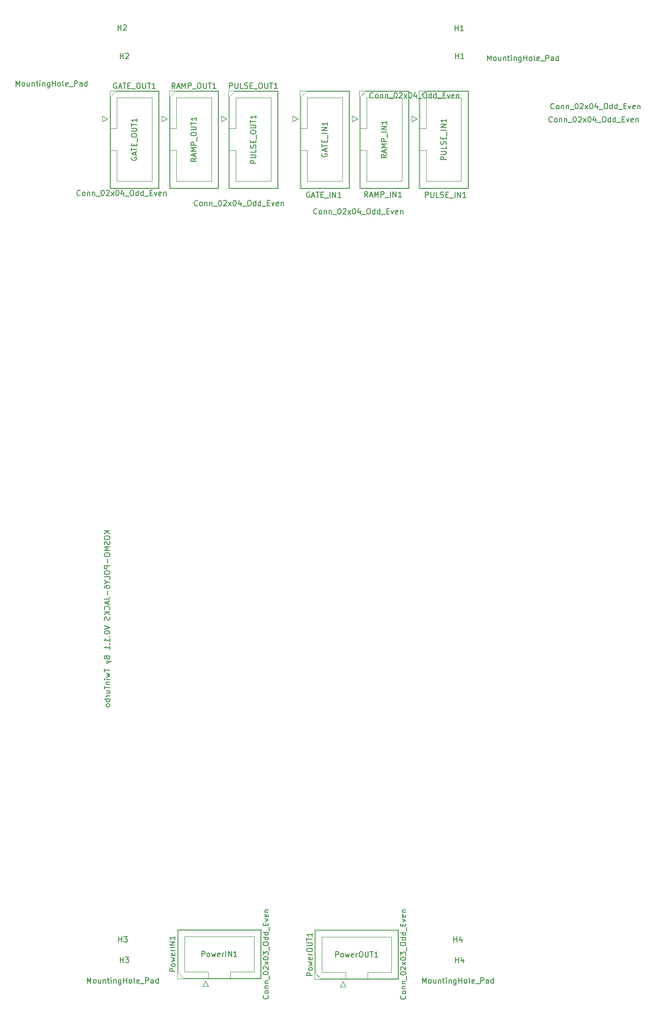
<source format=gbr>
%TF.GenerationSoftware,KiCad,Pcbnew,7.0.1*%
%TF.CreationDate,2023-03-13T20:42:00+00:00*%
%TF.ProjectId,KOSMO-POLY6-JACKS,4b4f534d-4f2d-4504-9f4c-59362d4a4143,v0.1.1*%
%TF.SameCoordinates,Original*%
%TF.FileFunction,Legend,Top*%
%TF.FilePolarity,Positive*%
%FSLAX46Y46*%
G04 Gerber Fmt 4.6, Leading zero omitted, Abs format (unit mm)*
G04 Created by KiCad (PCBNEW 7.0.1) date 2023-03-13 20:42:00*
%MOMM*%
%LPD*%
G01*
G04 APERTURE LIST*
%ADD10C,0.150000*%
%ADD11C,0.120000*%
%ADD12C,0.100000*%
G04 APERTURE END LIST*
D10*
X55254619Y-107531714D02*
X54254619Y-107531714D01*
X55254619Y-108103142D02*
X54683190Y-107674571D01*
X54254619Y-108103142D02*
X54826047Y-107531714D01*
X54254619Y-108722190D02*
X54254619Y-108912666D01*
X54254619Y-108912666D02*
X54302238Y-109007904D01*
X54302238Y-109007904D02*
X54397476Y-109103142D01*
X54397476Y-109103142D02*
X54587952Y-109150761D01*
X54587952Y-109150761D02*
X54921285Y-109150761D01*
X54921285Y-109150761D02*
X55111761Y-109103142D01*
X55111761Y-109103142D02*
X55207000Y-109007904D01*
X55207000Y-109007904D02*
X55254619Y-108912666D01*
X55254619Y-108912666D02*
X55254619Y-108722190D01*
X55254619Y-108722190D02*
X55207000Y-108626952D01*
X55207000Y-108626952D02*
X55111761Y-108531714D01*
X55111761Y-108531714D02*
X54921285Y-108484095D01*
X54921285Y-108484095D02*
X54587952Y-108484095D01*
X54587952Y-108484095D02*
X54397476Y-108531714D01*
X54397476Y-108531714D02*
X54302238Y-108626952D01*
X54302238Y-108626952D02*
X54254619Y-108722190D01*
X55207000Y-109531714D02*
X55254619Y-109674571D01*
X55254619Y-109674571D02*
X55254619Y-109912666D01*
X55254619Y-109912666D02*
X55207000Y-110007904D01*
X55207000Y-110007904D02*
X55159380Y-110055523D01*
X55159380Y-110055523D02*
X55064142Y-110103142D01*
X55064142Y-110103142D02*
X54968904Y-110103142D01*
X54968904Y-110103142D02*
X54873666Y-110055523D01*
X54873666Y-110055523D02*
X54826047Y-110007904D01*
X54826047Y-110007904D02*
X54778428Y-109912666D01*
X54778428Y-109912666D02*
X54730809Y-109722190D01*
X54730809Y-109722190D02*
X54683190Y-109626952D01*
X54683190Y-109626952D02*
X54635571Y-109579333D01*
X54635571Y-109579333D02*
X54540333Y-109531714D01*
X54540333Y-109531714D02*
X54445095Y-109531714D01*
X54445095Y-109531714D02*
X54349857Y-109579333D01*
X54349857Y-109579333D02*
X54302238Y-109626952D01*
X54302238Y-109626952D02*
X54254619Y-109722190D01*
X54254619Y-109722190D02*
X54254619Y-109960285D01*
X54254619Y-109960285D02*
X54302238Y-110103142D01*
X55254619Y-110531714D02*
X54254619Y-110531714D01*
X54254619Y-110531714D02*
X54968904Y-110865047D01*
X54968904Y-110865047D02*
X54254619Y-111198380D01*
X54254619Y-111198380D02*
X55254619Y-111198380D01*
X54254619Y-111865047D02*
X54254619Y-112055523D01*
X54254619Y-112055523D02*
X54302238Y-112150761D01*
X54302238Y-112150761D02*
X54397476Y-112245999D01*
X54397476Y-112245999D02*
X54587952Y-112293618D01*
X54587952Y-112293618D02*
X54921285Y-112293618D01*
X54921285Y-112293618D02*
X55111761Y-112245999D01*
X55111761Y-112245999D02*
X55207000Y-112150761D01*
X55207000Y-112150761D02*
X55254619Y-112055523D01*
X55254619Y-112055523D02*
X55254619Y-111865047D01*
X55254619Y-111865047D02*
X55207000Y-111769809D01*
X55207000Y-111769809D02*
X55111761Y-111674571D01*
X55111761Y-111674571D02*
X54921285Y-111626952D01*
X54921285Y-111626952D02*
X54587952Y-111626952D01*
X54587952Y-111626952D02*
X54397476Y-111674571D01*
X54397476Y-111674571D02*
X54302238Y-111769809D01*
X54302238Y-111769809D02*
X54254619Y-111865047D01*
X54873666Y-112722190D02*
X54873666Y-113484095D01*
X55254619Y-113960285D02*
X54254619Y-113960285D01*
X54254619Y-113960285D02*
X54254619Y-114341237D01*
X54254619Y-114341237D02*
X54302238Y-114436475D01*
X54302238Y-114436475D02*
X54349857Y-114484094D01*
X54349857Y-114484094D02*
X54445095Y-114531713D01*
X54445095Y-114531713D02*
X54587952Y-114531713D01*
X54587952Y-114531713D02*
X54683190Y-114484094D01*
X54683190Y-114484094D02*
X54730809Y-114436475D01*
X54730809Y-114436475D02*
X54778428Y-114341237D01*
X54778428Y-114341237D02*
X54778428Y-113960285D01*
X54254619Y-115150761D02*
X54254619Y-115341237D01*
X54254619Y-115341237D02*
X54302238Y-115436475D01*
X54302238Y-115436475D02*
X54397476Y-115531713D01*
X54397476Y-115531713D02*
X54587952Y-115579332D01*
X54587952Y-115579332D02*
X54921285Y-115579332D01*
X54921285Y-115579332D02*
X55111761Y-115531713D01*
X55111761Y-115531713D02*
X55207000Y-115436475D01*
X55207000Y-115436475D02*
X55254619Y-115341237D01*
X55254619Y-115341237D02*
X55254619Y-115150761D01*
X55254619Y-115150761D02*
X55207000Y-115055523D01*
X55207000Y-115055523D02*
X55111761Y-114960285D01*
X55111761Y-114960285D02*
X54921285Y-114912666D01*
X54921285Y-114912666D02*
X54587952Y-114912666D01*
X54587952Y-114912666D02*
X54397476Y-114960285D01*
X54397476Y-114960285D02*
X54302238Y-115055523D01*
X54302238Y-115055523D02*
X54254619Y-115150761D01*
X55254619Y-116484094D02*
X55254619Y-116007904D01*
X55254619Y-116007904D02*
X54254619Y-116007904D01*
X54778428Y-117007904D02*
X55254619Y-117007904D01*
X54254619Y-116674571D02*
X54778428Y-117007904D01*
X54778428Y-117007904D02*
X54254619Y-117341237D01*
X54254619Y-118103142D02*
X54254619Y-117912666D01*
X54254619Y-117912666D02*
X54302238Y-117817428D01*
X54302238Y-117817428D02*
X54349857Y-117769809D01*
X54349857Y-117769809D02*
X54492714Y-117674571D01*
X54492714Y-117674571D02*
X54683190Y-117626952D01*
X54683190Y-117626952D02*
X55064142Y-117626952D01*
X55064142Y-117626952D02*
X55159380Y-117674571D01*
X55159380Y-117674571D02*
X55207000Y-117722190D01*
X55207000Y-117722190D02*
X55254619Y-117817428D01*
X55254619Y-117817428D02*
X55254619Y-118007904D01*
X55254619Y-118007904D02*
X55207000Y-118103142D01*
X55207000Y-118103142D02*
X55159380Y-118150761D01*
X55159380Y-118150761D02*
X55064142Y-118198380D01*
X55064142Y-118198380D02*
X54826047Y-118198380D01*
X54826047Y-118198380D02*
X54730809Y-118150761D01*
X54730809Y-118150761D02*
X54683190Y-118103142D01*
X54683190Y-118103142D02*
X54635571Y-118007904D01*
X54635571Y-118007904D02*
X54635571Y-117817428D01*
X54635571Y-117817428D02*
X54683190Y-117722190D01*
X54683190Y-117722190D02*
X54730809Y-117674571D01*
X54730809Y-117674571D02*
X54826047Y-117626952D01*
X54873666Y-118626952D02*
X54873666Y-119388857D01*
X54254619Y-120150761D02*
X54968904Y-120150761D01*
X54968904Y-120150761D02*
X55111761Y-120103142D01*
X55111761Y-120103142D02*
X55207000Y-120007904D01*
X55207000Y-120007904D02*
X55254619Y-119865047D01*
X55254619Y-119865047D02*
X55254619Y-119769809D01*
X54968904Y-120579333D02*
X54968904Y-121055523D01*
X55254619Y-120484095D02*
X54254619Y-120817428D01*
X54254619Y-120817428D02*
X55254619Y-121150761D01*
X55159380Y-122055523D02*
X55207000Y-122007904D01*
X55207000Y-122007904D02*
X55254619Y-121865047D01*
X55254619Y-121865047D02*
X55254619Y-121769809D01*
X55254619Y-121769809D02*
X55207000Y-121626952D01*
X55207000Y-121626952D02*
X55111761Y-121531714D01*
X55111761Y-121531714D02*
X55016523Y-121484095D01*
X55016523Y-121484095D02*
X54826047Y-121436476D01*
X54826047Y-121436476D02*
X54683190Y-121436476D01*
X54683190Y-121436476D02*
X54492714Y-121484095D01*
X54492714Y-121484095D02*
X54397476Y-121531714D01*
X54397476Y-121531714D02*
X54302238Y-121626952D01*
X54302238Y-121626952D02*
X54254619Y-121769809D01*
X54254619Y-121769809D02*
X54254619Y-121865047D01*
X54254619Y-121865047D02*
X54302238Y-122007904D01*
X54302238Y-122007904D02*
X54349857Y-122055523D01*
X55254619Y-122484095D02*
X54254619Y-122484095D01*
X55254619Y-123055523D02*
X54683190Y-122626952D01*
X54254619Y-123055523D02*
X54826047Y-122484095D01*
X55207000Y-123436476D02*
X55254619Y-123579333D01*
X55254619Y-123579333D02*
X55254619Y-123817428D01*
X55254619Y-123817428D02*
X55207000Y-123912666D01*
X55207000Y-123912666D02*
X55159380Y-123960285D01*
X55159380Y-123960285D02*
X55064142Y-124007904D01*
X55064142Y-124007904D02*
X54968904Y-124007904D01*
X54968904Y-124007904D02*
X54873666Y-123960285D01*
X54873666Y-123960285D02*
X54826047Y-123912666D01*
X54826047Y-123912666D02*
X54778428Y-123817428D01*
X54778428Y-123817428D02*
X54730809Y-123626952D01*
X54730809Y-123626952D02*
X54683190Y-123531714D01*
X54683190Y-123531714D02*
X54635571Y-123484095D01*
X54635571Y-123484095D02*
X54540333Y-123436476D01*
X54540333Y-123436476D02*
X54445095Y-123436476D01*
X54445095Y-123436476D02*
X54349857Y-123484095D01*
X54349857Y-123484095D02*
X54302238Y-123531714D01*
X54302238Y-123531714D02*
X54254619Y-123626952D01*
X54254619Y-123626952D02*
X54254619Y-123865047D01*
X54254619Y-123865047D02*
X54302238Y-124007904D01*
X54254619Y-125055524D02*
X55254619Y-125388857D01*
X55254619Y-125388857D02*
X54254619Y-125722190D01*
X54254619Y-126246000D02*
X54254619Y-126341238D01*
X54254619Y-126341238D02*
X54302238Y-126436476D01*
X54302238Y-126436476D02*
X54349857Y-126484095D01*
X54349857Y-126484095D02*
X54445095Y-126531714D01*
X54445095Y-126531714D02*
X54635571Y-126579333D01*
X54635571Y-126579333D02*
X54873666Y-126579333D01*
X54873666Y-126579333D02*
X55064142Y-126531714D01*
X55064142Y-126531714D02*
X55159380Y-126484095D01*
X55159380Y-126484095D02*
X55207000Y-126436476D01*
X55207000Y-126436476D02*
X55254619Y-126341238D01*
X55254619Y-126341238D02*
X55254619Y-126246000D01*
X55254619Y-126246000D02*
X55207000Y-126150762D01*
X55207000Y-126150762D02*
X55159380Y-126103143D01*
X55159380Y-126103143D02*
X55064142Y-126055524D01*
X55064142Y-126055524D02*
X54873666Y-126007905D01*
X54873666Y-126007905D02*
X54635571Y-126007905D01*
X54635571Y-126007905D02*
X54445095Y-126055524D01*
X54445095Y-126055524D02*
X54349857Y-126103143D01*
X54349857Y-126103143D02*
X54302238Y-126150762D01*
X54302238Y-126150762D02*
X54254619Y-126246000D01*
X55159380Y-127007905D02*
X55207000Y-127055524D01*
X55207000Y-127055524D02*
X55254619Y-127007905D01*
X55254619Y-127007905D02*
X55207000Y-126960286D01*
X55207000Y-126960286D02*
X55159380Y-127007905D01*
X55159380Y-127007905D02*
X55254619Y-127007905D01*
X55254619Y-128007904D02*
X55254619Y-127436476D01*
X55254619Y-127722190D02*
X54254619Y-127722190D01*
X54254619Y-127722190D02*
X54397476Y-127626952D01*
X54397476Y-127626952D02*
X54492714Y-127531714D01*
X54492714Y-127531714D02*
X54540333Y-127436476D01*
X55159380Y-128436476D02*
X55207000Y-128484095D01*
X55207000Y-128484095D02*
X55254619Y-128436476D01*
X55254619Y-128436476D02*
X55207000Y-128388857D01*
X55207000Y-128388857D02*
X55159380Y-128436476D01*
X55159380Y-128436476D02*
X55254619Y-128436476D01*
X55254619Y-129436475D02*
X55254619Y-128865047D01*
X55254619Y-129150761D02*
X54254619Y-129150761D01*
X54254619Y-129150761D02*
X54397476Y-129055523D01*
X54397476Y-129055523D02*
X54492714Y-128960285D01*
X54492714Y-128960285D02*
X54540333Y-128865047D01*
X54730809Y-130960285D02*
X54778428Y-131103142D01*
X54778428Y-131103142D02*
X54826047Y-131150761D01*
X54826047Y-131150761D02*
X54921285Y-131198380D01*
X54921285Y-131198380D02*
X55064142Y-131198380D01*
X55064142Y-131198380D02*
X55159380Y-131150761D01*
X55159380Y-131150761D02*
X55207000Y-131103142D01*
X55207000Y-131103142D02*
X55254619Y-131007904D01*
X55254619Y-131007904D02*
X55254619Y-130626952D01*
X55254619Y-130626952D02*
X54254619Y-130626952D01*
X54254619Y-130626952D02*
X54254619Y-130960285D01*
X54254619Y-130960285D02*
X54302238Y-131055523D01*
X54302238Y-131055523D02*
X54349857Y-131103142D01*
X54349857Y-131103142D02*
X54445095Y-131150761D01*
X54445095Y-131150761D02*
X54540333Y-131150761D01*
X54540333Y-131150761D02*
X54635571Y-131103142D01*
X54635571Y-131103142D02*
X54683190Y-131055523D01*
X54683190Y-131055523D02*
X54730809Y-130960285D01*
X54730809Y-130960285D02*
X54730809Y-130626952D01*
X54587952Y-131531714D02*
X55254619Y-131769809D01*
X54587952Y-132007904D02*
X55254619Y-131769809D01*
X55254619Y-131769809D02*
X55492714Y-131674571D01*
X55492714Y-131674571D02*
X55540333Y-131626952D01*
X55540333Y-131626952D02*
X55587952Y-131531714D01*
X54254619Y-133007905D02*
X54254619Y-133579333D01*
X55254619Y-133293619D02*
X54254619Y-133293619D01*
X54587952Y-133817429D02*
X55254619Y-134007905D01*
X55254619Y-134007905D02*
X54778428Y-134198381D01*
X54778428Y-134198381D02*
X55254619Y-134388857D01*
X55254619Y-134388857D02*
X54587952Y-134579333D01*
X55254619Y-134960286D02*
X54587952Y-134960286D01*
X54254619Y-134960286D02*
X54302238Y-134912667D01*
X54302238Y-134912667D02*
X54349857Y-134960286D01*
X54349857Y-134960286D02*
X54302238Y-135007905D01*
X54302238Y-135007905D02*
X54254619Y-134960286D01*
X54254619Y-134960286D02*
X54349857Y-134960286D01*
X54587952Y-135436476D02*
X55254619Y-135436476D01*
X54683190Y-135436476D02*
X54635571Y-135484095D01*
X54635571Y-135484095D02*
X54587952Y-135579333D01*
X54587952Y-135579333D02*
X54587952Y-135722190D01*
X54587952Y-135722190D02*
X54635571Y-135817428D01*
X54635571Y-135817428D02*
X54730809Y-135865047D01*
X54730809Y-135865047D02*
X55254619Y-135865047D01*
X54254619Y-136198381D02*
X54254619Y-136769809D01*
X55254619Y-136484095D02*
X54254619Y-136484095D01*
X54587952Y-137531714D02*
X55254619Y-137531714D01*
X54587952Y-137103143D02*
X55111761Y-137103143D01*
X55111761Y-137103143D02*
X55207000Y-137150762D01*
X55207000Y-137150762D02*
X55254619Y-137246000D01*
X55254619Y-137246000D02*
X55254619Y-137388857D01*
X55254619Y-137388857D02*
X55207000Y-137484095D01*
X55207000Y-137484095D02*
X55159380Y-137531714D01*
X55254619Y-138007905D02*
X54587952Y-138007905D01*
X54778428Y-138007905D02*
X54683190Y-138055524D01*
X54683190Y-138055524D02*
X54635571Y-138103143D01*
X54635571Y-138103143D02*
X54587952Y-138198381D01*
X54587952Y-138198381D02*
X54587952Y-138293619D01*
X55254619Y-138626953D02*
X54254619Y-138626953D01*
X54635571Y-138626953D02*
X54587952Y-138722191D01*
X54587952Y-138722191D02*
X54587952Y-138912667D01*
X54587952Y-138912667D02*
X54635571Y-139007905D01*
X54635571Y-139007905D02*
X54683190Y-139055524D01*
X54683190Y-139055524D02*
X54778428Y-139103143D01*
X54778428Y-139103143D02*
X55064142Y-139103143D01*
X55064142Y-139103143D02*
X55159380Y-139055524D01*
X55159380Y-139055524D02*
X55207000Y-139007905D01*
X55207000Y-139007905D02*
X55254619Y-138912667D01*
X55254619Y-138912667D02*
X55254619Y-138722191D01*
X55254619Y-138722191D02*
X55207000Y-138626953D01*
X55254619Y-139674572D02*
X55207000Y-139579334D01*
X55207000Y-139579334D02*
X55159380Y-139531715D01*
X55159380Y-139531715D02*
X55064142Y-139484096D01*
X55064142Y-139484096D02*
X54778428Y-139484096D01*
X54778428Y-139484096D02*
X54683190Y-139531715D01*
X54683190Y-139531715D02*
X54635571Y-139579334D01*
X54635571Y-139579334D02*
X54587952Y-139674572D01*
X54587952Y-139674572D02*
X54587952Y-139817429D01*
X54587952Y-139817429D02*
X54635571Y-139912667D01*
X54635571Y-139912667D02*
X54683190Y-139960286D01*
X54683190Y-139960286D02*
X54778428Y-140007905D01*
X54778428Y-140007905D02*
X55064142Y-140007905D01*
X55064142Y-140007905D02*
X55159380Y-139960286D01*
X55159380Y-139960286D02*
X55207000Y-139912667D01*
X55207000Y-139912667D02*
X55254619Y-139817429D01*
X55254619Y-139817429D02*
X55254619Y-139674572D01*
%TO.C,GATE_OUT1*%
X56522285Y-24845238D02*
X56427047Y-24797619D01*
X56427047Y-24797619D02*
X56284190Y-24797619D01*
X56284190Y-24797619D02*
X56141333Y-24845238D01*
X56141333Y-24845238D02*
X56046095Y-24940476D01*
X56046095Y-24940476D02*
X55998476Y-25035714D01*
X55998476Y-25035714D02*
X55950857Y-25226190D01*
X55950857Y-25226190D02*
X55950857Y-25369047D01*
X55950857Y-25369047D02*
X55998476Y-25559523D01*
X55998476Y-25559523D02*
X56046095Y-25654761D01*
X56046095Y-25654761D02*
X56141333Y-25750000D01*
X56141333Y-25750000D02*
X56284190Y-25797619D01*
X56284190Y-25797619D02*
X56379428Y-25797619D01*
X56379428Y-25797619D02*
X56522285Y-25750000D01*
X56522285Y-25750000D02*
X56569904Y-25702380D01*
X56569904Y-25702380D02*
X56569904Y-25369047D01*
X56569904Y-25369047D02*
X56379428Y-25369047D01*
X56950857Y-25511904D02*
X57427047Y-25511904D01*
X56855619Y-25797619D02*
X57188952Y-24797619D01*
X57188952Y-24797619D02*
X57522285Y-25797619D01*
X57712762Y-24797619D02*
X58284190Y-24797619D01*
X57998476Y-25797619D02*
X57998476Y-24797619D01*
X58617524Y-25273809D02*
X58950857Y-25273809D01*
X59093714Y-25797619D02*
X58617524Y-25797619D01*
X58617524Y-25797619D02*
X58617524Y-24797619D01*
X58617524Y-24797619D02*
X59093714Y-24797619D01*
X59284191Y-25892857D02*
X60046095Y-25892857D01*
X60474667Y-24797619D02*
X60665143Y-24797619D01*
X60665143Y-24797619D02*
X60760381Y-24845238D01*
X60760381Y-24845238D02*
X60855619Y-24940476D01*
X60855619Y-24940476D02*
X60903238Y-25130952D01*
X60903238Y-25130952D02*
X60903238Y-25464285D01*
X60903238Y-25464285D02*
X60855619Y-25654761D01*
X60855619Y-25654761D02*
X60760381Y-25750000D01*
X60760381Y-25750000D02*
X60665143Y-25797619D01*
X60665143Y-25797619D02*
X60474667Y-25797619D01*
X60474667Y-25797619D02*
X60379429Y-25750000D01*
X60379429Y-25750000D02*
X60284191Y-25654761D01*
X60284191Y-25654761D02*
X60236572Y-25464285D01*
X60236572Y-25464285D02*
X60236572Y-25130952D01*
X60236572Y-25130952D02*
X60284191Y-24940476D01*
X60284191Y-24940476D02*
X60379429Y-24845238D01*
X60379429Y-24845238D02*
X60474667Y-24797619D01*
X61331810Y-24797619D02*
X61331810Y-25607142D01*
X61331810Y-25607142D02*
X61379429Y-25702380D01*
X61379429Y-25702380D02*
X61427048Y-25750000D01*
X61427048Y-25750000D02*
X61522286Y-25797619D01*
X61522286Y-25797619D02*
X61712762Y-25797619D01*
X61712762Y-25797619D02*
X61808000Y-25750000D01*
X61808000Y-25750000D02*
X61855619Y-25702380D01*
X61855619Y-25702380D02*
X61903238Y-25607142D01*
X61903238Y-25607142D02*
X61903238Y-24797619D01*
X62236572Y-24797619D02*
X62808000Y-24797619D01*
X62522286Y-25797619D02*
X62522286Y-24797619D01*
X63665143Y-25797619D02*
X63093715Y-25797619D01*
X63379429Y-25797619D02*
X63379429Y-24797619D01*
X63379429Y-24797619D02*
X63284191Y-24940476D01*
X63284191Y-24940476D02*
X63188953Y-25035714D01*
X63188953Y-25035714D02*
X63093715Y-25083333D01*
X103983141Y-27468380D02*
X103935522Y-27516000D01*
X103935522Y-27516000D02*
X103792665Y-27563619D01*
X103792665Y-27563619D02*
X103697427Y-27563619D01*
X103697427Y-27563619D02*
X103554570Y-27516000D01*
X103554570Y-27516000D02*
X103459332Y-27420761D01*
X103459332Y-27420761D02*
X103411713Y-27325523D01*
X103411713Y-27325523D02*
X103364094Y-27135047D01*
X103364094Y-27135047D02*
X103364094Y-26992190D01*
X103364094Y-26992190D02*
X103411713Y-26801714D01*
X103411713Y-26801714D02*
X103459332Y-26706476D01*
X103459332Y-26706476D02*
X103554570Y-26611238D01*
X103554570Y-26611238D02*
X103697427Y-26563619D01*
X103697427Y-26563619D02*
X103792665Y-26563619D01*
X103792665Y-26563619D02*
X103935522Y-26611238D01*
X103935522Y-26611238D02*
X103983141Y-26658857D01*
X104554570Y-27563619D02*
X104459332Y-27516000D01*
X104459332Y-27516000D02*
X104411713Y-27468380D01*
X104411713Y-27468380D02*
X104364094Y-27373142D01*
X104364094Y-27373142D02*
X104364094Y-27087428D01*
X104364094Y-27087428D02*
X104411713Y-26992190D01*
X104411713Y-26992190D02*
X104459332Y-26944571D01*
X104459332Y-26944571D02*
X104554570Y-26896952D01*
X104554570Y-26896952D02*
X104697427Y-26896952D01*
X104697427Y-26896952D02*
X104792665Y-26944571D01*
X104792665Y-26944571D02*
X104840284Y-26992190D01*
X104840284Y-26992190D02*
X104887903Y-27087428D01*
X104887903Y-27087428D02*
X104887903Y-27373142D01*
X104887903Y-27373142D02*
X104840284Y-27468380D01*
X104840284Y-27468380D02*
X104792665Y-27516000D01*
X104792665Y-27516000D02*
X104697427Y-27563619D01*
X104697427Y-27563619D02*
X104554570Y-27563619D01*
X105316475Y-26896952D02*
X105316475Y-27563619D01*
X105316475Y-26992190D02*
X105364094Y-26944571D01*
X105364094Y-26944571D02*
X105459332Y-26896952D01*
X105459332Y-26896952D02*
X105602189Y-26896952D01*
X105602189Y-26896952D02*
X105697427Y-26944571D01*
X105697427Y-26944571D02*
X105745046Y-27039809D01*
X105745046Y-27039809D02*
X105745046Y-27563619D01*
X106221237Y-26896952D02*
X106221237Y-27563619D01*
X106221237Y-26992190D02*
X106268856Y-26944571D01*
X106268856Y-26944571D02*
X106364094Y-26896952D01*
X106364094Y-26896952D02*
X106506951Y-26896952D01*
X106506951Y-26896952D02*
X106602189Y-26944571D01*
X106602189Y-26944571D02*
X106649808Y-27039809D01*
X106649808Y-27039809D02*
X106649808Y-27563619D01*
X106887904Y-27658857D02*
X107649808Y-27658857D01*
X108078380Y-26563619D02*
X108173618Y-26563619D01*
X108173618Y-26563619D02*
X108268856Y-26611238D01*
X108268856Y-26611238D02*
X108316475Y-26658857D01*
X108316475Y-26658857D02*
X108364094Y-26754095D01*
X108364094Y-26754095D02*
X108411713Y-26944571D01*
X108411713Y-26944571D02*
X108411713Y-27182666D01*
X108411713Y-27182666D02*
X108364094Y-27373142D01*
X108364094Y-27373142D02*
X108316475Y-27468380D01*
X108316475Y-27468380D02*
X108268856Y-27516000D01*
X108268856Y-27516000D02*
X108173618Y-27563619D01*
X108173618Y-27563619D02*
X108078380Y-27563619D01*
X108078380Y-27563619D02*
X107983142Y-27516000D01*
X107983142Y-27516000D02*
X107935523Y-27468380D01*
X107935523Y-27468380D02*
X107887904Y-27373142D01*
X107887904Y-27373142D02*
X107840285Y-27182666D01*
X107840285Y-27182666D02*
X107840285Y-26944571D01*
X107840285Y-26944571D02*
X107887904Y-26754095D01*
X107887904Y-26754095D02*
X107935523Y-26658857D01*
X107935523Y-26658857D02*
X107983142Y-26611238D01*
X107983142Y-26611238D02*
X108078380Y-26563619D01*
X108792666Y-26658857D02*
X108840285Y-26611238D01*
X108840285Y-26611238D02*
X108935523Y-26563619D01*
X108935523Y-26563619D02*
X109173618Y-26563619D01*
X109173618Y-26563619D02*
X109268856Y-26611238D01*
X109268856Y-26611238D02*
X109316475Y-26658857D01*
X109316475Y-26658857D02*
X109364094Y-26754095D01*
X109364094Y-26754095D02*
X109364094Y-26849333D01*
X109364094Y-26849333D02*
X109316475Y-26992190D01*
X109316475Y-26992190D02*
X108745047Y-27563619D01*
X108745047Y-27563619D02*
X109364094Y-27563619D01*
X109697428Y-27563619D02*
X110221237Y-26896952D01*
X109697428Y-26896952D02*
X110221237Y-27563619D01*
X110792666Y-26563619D02*
X110887904Y-26563619D01*
X110887904Y-26563619D02*
X110983142Y-26611238D01*
X110983142Y-26611238D02*
X111030761Y-26658857D01*
X111030761Y-26658857D02*
X111078380Y-26754095D01*
X111078380Y-26754095D02*
X111125999Y-26944571D01*
X111125999Y-26944571D02*
X111125999Y-27182666D01*
X111125999Y-27182666D02*
X111078380Y-27373142D01*
X111078380Y-27373142D02*
X111030761Y-27468380D01*
X111030761Y-27468380D02*
X110983142Y-27516000D01*
X110983142Y-27516000D02*
X110887904Y-27563619D01*
X110887904Y-27563619D02*
X110792666Y-27563619D01*
X110792666Y-27563619D02*
X110697428Y-27516000D01*
X110697428Y-27516000D02*
X110649809Y-27468380D01*
X110649809Y-27468380D02*
X110602190Y-27373142D01*
X110602190Y-27373142D02*
X110554571Y-27182666D01*
X110554571Y-27182666D02*
X110554571Y-26944571D01*
X110554571Y-26944571D02*
X110602190Y-26754095D01*
X110602190Y-26754095D02*
X110649809Y-26658857D01*
X110649809Y-26658857D02*
X110697428Y-26611238D01*
X110697428Y-26611238D02*
X110792666Y-26563619D01*
X111983142Y-26896952D02*
X111983142Y-27563619D01*
X111745047Y-26516000D02*
X111506952Y-27230285D01*
X111506952Y-27230285D02*
X112125999Y-27230285D01*
X112268857Y-27658857D02*
X113030761Y-27658857D01*
X113459333Y-26563619D02*
X113649809Y-26563619D01*
X113649809Y-26563619D02*
X113745047Y-26611238D01*
X113745047Y-26611238D02*
X113840285Y-26706476D01*
X113840285Y-26706476D02*
X113887904Y-26896952D01*
X113887904Y-26896952D02*
X113887904Y-27230285D01*
X113887904Y-27230285D02*
X113840285Y-27420761D01*
X113840285Y-27420761D02*
X113745047Y-27516000D01*
X113745047Y-27516000D02*
X113649809Y-27563619D01*
X113649809Y-27563619D02*
X113459333Y-27563619D01*
X113459333Y-27563619D02*
X113364095Y-27516000D01*
X113364095Y-27516000D02*
X113268857Y-27420761D01*
X113268857Y-27420761D02*
X113221238Y-27230285D01*
X113221238Y-27230285D02*
X113221238Y-26896952D01*
X113221238Y-26896952D02*
X113268857Y-26706476D01*
X113268857Y-26706476D02*
X113364095Y-26611238D01*
X113364095Y-26611238D02*
X113459333Y-26563619D01*
X114745047Y-27563619D02*
X114745047Y-26563619D01*
X114745047Y-27516000D02*
X114649809Y-27563619D01*
X114649809Y-27563619D02*
X114459333Y-27563619D01*
X114459333Y-27563619D02*
X114364095Y-27516000D01*
X114364095Y-27516000D02*
X114316476Y-27468380D01*
X114316476Y-27468380D02*
X114268857Y-27373142D01*
X114268857Y-27373142D02*
X114268857Y-27087428D01*
X114268857Y-27087428D02*
X114316476Y-26992190D01*
X114316476Y-26992190D02*
X114364095Y-26944571D01*
X114364095Y-26944571D02*
X114459333Y-26896952D01*
X114459333Y-26896952D02*
X114649809Y-26896952D01*
X114649809Y-26896952D02*
X114745047Y-26944571D01*
X115649809Y-27563619D02*
X115649809Y-26563619D01*
X115649809Y-27516000D02*
X115554571Y-27563619D01*
X115554571Y-27563619D02*
X115364095Y-27563619D01*
X115364095Y-27563619D02*
X115268857Y-27516000D01*
X115268857Y-27516000D02*
X115221238Y-27468380D01*
X115221238Y-27468380D02*
X115173619Y-27373142D01*
X115173619Y-27373142D02*
X115173619Y-27087428D01*
X115173619Y-27087428D02*
X115221238Y-26992190D01*
X115221238Y-26992190D02*
X115268857Y-26944571D01*
X115268857Y-26944571D02*
X115364095Y-26896952D01*
X115364095Y-26896952D02*
X115554571Y-26896952D01*
X115554571Y-26896952D02*
X115649809Y-26944571D01*
X115887905Y-27658857D02*
X116649809Y-27658857D01*
X116887905Y-27039809D02*
X117221238Y-27039809D01*
X117364095Y-27563619D02*
X116887905Y-27563619D01*
X116887905Y-27563619D02*
X116887905Y-26563619D01*
X116887905Y-26563619D02*
X117364095Y-26563619D01*
X117697429Y-26896952D02*
X117935524Y-27563619D01*
X117935524Y-27563619D02*
X118173619Y-26896952D01*
X118935524Y-27516000D02*
X118840286Y-27563619D01*
X118840286Y-27563619D02*
X118649810Y-27563619D01*
X118649810Y-27563619D02*
X118554572Y-27516000D01*
X118554572Y-27516000D02*
X118506953Y-27420761D01*
X118506953Y-27420761D02*
X118506953Y-27039809D01*
X118506953Y-27039809D02*
X118554572Y-26944571D01*
X118554572Y-26944571D02*
X118649810Y-26896952D01*
X118649810Y-26896952D02*
X118840286Y-26896952D01*
X118840286Y-26896952D02*
X118935524Y-26944571D01*
X118935524Y-26944571D02*
X118983143Y-27039809D01*
X118983143Y-27039809D02*
X118983143Y-27135047D01*
X118983143Y-27135047D02*
X118506953Y-27230285D01*
X119411715Y-26896952D02*
X119411715Y-27563619D01*
X119411715Y-26992190D02*
X119459334Y-26944571D01*
X119459334Y-26944571D02*
X119554572Y-26896952D01*
X119554572Y-26896952D02*
X119697429Y-26896952D01*
X119697429Y-26896952D02*
X119792667Y-26944571D01*
X119792667Y-26944571D02*
X119840286Y-27039809D01*
X119840286Y-27039809D02*
X119840286Y-27563619D01*
X59318238Y-38530714D02*
X59270619Y-38625952D01*
X59270619Y-38625952D02*
X59270619Y-38768809D01*
X59270619Y-38768809D02*
X59318238Y-38911666D01*
X59318238Y-38911666D02*
X59413476Y-39006904D01*
X59413476Y-39006904D02*
X59508714Y-39054523D01*
X59508714Y-39054523D02*
X59699190Y-39102142D01*
X59699190Y-39102142D02*
X59842047Y-39102142D01*
X59842047Y-39102142D02*
X60032523Y-39054523D01*
X60032523Y-39054523D02*
X60127761Y-39006904D01*
X60127761Y-39006904D02*
X60223000Y-38911666D01*
X60223000Y-38911666D02*
X60270619Y-38768809D01*
X60270619Y-38768809D02*
X60270619Y-38673571D01*
X60270619Y-38673571D02*
X60223000Y-38530714D01*
X60223000Y-38530714D02*
X60175380Y-38483095D01*
X60175380Y-38483095D02*
X59842047Y-38483095D01*
X59842047Y-38483095D02*
X59842047Y-38673571D01*
X59984904Y-38102142D02*
X59984904Y-37625952D01*
X60270619Y-38197380D02*
X59270619Y-37864047D01*
X59270619Y-37864047D02*
X60270619Y-37530714D01*
X59270619Y-37340237D02*
X59270619Y-36768809D01*
X60270619Y-37054523D02*
X59270619Y-37054523D01*
X59746809Y-36435475D02*
X59746809Y-36102142D01*
X60270619Y-35959285D02*
X60270619Y-36435475D01*
X60270619Y-36435475D02*
X59270619Y-36435475D01*
X59270619Y-36435475D02*
X59270619Y-35959285D01*
X60365857Y-35768809D02*
X60365857Y-35006904D01*
X59270619Y-34578332D02*
X59270619Y-34387856D01*
X59270619Y-34387856D02*
X59318238Y-34292618D01*
X59318238Y-34292618D02*
X59413476Y-34197380D01*
X59413476Y-34197380D02*
X59603952Y-34149761D01*
X59603952Y-34149761D02*
X59937285Y-34149761D01*
X59937285Y-34149761D02*
X60127761Y-34197380D01*
X60127761Y-34197380D02*
X60223000Y-34292618D01*
X60223000Y-34292618D02*
X60270619Y-34387856D01*
X60270619Y-34387856D02*
X60270619Y-34578332D01*
X60270619Y-34578332D02*
X60223000Y-34673570D01*
X60223000Y-34673570D02*
X60127761Y-34768808D01*
X60127761Y-34768808D02*
X59937285Y-34816427D01*
X59937285Y-34816427D02*
X59603952Y-34816427D01*
X59603952Y-34816427D02*
X59413476Y-34768808D01*
X59413476Y-34768808D02*
X59318238Y-34673570D01*
X59318238Y-34673570D02*
X59270619Y-34578332D01*
X59270619Y-33721189D02*
X60080142Y-33721189D01*
X60080142Y-33721189D02*
X60175380Y-33673570D01*
X60175380Y-33673570D02*
X60223000Y-33625951D01*
X60223000Y-33625951D02*
X60270619Y-33530713D01*
X60270619Y-33530713D02*
X60270619Y-33340237D01*
X60270619Y-33340237D02*
X60223000Y-33244999D01*
X60223000Y-33244999D02*
X60175380Y-33197380D01*
X60175380Y-33197380D02*
X60080142Y-33149761D01*
X60080142Y-33149761D02*
X59270619Y-33149761D01*
X59270619Y-32816427D02*
X59270619Y-32244999D01*
X60270619Y-32530713D02*
X59270619Y-32530713D01*
X60270619Y-31387856D02*
X60270619Y-31959284D01*
X60270619Y-31673570D02*
X59270619Y-31673570D01*
X59270619Y-31673570D02*
X59413476Y-31768808D01*
X59413476Y-31768808D02*
X59508714Y-31864046D01*
X59508714Y-31864046D02*
X59556333Y-31959284D01*
%TO.C,H1*%
X119101095Y-15176619D02*
X119101095Y-14176619D01*
X119101095Y-14652809D02*
X119672523Y-14652809D01*
X119672523Y-15176619D02*
X119672523Y-14176619D01*
X120672523Y-15176619D02*
X120101095Y-15176619D01*
X120386809Y-15176619D02*
X120386809Y-14176619D01*
X120386809Y-14176619D02*
X120291571Y-14319476D01*
X120291571Y-14319476D02*
X120196333Y-14414714D01*
X120196333Y-14414714D02*
X120101095Y-14462333D01*
X125103571Y-20689619D02*
X125103571Y-19689619D01*
X125103571Y-19689619D02*
X125436904Y-20403904D01*
X125436904Y-20403904D02*
X125770237Y-19689619D01*
X125770237Y-19689619D02*
X125770237Y-20689619D01*
X126389285Y-20689619D02*
X126294047Y-20642000D01*
X126294047Y-20642000D02*
X126246428Y-20594380D01*
X126246428Y-20594380D02*
X126198809Y-20499142D01*
X126198809Y-20499142D02*
X126198809Y-20213428D01*
X126198809Y-20213428D02*
X126246428Y-20118190D01*
X126246428Y-20118190D02*
X126294047Y-20070571D01*
X126294047Y-20070571D02*
X126389285Y-20022952D01*
X126389285Y-20022952D02*
X126532142Y-20022952D01*
X126532142Y-20022952D02*
X126627380Y-20070571D01*
X126627380Y-20070571D02*
X126674999Y-20118190D01*
X126674999Y-20118190D02*
X126722618Y-20213428D01*
X126722618Y-20213428D02*
X126722618Y-20499142D01*
X126722618Y-20499142D02*
X126674999Y-20594380D01*
X126674999Y-20594380D02*
X126627380Y-20642000D01*
X126627380Y-20642000D02*
X126532142Y-20689619D01*
X126532142Y-20689619D02*
X126389285Y-20689619D01*
X127579761Y-20022952D02*
X127579761Y-20689619D01*
X127151190Y-20022952D02*
X127151190Y-20546761D01*
X127151190Y-20546761D02*
X127198809Y-20642000D01*
X127198809Y-20642000D02*
X127294047Y-20689619D01*
X127294047Y-20689619D02*
X127436904Y-20689619D01*
X127436904Y-20689619D02*
X127532142Y-20642000D01*
X127532142Y-20642000D02*
X127579761Y-20594380D01*
X128055952Y-20022952D02*
X128055952Y-20689619D01*
X128055952Y-20118190D02*
X128103571Y-20070571D01*
X128103571Y-20070571D02*
X128198809Y-20022952D01*
X128198809Y-20022952D02*
X128341666Y-20022952D01*
X128341666Y-20022952D02*
X128436904Y-20070571D01*
X128436904Y-20070571D02*
X128484523Y-20165809D01*
X128484523Y-20165809D02*
X128484523Y-20689619D01*
X128817857Y-20022952D02*
X129198809Y-20022952D01*
X128960714Y-19689619D02*
X128960714Y-20546761D01*
X128960714Y-20546761D02*
X129008333Y-20642000D01*
X129008333Y-20642000D02*
X129103571Y-20689619D01*
X129103571Y-20689619D02*
X129198809Y-20689619D01*
X129532143Y-20689619D02*
X129532143Y-20022952D01*
X129532143Y-19689619D02*
X129484524Y-19737238D01*
X129484524Y-19737238D02*
X129532143Y-19784857D01*
X129532143Y-19784857D02*
X129579762Y-19737238D01*
X129579762Y-19737238D02*
X129532143Y-19689619D01*
X129532143Y-19689619D02*
X129532143Y-19784857D01*
X130008333Y-20022952D02*
X130008333Y-20689619D01*
X130008333Y-20118190D02*
X130055952Y-20070571D01*
X130055952Y-20070571D02*
X130151190Y-20022952D01*
X130151190Y-20022952D02*
X130294047Y-20022952D01*
X130294047Y-20022952D02*
X130389285Y-20070571D01*
X130389285Y-20070571D02*
X130436904Y-20165809D01*
X130436904Y-20165809D02*
X130436904Y-20689619D01*
X131341666Y-20022952D02*
X131341666Y-20832476D01*
X131341666Y-20832476D02*
X131294047Y-20927714D01*
X131294047Y-20927714D02*
X131246428Y-20975333D01*
X131246428Y-20975333D02*
X131151190Y-21022952D01*
X131151190Y-21022952D02*
X131008333Y-21022952D01*
X131008333Y-21022952D02*
X130913095Y-20975333D01*
X131341666Y-20642000D02*
X131246428Y-20689619D01*
X131246428Y-20689619D02*
X131055952Y-20689619D01*
X131055952Y-20689619D02*
X130960714Y-20642000D01*
X130960714Y-20642000D02*
X130913095Y-20594380D01*
X130913095Y-20594380D02*
X130865476Y-20499142D01*
X130865476Y-20499142D02*
X130865476Y-20213428D01*
X130865476Y-20213428D02*
X130913095Y-20118190D01*
X130913095Y-20118190D02*
X130960714Y-20070571D01*
X130960714Y-20070571D02*
X131055952Y-20022952D01*
X131055952Y-20022952D02*
X131246428Y-20022952D01*
X131246428Y-20022952D02*
X131341666Y-20070571D01*
X131817857Y-20689619D02*
X131817857Y-19689619D01*
X131817857Y-20165809D02*
X132389285Y-20165809D01*
X132389285Y-20689619D02*
X132389285Y-19689619D01*
X133008333Y-20689619D02*
X132913095Y-20642000D01*
X132913095Y-20642000D02*
X132865476Y-20594380D01*
X132865476Y-20594380D02*
X132817857Y-20499142D01*
X132817857Y-20499142D02*
X132817857Y-20213428D01*
X132817857Y-20213428D02*
X132865476Y-20118190D01*
X132865476Y-20118190D02*
X132913095Y-20070571D01*
X132913095Y-20070571D02*
X133008333Y-20022952D01*
X133008333Y-20022952D02*
X133151190Y-20022952D01*
X133151190Y-20022952D02*
X133246428Y-20070571D01*
X133246428Y-20070571D02*
X133294047Y-20118190D01*
X133294047Y-20118190D02*
X133341666Y-20213428D01*
X133341666Y-20213428D02*
X133341666Y-20499142D01*
X133341666Y-20499142D02*
X133294047Y-20594380D01*
X133294047Y-20594380D02*
X133246428Y-20642000D01*
X133246428Y-20642000D02*
X133151190Y-20689619D01*
X133151190Y-20689619D02*
X133008333Y-20689619D01*
X133913095Y-20689619D02*
X133817857Y-20642000D01*
X133817857Y-20642000D02*
X133770238Y-20546761D01*
X133770238Y-20546761D02*
X133770238Y-19689619D01*
X134675000Y-20642000D02*
X134579762Y-20689619D01*
X134579762Y-20689619D02*
X134389286Y-20689619D01*
X134389286Y-20689619D02*
X134294048Y-20642000D01*
X134294048Y-20642000D02*
X134246429Y-20546761D01*
X134246429Y-20546761D02*
X134246429Y-20165809D01*
X134246429Y-20165809D02*
X134294048Y-20070571D01*
X134294048Y-20070571D02*
X134389286Y-20022952D01*
X134389286Y-20022952D02*
X134579762Y-20022952D01*
X134579762Y-20022952D02*
X134675000Y-20070571D01*
X134675000Y-20070571D02*
X134722619Y-20165809D01*
X134722619Y-20165809D02*
X134722619Y-20261047D01*
X134722619Y-20261047D02*
X134246429Y-20356285D01*
X134913096Y-20784857D02*
X135675000Y-20784857D01*
X135913096Y-20689619D02*
X135913096Y-19689619D01*
X135913096Y-19689619D02*
X136294048Y-19689619D01*
X136294048Y-19689619D02*
X136389286Y-19737238D01*
X136389286Y-19737238D02*
X136436905Y-19784857D01*
X136436905Y-19784857D02*
X136484524Y-19880095D01*
X136484524Y-19880095D02*
X136484524Y-20022952D01*
X136484524Y-20022952D02*
X136436905Y-20118190D01*
X136436905Y-20118190D02*
X136389286Y-20165809D01*
X136389286Y-20165809D02*
X136294048Y-20213428D01*
X136294048Y-20213428D02*
X135913096Y-20213428D01*
X137341667Y-20689619D02*
X137341667Y-20165809D01*
X137341667Y-20165809D02*
X137294048Y-20070571D01*
X137294048Y-20070571D02*
X137198810Y-20022952D01*
X137198810Y-20022952D02*
X137008334Y-20022952D01*
X137008334Y-20022952D02*
X136913096Y-20070571D01*
X137341667Y-20642000D02*
X137246429Y-20689619D01*
X137246429Y-20689619D02*
X137008334Y-20689619D01*
X137008334Y-20689619D02*
X136913096Y-20642000D01*
X136913096Y-20642000D02*
X136865477Y-20546761D01*
X136865477Y-20546761D02*
X136865477Y-20451523D01*
X136865477Y-20451523D02*
X136913096Y-20356285D01*
X136913096Y-20356285D02*
X137008334Y-20308666D01*
X137008334Y-20308666D02*
X137246429Y-20308666D01*
X137246429Y-20308666D02*
X137341667Y-20261047D01*
X138246429Y-20689619D02*
X138246429Y-19689619D01*
X138246429Y-20642000D02*
X138151191Y-20689619D01*
X138151191Y-20689619D02*
X137960715Y-20689619D01*
X137960715Y-20689619D02*
X137865477Y-20642000D01*
X137865477Y-20642000D02*
X137817858Y-20594380D01*
X137817858Y-20594380D02*
X137770239Y-20499142D01*
X137770239Y-20499142D02*
X137770239Y-20213428D01*
X137770239Y-20213428D02*
X137817858Y-20118190D01*
X137817858Y-20118190D02*
X137865477Y-20070571D01*
X137865477Y-20070571D02*
X137960715Y-20022952D01*
X137960715Y-20022952D02*
X138151191Y-20022952D01*
X138151191Y-20022952D02*
X138246429Y-20070571D01*
X119195095Y-20297619D02*
X119195095Y-19297619D01*
X119195095Y-19773809D02*
X119766523Y-19773809D01*
X119766523Y-20297619D02*
X119766523Y-19297619D01*
X120766523Y-20297619D02*
X120195095Y-20297619D01*
X120480809Y-20297619D02*
X120480809Y-19297619D01*
X120480809Y-19297619D02*
X120385571Y-19440476D01*
X120385571Y-19440476D02*
X120290333Y-19535714D01*
X120290333Y-19535714D02*
X120195095Y-19583333D01*
%TO.C,H2*%
X56778095Y-15064619D02*
X56778095Y-14064619D01*
X56778095Y-14540809D02*
X57349523Y-14540809D01*
X57349523Y-15064619D02*
X57349523Y-14064619D01*
X57778095Y-14159857D02*
X57825714Y-14112238D01*
X57825714Y-14112238D02*
X57920952Y-14064619D01*
X57920952Y-14064619D02*
X58159047Y-14064619D01*
X58159047Y-14064619D02*
X58254285Y-14112238D01*
X58254285Y-14112238D02*
X58301904Y-14159857D01*
X58301904Y-14159857D02*
X58349523Y-14255095D01*
X58349523Y-14255095D02*
X58349523Y-14350333D01*
X58349523Y-14350333D02*
X58301904Y-14493190D01*
X58301904Y-14493190D02*
X57730476Y-15064619D01*
X57730476Y-15064619D02*
X58349523Y-15064619D01*
X37926571Y-25398619D02*
X37926571Y-24398619D01*
X37926571Y-24398619D02*
X38259904Y-25112904D01*
X38259904Y-25112904D02*
X38593237Y-24398619D01*
X38593237Y-24398619D02*
X38593237Y-25398619D01*
X39212285Y-25398619D02*
X39117047Y-25351000D01*
X39117047Y-25351000D02*
X39069428Y-25303380D01*
X39069428Y-25303380D02*
X39021809Y-25208142D01*
X39021809Y-25208142D02*
X39021809Y-24922428D01*
X39021809Y-24922428D02*
X39069428Y-24827190D01*
X39069428Y-24827190D02*
X39117047Y-24779571D01*
X39117047Y-24779571D02*
X39212285Y-24731952D01*
X39212285Y-24731952D02*
X39355142Y-24731952D01*
X39355142Y-24731952D02*
X39450380Y-24779571D01*
X39450380Y-24779571D02*
X39497999Y-24827190D01*
X39497999Y-24827190D02*
X39545618Y-24922428D01*
X39545618Y-24922428D02*
X39545618Y-25208142D01*
X39545618Y-25208142D02*
X39497999Y-25303380D01*
X39497999Y-25303380D02*
X39450380Y-25351000D01*
X39450380Y-25351000D02*
X39355142Y-25398619D01*
X39355142Y-25398619D02*
X39212285Y-25398619D01*
X40402761Y-24731952D02*
X40402761Y-25398619D01*
X39974190Y-24731952D02*
X39974190Y-25255761D01*
X39974190Y-25255761D02*
X40021809Y-25351000D01*
X40021809Y-25351000D02*
X40117047Y-25398619D01*
X40117047Y-25398619D02*
X40259904Y-25398619D01*
X40259904Y-25398619D02*
X40355142Y-25351000D01*
X40355142Y-25351000D02*
X40402761Y-25303380D01*
X40878952Y-24731952D02*
X40878952Y-25398619D01*
X40878952Y-24827190D02*
X40926571Y-24779571D01*
X40926571Y-24779571D02*
X41021809Y-24731952D01*
X41021809Y-24731952D02*
X41164666Y-24731952D01*
X41164666Y-24731952D02*
X41259904Y-24779571D01*
X41259904Y-24779571D02*
X41307523Y-24874809D01*
X41307523Y-24874809D02*
X41307523Y-25398619D01*
X41640857Y-24731952D02*
X42021809Y-24731952D01*
X41783714Y-24398619D02*
X41783714Y-25255761D01*
X41783714Y-25255761D02*
X41831333Y-25351000D01*
X41831333Y-25351000D02*
X41926571Y-25398619D01*
X41926571Y-25398619D02*
X42021809Y-25398619D01*
X42355143Y-25398619D02*
X42355143Y-24731952D01*
X42355143Y-24398619D02*
X42307524Y-24446238D01*
X42307524Y-24446238D02*
X42355143Y-24493857D01*
X42355143Y-24493857D02*
X42402762Y-24446238D01*
X42402762Y-24446238D02*
X42355143Y-24398619D01*
X42355143Y-24398619D02*
X42355143Y-24493857D01*
X42831333Y-24731952D02*
X42831333Y-25398619D01*
X42831333Y-24827190D02*
X42878952Y-24779571D01*
X42878952Y-24779571D02*
X42974190Y-24731952D01*
X42974190Y-24731952D02*
X43117047Y-24731952D01*
X43117047Y-24731952D02*
X43212285Y-24779571D01*
X43212285Y-24779571D02*
X43259904Y-24874809D01*
X43259904Y-24874809D02*
X43259904Y-25398619D01*
X44164666Y-24731952D02*
X44164666Y-25541476D01*
X44164666Y-25541476D02*
X44117047Y-25636714D01*
X44117047Y-25636714D02*
X44069428Y-25684333D01*
X44069428Y-25684333D02*
X43974190Y-25731952D01*
X43974190Y-25731952D02*
X43831333Y-25731952D01*
X43831333Y-25731952D02*
X43736095Y-25684333D01*
X44164666Y-25351000D02*
X44069428Y-25398619D01*
X44069428Y-25398619D02*
X43878952Y-25398619D01*
X43878952Y-25398619D02*
X43783714Y-25351000D01*
X43783714Y-25351000D02*
X43736095Y-25303380D01*
X43736095Y-25303380D02*
X43688476Y-25208142D01*
X43688476Y-25208142D02*
X43688476Y-24922428D01*
X43688476Y-24922428D02*
X43736095Y-24827190D01*
X43736095Y-24827190D02*
X43783714Y-24779571D01*
X43783714Y-24779571D02*
X43878952Y-24731952D01*
X43878952Y-24731952D02*
X44069428Y-24731952D01*
X44069428Y-24731952D02*
X44164666Y-24779571D01*
X44640857Y-25398619D02*
X44640857Y-24398619D01*
X44640857Y-24874809D02*
X45212285Y-24874809D01*
X45212285Y-25398619D02*
X45212285Y-24398619D01*
X45831333Y-25398619D02*
X45736095Y-25351000D01*
X45736095Y-25351000D02*
X45688476Y-25303380D01*
X45688476Y-25303380D02*
X45640857Y-25208142D01*
X45640857Y-25208142D02*
X45640857Y-24922428D01*
X45640857Y-24922428D02*
X45688476Y-24827190D01*
X45688476Y-24827190D02*
X45736095Y-24779571D01*
X45736095Y-24779571D02*
X45831333Y-24731952D01*
X45831333Y-24731952D02*
X45974190Y-24731952D01*
X45974190Y-24731952D02*
X46069428Y-24779571D01*
X46069428Y-24779571D02*
X46117047Y-24827190D01*
X46117047Y-24827190D02*
X46164666Y-24922428D01*
X46164666Y-24922428D02*
X46164666Y-25208142D01*
X46164666Y-25208142D02*
X46117047Y-25303380D01*
X46117047Y-25303380D02*
X46069428Y-25351000D01*
X46069428Y-25351000D02*
X45974190Y-25398619D01*
X45974190Y-25398619D02*
X45831333Y-25398619D01*
X46736095Y-25398619D02*
X46640857Y-25351000D01*
X46640857Y-25351000D02*
X46593238Y-25255761D01*
X46593238Y-25255761D02*
X46593238Y-24398619D01*
X47498000Y-25351000D02*
X47402762Y-25398619D01*
X47402762Y-25398619D02*
X47212286Y-25398619D01*
X47212286Y-25398619D02*
X47117048Y-25351000D01*
X47117048Y-25351000D02*
X47069429Y-25255761D01*
X47069429Y-25255761D02*
X47069429Y-24874809D01*
X47069429Y-24874809D02*
X47117048Y-24779571D01*
X47117048Y-24779571D02*
X47212286Y-24731952D01*
X47212286Y-24731952D02*
X47402762Y-24731952D01*
X47402762Y-24731952D02*
X47498000Y-24779571D01*
X47498000Y-24779571D02*
X47545619Y-24874809D01*
X47545619Y-24874809D02*
X47545619Y-24970047D01*
X47545619Y-24970047D02*
X47069429Y-25065285D01*
X47736096Y-25493857D02*
X48498000Y-25493857D01*
X48736096Y-25398619D02*
X48736096Y-24398619D01*
X48736096Y-24398619D02*
X49117048Y-24398619D01*
X49117048Y-24398619D02*
X49212286Y-24446238D01*
X49212286Y-24446238D02*
X49259905Y-24493857D01*
X49259905Y-24493857D02*
X49307524Y-24589095D01*
X49307524Y-24589095D02*
X49307524Y-24731952D01*
X49307524Y-24731952D02*
X49259905Y-24827190D01*
X49259905Y-24827190D02*
X49212286Y-24874809D01*
X49212286Y-24874809D02*
X49117048Y-24922428D01*
X49117048Y-24922428D02*
X48736096Y-24922428D01*
X50164667Y-25398619D02*
X50164667Y-24874809D01*
X50164667Y-24874809D02*
X50117048Y-24779571D01*
X50117048Y-24779571D02*
X50021810Y-24731952D01*
X50021810Y-24731952D02*
X49831334Y-24731952D01*
X49831334Y-24731952D02*
X49736096Y-24779571D01*
X50164667Y-25351000D02*
X50069429Y-25398619D01*
X50069429Y-25398619D02*
X49831334Y-25398619D01*
X49831334Y-25398619D02*
X49736096Y-25351000D01*
X49736096Y-25351000D02*
X49688477Y-25255761D01*
X49688477Y-25255761D02*
X49688477Y-25160523D01*
X49688477Y-25160523D02*
X49736096Y-25065285D01*
X49736096Y-25065285D02*
X49831334Y-25017666D01*
X49831334Y-25017666D02*
X50069429Y-25017666D01*
X50069429Y-25017666D02*
X50164667Y-24970047D01*
X51069429Y-25398619D02*
X51069429Y-24398619D01*
X51069429Y-25351000D02*
X50974191Y-25398619D01*
X50974191Y-25398619D02*
X50783715Y-25398619D01*
X50783715Y-25398619D02*
X50688477Y-25351000D01*
X50688477Y-25351000D02*
X50640858Y-25303380D01*
X50640858Y-25303380D02*
X50593239Y-25208142D01*
X50593239Y-25208142D02*
X50593239Y-24922428D01*
X50593239Y-24922428D02*
X50640858Y-24827190D01*
X50640858Y-24827190D02*
X50688477Y-24779571D01*
X50688477Y-24779571D02*
X50783715Y-24731952D01*
X50783715Y-24731952D02*
X50974191Y-24731952D01*
X50974191Y-24731952D02*
X51069429Y-24779571D01*
X57195095Y-20299619D02*
X57195095Y-19299619D01*
X57195095Y-19775809D02*
X57766523Y-19775809D01*
X57766523Y-20299619D02*
X57766523Y-19299619D01*
X58195095Y-19394857D02*
X58242714Y-19347238D01*
X58242714Y-19347238D02*
X58337952Y-19299619D01*
X58337952Y-19299619D02*
X58576047Y-19299619D01*
X58576047Y-19299619D02*
X58671285Y-19347238D01*
X58671285Y-19347238D02*
X58718904Y-19394857D01*
X58718904Y-19394857D02*
X58766523Y-19490095D01*
X58766523Y-19490095D02*
X58766523Y-19585333D01*
X58766523Y-19585333D02*
X58718904Y-19728190D01*
X58718904Y-19728190D02*
X58147476Y-20299619D01*
X58147476Y-20299619D02*
X58766523Y-20299619D01*
%TO.C,H3*%
X56907095Y-183493619D02*
X56907095Y-182493619D01*
X56907095Y-182969809D02*
X57478523Y-182969809D01*
X57478523Y-183493619D02*
X57478523Y-182493619D01*
X57859476Y-182493619D02*
X58478523Y-182493619D01*
X58478523Y-182493619D02*
X58145190Y-182874571D01*
X58145190Y-182874571D02*
X58288047Y-182874571D01*
X58288047Y-182874571D02*
X58383285Y-182922190D01*
X58383285Y-182922190D02*
X58430904Y-182969809D01*
X58430904Y-182969809D02*
X58478523Y-183065047D01*
X58478523Y-183065047D02*
X58478523Y-183303142D01*
X58478523Y-183303142D02*
X58430904Y-183398380D01*
X58430904Y-183398380D02*
X58383285Y-183446000D01*
X58383285Y-183446000D02*
X58288047Y-183493619D01*
X58288047Y-183493619D02*
X58002333Y-183493619D01*
X58002333Y-183493619D02*
X57907095Y-183446000D01*
X57907095Y-183446000D02*
X57859476Y-183398380D01*
X51097571Y-191093619D02*
X51097571Y-190093619D01*
X51097571Y-190093619D02*
X51430904Y-190807904D01*
X51430904Y-190807904D02*
X51764237Y-190093619D01*
X51764237Y-190093619D02*
X51764237Y-191093619D01*
X52383285Y-191093619D02*
X52288047Y-191046000D01*
X52288047Y-191046000D02*
X52240428Y-190998380D01*
X52240428Y-190998380D02*
X52192809Y-190903142D01*
X52192809Y-190903142D02*
X52192809Y-190617428D01*
X52192809Y-190617428D02*
X52240428Y-190522190D01*
X52240428Y-190522190D02*
X52288047Y-190474571D01*
X52288047Y-190474571D02*
X52383285Y-190426952D01*
X52383285Y-190426952D02*
X52526142Y-190426952D01*
X52526142Y-190426952D02*
X52621380Y-190474571D01*
X52621380Y-190474571D02*
X52668999Y-190522190D01*
X52668999Y-190522190D02*
X52716618Y-190617428D01*
X52716618Y-190617428D02*
X52716618Y-190903142D01*
X52716618Y-190903142D02*
X52668999Y-190998380D01*
X52668999Y-190998380D02*
X52621380Y-191046000D01*
X52621380Y-191046000D02*
X52526142Y-191093619D01*
X52526142Y-191093619D02*
X52383285Y-191093619D01*
X53573761Y-190426952D02*
X53573761Y-191093619D01*
X53145190Y-190426952D02*
X53145190Y-190950761D01*
X53145190Y-190950761D02*
X53192809Y-191046000D01*
X53192809Y-191046000D02*
X53288047Y-191093619D01*
X53288047Y-191093619D02*
X53430904Y-191093619D01*
X53430904Y-191093619D02*
X53526142Y-191046000D01*
X53526142Y-191046000D02*
X53573761Y-190998380D01*
X54049952Y-190426952D02*
X54049952Y-191093619D01*
X54049952Y-190522190D02*
X54097571Y-190474571D01*
X54097571Y-190474571D02*
X54192809Y-190426952D01*
X54192809Y-190426952D02*
X54335666Y-190426952D01*
X54335666Y-190426952D02*
X54430904Y-190474571D01*
X54430904Y-190474571D02*
X54478523Y-190569809D01*
X54478523Y-190569809D02*
X54478523Y-191093619D01*
X54811857Y-190426952D02*
X55192809Y-190426952D01*
X54954714Y-190093619D02*
X54954714Y-190950761D01*
X54954714Y-190950761D02*
X55002333Y-191046000D01*
X55002333Y-191046000D02*
X55097571Y-191093619D01*
X55097571Y-191093619D02*
X55192809Y-191093619D01*
X55526143Y-191093619D02*
X55526143Y-190426952D01*
X55526143Y-190093619D02*
X55478524Y-190141238D01*
X55478524Y-190141238D02*
X55526143Y-190188857D01*
X55526143Y-190188857D02*
X55573762Y-190141238D01*
X55573762Y-190141238D02*
X55526143Y-190093619D01*
X55526143Y-190093619D02*
X55526143Y-190188857D01*
X56002333Y-190426952D02*
X56002333Y-191093619D01*
X56002333Y-190522190D02*
X56049952Y-190474571D01*
X56049952Y-190474571D02*
X56145190Y-190426952D01*
X56145190Y-190426952D02*
X56288047Y-190426952D01*
X56288047Y-190426952D02*
X56383285Y-190474571D01*
X56383285Y-190474571D02*
X56430904Y-190569809D01*
X56430904Y-190569809D02*
X56430904Y-191093619D01*
X57335666Y-190426952D02*
X57335666Y-191236476D01*
X57335666Y-191236476D02*
X57288047Y-191331714D01*
X57288047Y-191331714D02*
X57240428Y-191379333D01*
X57240428Y-191379333D02*
X57145190Y-191426952D01*
X57145190Y-191426952D02*
X57002333Y-191426952D01*
X57002333Y-191426952D02*
X56907095Y-191379333D01*
X57335666Y-191046000D02*
X57240428Y-191093619D01*
X57240428Y-191093619D02*
X57049952Y-191093619D01*
X57049952Y-191093619D02*
X56954714Y-191046000D01*
X56954714Y-191046000D02*
X56907095Y-190998380D01*
X56907095Y-190998380D02*
X56859476Y-190903142D01*
X56859476Y-190903142D02*
X56859476Y-190617428D01*
X56859476Y-190617428D02*
X56907095Y-190522190D01*
X56907095Y-190522190D02*
X56954714Y-190474571D01*
X56954714Y-190474571D02*
X57049952Y-190426952D01*
X57049952Y-190426952D02*
X57240428Y-190426952D01*
X57240428Y-190426952D02*
X57335666Y-190474571D01*
X57811857Y-191093619D02*
X57811857Y-190093619D01*
X57811857Y-190569809D02*
X58383285Y-190569809D01*
X58383285Y-191093619D02*
X58383285Y-190093619D01*
X59002333Y-191093619D02*
X58907095Y-191046000D01*
X58907095Y-191046000D02*
X58859476Y-190998380D01*
X58859476Y-190998380D02*
X58811857Y-190903142D01*
X58811857Y-190903142D02*
X58811857Y-190617428D01*
X58811857Y-190617428D02*
X58859476Y-190522190D01*
X58859476Y-190522190D02*
X58907095Y-190474571D01*
X58907095Y-190474571D02*
X59002333Y-190426952D01*
X59002333Y-190426952D02*
X59145190Y-190426952D01*
X59145190Y-190426952D02*
X59240428Y-190474571D01*
X59240428Y-190474571D02*
X59288047Y-190522190D01*
X59288047Y-190522190D02*
X59335666Y-190617428D01*
X59335666Y-190617428D02*
X59335666Y-190903142D01*
X59335666Y-190903142D02*
X59288047Y-190998380D01*
X59288047Y-190998380D02*
X59240428Y-191046000D01*
X59240428Y-191046000D02*
X59145190Y-191093619D01*
X59145190Y-191093619D02*
X59002333Y-191093619D01*
X59907095Y-191093619D02*
X59811857Y-191046000D01*
X59811857Y-191046000D02*
X59764238Y-190950761D01*
X59764238Y-190950761D02*
X59764238Y-190093619D01*
X60669000Y-191046000D02*
X60573762Y-191093619D01*
X60573762Y-191093619D02*
X60383286Y-191093619D01*
X60383286Y-191093619D02*
X60288048Y-191046000D01*
X60288048Y-191046000D02*
X60240429Y-190950761D01*
X60240429Y-190950761D02*
X60240429Y-190569809D01*
X60240429Y-190569809D02*
X60288048Y-190474571D01*
X60288048Y-190474571D02*
X60383286Y-190426952D01*
X60383286Y-190426952D02*
X60573762Y-190426952D01*
X60573762Y-190426952D02*
X60669000Y-190474571D01*
X60669000Y-190474571D02*
X60716619Y-190569809D01*
X60716619Y-190569809D02*
X60716619Y-190665047D01*
X60716619Y-190665047D02*
X60240429Y-190760285D01*
X60907096Y-191188857D02*
X61669000Y-191188857D01*
X61907096Y-191093619D02*
X61907096Y-190093619D01*
X61907096Y-190093619D02*
X62288048Y-190093619D01*
X62288048Y-190093619D02*
X62383286Y-190141238D01*
X62383286Y-190141238D02*
X62430905Y-190188857D01*
X62430905Y-190188857D02*
X62478524Y-190284095D01*
X62478524Y-190284095D02*
X62478524Y-190426952D01*
X62478524Y-190426952D02*
X62430905Y-190522190D01*
X62430905Y-190522190D02*
X62383286Y-190569809D01*
X62383286Y-190569809D02*
X62288048Y-190617428D01*
X62288048Y-190617428D02*
X61907096Y-190617428D01*
X63335667Y-191093619D02*
X63335667Y-190569809D01*
X63335667Y-190569809D02*
X63288048Y-190474571D01*
X63288048Y-190474571D02*
X63192810Y-190426952D01*
X63192810Y-190426952D02*
X63002334Y-190426952D01*
X63002334Y-190426952D02*
X62907096Y-190474571D01*
X63335667Y-191046000D02*
X63240429Y-191093619D01*
X63240429Y-191093619D02*
X63002334Y-191093619D01*
X63002334Y-191093619D02*
X62907096Y-191046000D01*
X62907096Y-191046000D02*
X62859477Y-190950761D01*
X62859477Y-190950761D02*
X62859477Y-190855523D01*
X62859477Y-190855523D02*
X62907096Y-190760285D01*
X62907096Y-190760285D02*
X63002334Y-190712666D01*
X63002334Y-190712666D02*
X63240429Y-190712666D01*
X63240429Y-190712666D02*
X63335667Y-190665047D01*
X64240429Y-191093619D02*
X64240429Y-190093619D01*
X64240429Y-191046000D02*
X64145191Y-191093619D01*
X64145191Y-191093619D02*
X63954715Y-191093619D01*
X63954715Y-191093619D02*
X63859477Y-191046000D01*
X63859477Y-191046000D02*
X63811858Y-190998380D01*
X63811858Y-190998380D02*
X63764239Y-190903142D01*
X63764239Y-190903142D02*
X63764239Y-190617428D01*
X63764239Y-190617428D02*
X63811858Y-190522190D01*
X63811858Y-190522190D02*
X63859477Y-190474571D01*
X63859477Y-190474571D02*
X63954715Y-190426952D01*
X63954715Y-190426952D02*
X64145191Y-190426952D01*
X64145191Y-190426952D02*
X64240429Y-190474571D01*
X57207095Y-187293619D02*
X57207095Y-186293619D01*
X57207095Y-186769809D02*
X57778523Y-186769809D01*
X57778523Y-187293619D02*
X57778523Y-186293619D01*
X58159476Y-186293619D02*
X58778523Y-186293619D01*
X58778523Y-186293619D02*
X58445190Y-186674571D01*
X58445190Y-186674571D02*
X58588047Y-186674571D01*
X58588047Y-186674571D02*
X58683285Y-186722190D01*
X58683285Y-186722190D02*
X58730904Y-186769809D01*
X58730904Y-186769809D02*
X58778523Y-186865047D01*
X58778523Y-186865047D02*
X58778523Y-187103142D01*
X58778523Y-187103142D02*
X58730904Y-187198380D01*
X58730904Y-187198380D02*
X58683285Y-187246000D01*
X58683285Y-187246000D02*
X58588047Y-187293619D01*
X58588047Y-187293619D02*
X58302333Y-187293619D01*
X58302333Y-187293619D02*
X58207095Y-187246000D01*
X58207095Y-187246000D02*
X58159476Y-187198380D01*
%TO.C,H4*%
X118893095Y-183491619D02*
X118893095Y-182491619D01*
X118893095Y-182967809D02*
X119464523Y-182967809D01*
X119464523Y-183491619D02*
X119464523Y-182491619D01*
X120369285Y-182824952D02*
X120369285Y-183491619D01*
X120131190Y-182444000D02*
X119893095Y-183158285D01*
X119893095Y-183158285D02*
X120512142Y-183158285D01*
X113083571Y-191091619D02*
X113083571Y-190091619D01*
X113083571Y-190091619D02*
X113416904Y-190805904D01*
X113416904Y-190805904D02*
X113750237Y-190091619D01*
X113750237Y-190091619D02*
X113750237Y-191091619D01*
X114369285Y-191091619D02*
X114274047Y-191044000D01*
X114274047Y-191044000D02*
X114226428Y-190996380D01*
X114226428Y-190996380D02*
X114178809Y-190901142D01*
X114178809Y-190901142D02*
X114178809Y-190615428D01*
X114178809Y-190615428D02*
X114226428Y-190520190D01*
X114226428Y-190520190D02*
X114274047Y-190472571D01*
X114274047Y-190472571D02*
X114369285Y-190424952D01*
X114369285Y-190424952D02*
X114512142Y-190424952D01*
X114512142Y-190424952D02*
X114607380Y-190472571D01*
X114607380Y-190472571D02*
X114654999Y-190520190D01*
X114654999Y-190520190D02*
X114702618Y-190615428D01*
X114702618Y-190615428D02*
X114702618Y-190901142D01*
X114702618Y-190901142D02*
X114654999Y-190996380D01*
X114654999Y-190996380D02*
X114607380Y-191044000D01*
X114607380Y-191044000D02*
X114512142Y-191091619D01*
X114512142Y-191091619D02*
X114369285Y-191091619D01*
X115559761Y-190424952D02*
X115559761Y-191091619D01*
X115131190Y-190424952D02*
X115131190Y-190948761D01*
X115131190Y-190948761D02*
X115178809Y-191044000D01*
X115178809Y-191044000D02*
X115274047Y-191091619D01*
X115274047Y-191091619D02*
X115416904Y-191091619D01*
X115416904Y-191091619D02*
X115512142Y-191044000D01*
X115512142Y-191044000D02*
X115559761Y-190996380D01*
X116035952Y-190424952D02*
X116035952Y-191091619D01*
X116035952Y-190520190D02*
X116083571Y-190472571D01*
X116083571Y-190472571D02*
X116178809Y-190424952D01*
X116178809Y-190424952D02*
X116321666Y-190424952D01*
X116321666Y-190424952D02*
X116416904Y-190472571D01*
X116416904Y-190472571D02*
X116464523Y-190567809D01*
X116464523Y-190567809D02*
X116464523Y-191091619D01*
X116797857Y-190424952D02*
X117178809Y-190424952D01*
X116940714Y-190091619D02*
X116940714Y-190948761D01*
X116940714Y-190948761D02*
X116988333Y-191044000D01*
X116988333Y-191044000D02*
X117083571Y-191091619D01*
X117083571Y-191091619D02*
X117178809Y-191091619D01*
X117512143Y-191091619D02*
X117512143Y-190424952D01*
X117512143Y-190091619D02*
X117464524Y-190139238D01*
X117464524Y-190139238D02*
X117512143Y-190186857D01*
X117512143Y-190186857D02*
X117559762Y-190139238D01*
X117559762Y-190139238D02*
X117512143Y-190091619D01*
X117512143Y-190091619D02*
X117512143Y-190186857D01*
X117988333Y-190424952D02*
X117988333Y-191091619D01*
X117988333Y-190520190D02*
X118035952Y-190472571D01*
X118035952Y-190472571D02*
X118131190Y-190424952D01*
X118131190Y-190424952D02*
X118274047Y-190424952D01*
X118274047Y-190424952D02*
X118369285Y-190472571D01*
X118369285Y-190472571D02*
X118416904Y-190567809D01*
X118416904Y-190567809D02*
X118416904Y-191091619D01*
X119321666Y-190424952D02*
X119321666Y-191234476D01*
X119321666Y-191234476D02*
X119274047Y-191329714D01*
X119274047Y-191329714D02*
X119226428Y-191377333D01*
X119226428Y-191377333D02*
X119131190Y-191424952D01*
X119131190Y-191424952D02*
X118988333Y-191424952D01*
X118988333Y-191424952D02*
X118893095Y-191377333D01*
X119321666Y-191044000D02*
X119226428Y-191091619D01*
X119226428Y-191091619D02*
X119035952Y-191091619D01*
X119035952Y-191091619D02*
X118940714Y-191044000D01*
X118940714Y-191044000D02*
X118893095Y-190996380D01*
X118893095Y-190996380D02*
X118845476Y-190901142D01*
X118845476Y-190901142D02*
X118845476Y-190615428D01*
X118845476Y-190615428D02*
X118893095Y-190520190D01*
X118893095Y-190520190D02*
X118940714Y-190472571D01*
X118940714Y-190472571D02*
X119035952Y-190424952D01*
X119035952Y-190424952D02*
X119226428Y-190424952D01*
X119226428Y-190424952D02*
X119321666Y-190472571D01*
X119797857Y-191091619D02*
X119797857Y-190091619D01*
X119797857Y-190567809D02*
X120369285Y-190567809D01*
X120369285Y-191091619D02*
X120369285Y-190091619D01*
X120988333Y-191091619D02*
X120893095Y-191044000D01*
X120893095Y-191044000D02*
X120845476Y-190996380D01*
X120845476Y-190996380D02*
X120797857Y-190901142D01*
X120797857Y-190901142D02*
X120797857Y-190615428D01*
X120797857Y-190615428D02*
X120845476Y-190520190D01*
X120845476Y-190520190D02*
X120893095Y-190472571D01*
X120893095Y-190472571D02*
X120988333Y-190424952D01*
X120988333Y-190424952D02*
X121131190Y-190424952D01*
X121131190Y-190424952D02*
X121226428Y-190472571D01*
X121226428Y-190472571D02*
X121274047Y-190520190D01*
X121274047Y-190520190D02*
X121321666Y-190615428D01*
X121321666Y-190615428D02*
X121321666Y-190901142D01*
X121321666Y-190901142D02*
X121274047Y-190996380D01*
X121274047Y-190996380D02*
X121226428Y-191044000D01*
X121226428Y-191044000D02*
X121131190Y-191091619D01*
X121131190Y-191091619D02*
X120988333Y-191091619D01*
X121893095Y-191091619D02*
X121797857Y-191044000D01*
X121797857Y-191044000D02*
X121750238Y-190948761D01*
X121750238Y-190948761D02*
X121750238Y-190091619D01*
X122655000Y-191044000D02*
X122559762Y-191091619D01*
X122559762Y-191091619D02*
X122369286Y-191091619D01*
X122369286Y-191091619D02*
X122274048Y-191044000D01*
X122274048Y-191044000D02*
X122226429Y-190948761D01*
X122226429Y-190948761D02*
X122226429Y-190567809D01*
X122226429Y-190567809D02*
X122274048Y-190472571D01*
X122274048Y-190472571D02*
X122369286Y-190424952D01*
X122369286Y-190424952D02*
X122559762Y-190424952D01*
X122559762Y-190424952D02*
X122655000Y-190472571D01*
X122655000Y-190472571D02*
X122702619Y-190567809D01*
X122702619Y-190567809D02*
X122702619Y-190663047D01*
X122702619Y-190663047D02*
X122226429Y-190758285D01*
X122893096Y-191186857D02*
X123655000Y-191186857D01*
X123893096Y-191091619D02*
X123893096Y-190091619D01*
X123893096Y-190091619D02*
X124274048Y-190091619D01*
X124274048Y-190091619D02*
X124369286Y-190139238D01*
X124369286Y-190139238D02*
X124416905Y-190186857D01*
X124416905Y-190186857D02*
X124464524Y-190282095D01*
X124464524Y-190282095D02*
X124464524Y-190424952D01*
X124464524Y-190424952D02*
X124416905Y-190520190D01*
X124416905Y-190520190D02*
X124369286Y-190567809D01*
X124369286Y-190567809D02*
X124274048Y-190615428D01*
X124274048Y-190615428D02*
X123893096Y-190615428D01*
X125321667Y-191091619D02*
X125321667Y-190567809D01*
X125321667Y-190567809D02*
X125274048Y-190472571D01*
X125274048Y-190472571D02*
X125178810Y-190424952D01*
X125178810Y-190424952D02*
X124988334Y-190424952D01*
X124988334Y-190424952D02*
X124893096Y-190472571D01*
X125321667Y-191044000D02*
X125226429Y-191091619D01*
X125226429Y-191091619D02*
X124988334Y-191091619D01*
X124988334Y-191091619D02*
X124893096Y-191044000D01*
X124893096Y-191044000D02*
X124845477Y-190948761D01*
X124845477Y-190948761D02*
X124845477Y-190853523D01*
X124845477Y-190853523D02*
X124893096Y-190758285D01*
X124893096Y-190758285D02*
X124988334Y-190710666D01*
X124988334Y-190710666D02*
X125226429Y-190710666D01*
X125226429Y-190710666D02*
X125321667Y-190663047D01*
X126226429Y-191091619D02*
X126226429Y-190091619D01*
X126226429Y-191044000D02*
X126131191Y-191091619D01*
X126131191Y-191091619D02*
X125940715Y-191091619D01*
X125940715Y-191091619D02*
X125845477Y-191044000D01*
X125845477Y-191044000D02*
X125797858Y-190996380D01*
X125797858Y-190996380D02*
X125750239Y-190901142D01*
X125750239Y-190901142D02*
X125750239Y-190615428D01*
X125750239Y-190615428D02*
X125797858Y-190520190D01*
X125797858Y-190520190D02*
X125845477Y-190472571D01*
X125845477Y-190472571D02*
X125940715Y-190424952D01*
X125940715Y-190424952D02*
X126131191Y-190424952D01*
X126131191Y-190424952D02*
X126226429Y-190472571D01*
X119193095Y-187291619D02*
X119193095Y-186291619D01*
X119193095Y-186767809D02*
X119764523Y-186767809D01*
X119764523Y-187291619D02*
X119764523Y-186291619D01*
X120669285Y-186624952D02*
X120669285Y-187291619D01*
X120431190Y-186244000D02*
X120193095Y-186958285D01*
X120193095Y-186958285D02*
X120812142Y-186958285D01*
%TO.C,PULSE_IN1*%
X113619905Y-45947619D02*
X113619905Y-44947619D01*
X113619905Y-44947619D02*
X114000857Y-44947619D01*
X114000857Y-44947619D02*
X114096095Y-44995238D01*
X114096095Y-44995238D02*
X114143714Y-45042857D01*
X114143714Y-45042857D02*
X114191333Y-45138095D01*
X114191333Y-45138095D02*
X114191333Y-45280952D01*
X114191333Y-45280952D02*
X114143714Y-45376190D01*
X114143714Y-45376190D02*
X114096095Y-45423809D01*
X114096095Y-45423809D02*
X114000857Y-45471428D01*
X114000857Y-45471428D02*
X113619905Y-45471428D01*
X114619905Y-44947619D02*
X114619905Y-45757142D01*
X114619905Y-45757142D02*
X114667524Y-45852380D01*
X114667524Y-45852380D02*
X114715143Y-45900000D01*
X114715143Y-45900000D02*
X114810381Y-45947619D01*
X114810381Y-45947619D02*
X115000857Y-45947619D01*
X115000857Y-45947619D02*
X115096095Y-45900000D01*
X115096095Y-45900000D02*
X115143714Y-45852380D01*
X115143714Y-45852380D02*
X115191333Y-45757142D01*
X115191333Y-45757142D02*
X115191333Y-44947619D01*
X116143714Y-45947619D02*
X115667524Y-45947619D01*
X115667524Y-45947619D02*
X115667524Y-44947619D01*
X116429429Y-45900000D02*
X116572286Y-45947619D01*
X116572286Y-45947619D02*
X116810381Y-45947619D01*
X116810381Y-45947619D02*
X116905619Y-45900000D01*
X116905619Y-45900000D02*
X116953238Y-45852380D01*
X116953238Y-45852380D02*
X117000857Y-45757142D01*
X117000857Y-45757142D02*
X117000857Y-45661904D01*
X117000857Y-45661904D02*
X116953238Y-45566666D01*
X116953238Y-45566666D02*
X116905619Y-45519047D01*
X116905619Y-45519047D02*
X116810381Y-45471428D01*
X116810381Y-45471428D02*
X116619905Y-45423809D01*
X116619905Y-45423809D02*
X116524667Y-45376190D01*
X116524667Y-45376190D02*
X116477048Y-45328571D01*
X116477048Y-45328571D02*
X116429429Y-45233333D01*
X116429429Y-45233333D02*
X116429429Y-45138095D01*
X116429429Y-45138095D02*
X116477048Y-45042857D01*
X116477048Y-45042857D02*
X116524667Y-44995238D01*
X116524667Y-44995238D02*
X116619905Y-44947619D01*
X116619905Y-44947619D02*
X116858000Y-44947619D01*
X116858000Y-44947619D02*
X117000857Y-44995238D01*
X117429429Y-45423809D02*
X117762762Y-45423809D01*
X117905619Y-45947619D02*
X117429429Y-45947619D01*
X117429429Y-45947619D02*
X117429429Y-44947619D01*
X117429429Y-44947619D02*
X117905619Y-44947619D01*
X118096096Y-46042857D02*
X118858000Y-46042857D01*
X119096096Y-45947619D02*
X119096096Y-44947619D01*
X119572286Y-45947619D02*
X119572286Y-44947619D01*
X119572286Y-44947619D02*
X120143714Y-45947619D01*
X120143714Y-45947619D02*
X120143714Y-44947619D01*
X121143714Y-45947619D02*
X120572286Y-45947619D01*
X120858000Y-45947619D02*
X120858000Y-44947619D01*
X120858000Y-44947619D02*
X120762762Y-45090476D01*
X120762762Y-45090476D02*
X120667524Y-45185714D01*
X120667524Y-45185714D02*
X120572286Y-45233333D01*
X93577141Y-48907380D02*
X93529522Y-48955000D01*
X93529522Y-48955000D02*
X93386665Y-49002619D01*
X93386665Y-49002619D02*
X93291427Y-49002619D01*
X93291427Y-49002619D02*
X93148570Y-48955000D01*
X93148570Y-48955000D02*
X93053332Y-48859761D01*
X93053332Y-48859761D02*
X93005713Y-48764523D01*
X93005713Y-48764523D02*
X92958094Y-48574047D01*
X92958094Y-48574047D02*
X92958094Y-48431190D01*
X92958094Y-48431190D02*
X93005713Y-48240714D01*
X93005713Y-48240714D02*
X93053332Y-48145476D01*
X93053332Y-48145476D02*
X93148570Y-48050238D01*
X93148570Y-48050238D02*
X93291427Y-48002619D01*
X93291427Y-48002619D02*
X93386665Y-48002619D01*
X93386665Y-48002619D02*
X93529522Y-48050238D01*
X93529522Y-48050238D02*
X93577141Y-48097857D01*
X94148570Y-49002619D02*
X94053332Y-48955000D01*
X94053332Y-48955000D02*
X94005713Y-48907380D01*
X94005713Y-48907380D02*
X93958094Y-48812142D01*
X93958094Y-48812142D02*
X93958094Y-48526428D01*
X93958094Y-48526428D02*
X94005713Y-48431190D01*
X94005713Y-48431190D02*
X94053332Y-48383571D01*
X94053332Y-48383571D02*
X94148570Y-48335952D01*
X94148570Y-48335952D02*
X94291427Y-48335952D01*
X94291427Y-48335952D02*
X94386665Y-48383571D01*
X94386665Y-48383571D02*
X94434284Y-48431190D01*
X94434284Y-48431190D02*
X94481903Y-48526428D01*
X94481903Y-48526428D02*
X94481903Y-48812142D01*
X94481903Y-48812142D02*
X94434284Y-48907380D01*
X94434284Y-48907380D02*
X94386665Y-48955000D01*
X94386665Y-48955000D02*
X94291427Y-49002619D01*
X94291427Y-49002619D02*
X94148570Y-49002619D01*
X94910475Y-48335952D02*
X94910475Y-49002619D01*
X94910475Y-48431190D02*
X94958094Y-48383571D01*
X94958094Y-48383571D02*
X95053332Y-48335952D01*
X95053332Y-48335952D02*
X95196189Y-48335952D01*
X95196189Y-48335952D02*
X95291427Y-48383571D01*
X95291427Y-48383571D02*
X95339046Y-48478809D01*
X95339046Y-48478809D02*
X95339046Y-49002619D01*
X95815237Y-48335952D02*
X95815237Y-49002619D01*
X95815237Y-48431190D02*
X95862856Y-48383571D01*
X95862856Y-48383571D02*
X95958094Y-48335952D01*
X95958094Y-48335952D02*
X96100951Y-48335952D01*
X96100951Y-48335952D02*
X96196189Y-48383571D01*
X96196189Y-48383571D02*
X96243808Y-48478809D01*
X96243808Y-48478809D02*
X96243808Y-49002619D01*
X96481904Y-49097857D02*
X97243808Y-49097857D01*
X97672380Y-48002619D02*
X97767618Y-48002619D01*
X97767618Y-48002619D02*
X97862856Y-48050238D01*
X97862856Y-48050238D02*
X97910475Y-48097857D01*
X97910475Y-48097857D02*
X97958094Y-48193095D01*
X97958094Y-48193095D02*
X98005713Y-48383571D01*
X98005713Y-48383571D02*
X98005713Y-48621666D01*
X98005713Y-48621666D02*
X97958094Y-48812142D01*
X97958094Y-48812142D02*
X97910475Y-48907380D01*
X97910475Y-48907380D02*
X97862856Y-48955000D01*
X97862856Y-48955000D02*
X97767618Y-49002619D01*
X97767618Y-49002619D02*
X97672380Y-49002619D01*
X97672380Y-49002619D02*
X97577142Y-48955000D01*
X97577142Y-48955000D02*
X97529523Y-48907380D01*
X97529523Y-48907380D02*
X97481904Y-48812142D01*
X97481904Y-48812142D02*
X97434285Y-48621666D01*
X97434285Y-48621666D02*
X97434285Y-48383571D01*
X97434285Y-48383571D02*
X97481904Y-48193095D01*
X97481904Y-48193095D02*
X97529523Y-48097857D01*
X97529523Y-48097857D02*
X97577142Y-48050238D01*
X97577142Y-48050238D02*
X97672380Y-48002619D01*
X98386666Y-48097857D02*
X98434285Y-48050238D01*
X98434285Y-48050238D02*
X98529523Y-48002619D01*
X98529523Y-48002619D02*
X98767618Y-48002619D01*
X98767618Y-48002619D02*
X98862856Y-48050238D01*
X98862856Y-48050238D02*
X98910475Y-48097857D01*
X98910475Y-48097857D02*
X98958094Y-48193095D01*
X98958094Y-48193095D02*
X98958094Y-48288333D01*
X98958094Y-48288333D02*
X98910475Y-48431190D01*
X98910475Y-48431190D02*
X98339047Y-49002619D01*
X98339047Y-49002619D02*
X98958094Y-49002619D01*
X99291428Y-49002619D02*
X99815237Y-48335952D01*
X99291428Y-48335952D02*
X99815237Y-49002619D01*
X100386666Y-48002619D02*
X100481904Y-48002619D01*
X100481904Y-48002619D02*
X100577142Y-48050238D01*
X100577142Y-48050238D02*
X100624761Y-48097857D01*
X100624761Y-48097857D02*
X100672380Y-48193095D01*
X100672380Y-48193095D02*
X100719999Y-48383571D01*
X100719999Y-48383571D02*
X100719999Y-48621666D01*
X100719999Y-48621666D02*
X100672380Y-48812142D01*
X100672380Y-48812142D02*
X100624761Y-48907380D01*
X100624761Y-48907380D02*
X100577142Y-48955000D01*
X100577142Y-48955000D02*
X100481904Y-49002619D01*
X100481904Y-49002619D02*
X100386666Y-49002619D01*
X100386666Y-49002619D02*
X100291428Y-48955000D01*
X100291428Y-48955000D02*
X100243809Y-48907380D01*
X100243809Y-48907380D02*
X100196190Y-48812142D01*
X100196190Y-48812142D02*
X100148571Y-48621666D01*
X100148571Y-48621666D02*
X100148571Y-48383571D01*
X100148571Y-48383571D02*
X100196190Y-48193095D01*
X100196190Y-48193095D02*
X100243809Y-48097857D01*
X100243809Y-48097857D02*
X100291428Y-48050238D01*
X100291428Y-48050238D02*
X100386666Y-48002619D01*
X101577142Y-48335952D02*
X101577142Y-49002619D01*
X101339047Y-47955000D02*
X101100952Y-48669285D01*
X101100952Y-48669285D02*
X101719999Y-48669285D01*
X101862857Y-49097857D02*
X102624761Y-49097857D01*
X103053333Y-48002619D02*
X103243809Y-48002619D01*
X103243809Y-48002619D02*
X103339047Y-48050238D01*
X103339047Y-48050238D02*
X103434285Y-48145476D01*
X103434285Y-48145476D02*
X103481904Y-48335952D01*
X103481904Y-48335952D02*
X103481904Y-48669285D01*
X103481904Y-48669285D02*
X103434285Y-48859761D01*
X103434285Y-48859761D02*
X103339047Y-48955000D01*
X103339047Y-48955000D02*
X103243809Y-49002619D01*
X103243809Y-49002619D02*
X103053333Y-49002619D01*
X103053333Y-49002619D02*
X102958095Y-48955000D01*
X102958095Y-48955000D02*
X102862857Y-48859761D01*
X102862857Y-48859761D02*
X102815238Y-48669285D01*
X102815238Y-48669285D02*
X102815238Y-48335952D01*
X102815238Y-48335952D02*
X102862857Y-48145476D01*
X102862857Y-48145476D02*
X102958095Y-48050238D01*
X102958095Y-48050238D02*
X103053333Y-48002619D01*
X104339047Y-49002619D02*
X104339047Y-48002619D01*
X104339047Y-48955000D02*
X104243809Y-49002619D01*
X104243809Y-49002619D02*
X104053333Y-49002619D01*
X104053333Y-49002619D02*
X103958095Y-48955000D01*
X103958095Y-48955000D02*
X103910476Y-48907380D01*
X103910476Y-48907380D02*
X103862857Y-48812142D01*
X103862857Y-48812142D02*
X103862857Y-48526428D01*
X103862857Y-48526428D02*
X103910476Y-48431190D01*
X103910476Y-48431190D02*
X103958095Y-48383571D01*
X103958095Y-48383571D02*
X104053333Y-48335952D01*
X104053333Y-48335952D02*
X104243809Y-48335952D01*
X104243809Y-48335952D02*
X104339047Y-48383571D01*
X105243809Y-49002619D02*
X105243809Y-48002619D01*
X105243809Y-48955000D02*
X105148571Y-49002619D01*
X105148571Y-49002619D02*
X104958095Y-49002619D01*
X104958095Y-49002619D02*
X104862857Y-48955000D01*
X104862857Y-48955000D02*
X104815238Y-48907380D01*
X104815238Y-48907380D02*
X104767619Y-48812142D01*
X104767619Y-48812142D02*
X104767619Y-48526428D01*
X104767619Y-48526428D02*
X104815238Y-48431190D01*
X104815238Y-48431190D02*
X104862857Y-48383571D01*
X104862857Y-48383571D02*
X104958095Y-48335952D01*
X104958095Y-48335952D02*
X105148571Y-48335952D01*
X105148571Y-48335952D02*
X105243809Y-48383571D01*
X105481905Y-49097857D02*
X106243809Y-49097857D01*
X106481905Y-48478809D02*
X106815238Y-48478809D01*
X106958095Y-49002619D02*
X106481905Y-49002619D01*
X106481905Y-49002619D02*
X106481905Y-48002619D01*
X106481905Y-48002619D02*
X106958095Y-48002619D01*
X107291429Y-48335952D02*
X107529524Y-49002619D01*
X107529524Y-49002619D02*
X107767619Y-48335952D01*
X108529524Y-48955000D02*
X108434286Y-49002619D01*
X108434286Y-49002619D02*
X108243810Y-49002619D01*
X108243810Y-49002619D02*
X108148572Y-48955000D01*
X108148572Y-48955000D02*
X108100953Y-48859761D01*
X108100953Y-48859761D02*
X108100953Y-48478809D01*
X108100953Y-48478809D02*
X108148572Y-48383571D01*
X108148572Y-48383571D02*
X108243810Y-48335952D01*
X108243810Y-48335952D02*
X108434286Y-48335952D01*
X108434286Y-48335952D02*
X108529524Y-48383571D01*
X108529524Y-48383571D02*
X108577143Y-48478809D01*
X108577143Y-48478809D02*
X108577143Y-48574047D01*
X108577143Y-48574047D02*
X108100953Y-48669285D01*
X109005715Y-48335952D02*
X109005715Y-49002619D01*
X109005715Y-48431190D02*
X109053334Y-48383571D01*
X109053334Y-48383571D02*
X109148572Y-48335952D01*
X109148572Y-48335952D02*
X109291429Y-48335952D01*
X109291429Y-48335952D02*
X109386667Y-48383571D01*
X109386667Y-48383571D02*
X109434286Y-48478809D01*
X109434286Y-48478809D02*
X109434286Y-49002619D01*
X117475619Y-38983094D02*
X116475619Y-38983094D01*
X116475619Y-38983094D02*
X116475619Y-38602142D01*
X116475619Y-38602142D02*
X116523238Y-38506904D01*
X116523238Y-38506904D02*
X116570857Y-38459285D01*
X116570857Y-38459285D02*
X116666095Y-38411666D01*
X116666095Y-38411666D02*
X116808952Y-38411666D01*
X116808952Y-38411666D02*
X116904190Y-38459285D01*
X116904190Y-38459285D02*
X116951809Y-38506904D01*
X116951809Y-38506904D02*
X116999428Y-38602142D01*
X116999428Y-38602142D02*
X116999428Y-38983094D01*
X116475619Y-37983094D02*
X117285142Y-37983094D01*
X117285142Y-37983094D02*
X117380380Y-37935475D01*
X117380380Y-37935475D02*
X117428000Y-37887856D01*
X117428000Y-37887856D02*
X117475619Y-37792618D01*
X117475619Y-37792618D02*
X117475619Y-37602142D01*
X117475619Y-37602142D02*
X117428000Y-37506904D01*
X117428000Y-37506904D02*
X117380380Y-37459285D01*
X117380380Y-37459285D02*
X117285142Y-37411666D01*
X117285142Y-37411666D02*
X116475619Y-37411666D01*
X117475619Y-36459285D02*
X117475619Y-36935475D01*
X117475619Y-36935475D02*
X116475619Y-36935475D01*
X117428000Y-36173570D02*
X117475619Y-36030713D01*
X117475619Y-36030713D02*
X117475619Y-35792618D01*
X117475619Y-35792618D02*
X117428000Y-35697380D01*
X117428000Y-35697380D02*
X117380380Y-35649761D01*
X117380380Y-35649761D02*
X117285142Y-35602142D01*
X117285142Y-35602142D02*
X117189904Y-35602142D01*
X117189904Y-35602142D02*
X117094666Y-35649761D01*
X117094666Y-35649761D02*
X117047047Y-35697380D01*
X117047047Y-35697380D02*
X116999428Y-35792618D01*
X116999428Y-35792618D02*
X116951809Y-35983094D01*
X116951809Y-35983094D02*
X116904190Y-36078332D01*
X116904190Y-36078332D02*
X116856571Y-36125951D01*
X116856571Y-36125951D02*
X116761333Y-36173570D01*
X116761333Y-36173570D02*
X116666095Y-36173570D01*
X116666095Y-36173570D02*
X116570857Y-36125951D01*
X116570857Y-36125951D02*
X116523238Y-36078332D01*
X116523238Y-36078332D02*
X116475619Y-35983094D01*
X116475619Y-35983094D02*
X116475619Y-35744999D01*
X116475619Y-35744999D02*
X116523238Y-35602142D01*
X116951809Y-35173570D02*
X116951809Y-34840237D01*
X117475619Y-34697380D02*
X117475619Y-35173570D01*
X117475619Y-35173570D02*
X116475619Y-35173570D01*
X116475619Y-35173570D02*
X116475619Y-34697380D01*
X117570857Y-34506904D02*
X117570857Y-33744999D01*
X117475619Y-33506903D02*
X116475619Y-33506903D01*
X117475619Y-33030713D02*
X116475619Y-33030713D01*
X116475619Y-33030713D02*
X117475619Y-32459285D01*
X117475619Y-32459285D02*
X116475619Y-32459285D01*
X117475619Y-31459285D02*
X117475619Y-32030713D01*
X117475619Y-31744999D02*
X116475619Y-31744999D01*
X116475619Y-31744999D02*
X116618476Y-31840237D01*
X116618476Y-31840237D02*
X116713714Y-31935475D01*
X116713714Y-31935475D02*
X116761333Y-32030713D01*
%TO.C,PULSE_OUT1*%
X77403238Y-25797619D02*
X77403238Y-24797619D01*
X77403238Y-24797619D02*
X77784190Y-24797619D01*
X77784190Y-24797619D02*
X77879428Y-24845238D01*
X77879428Y-24845238D02*
X77927047Y-24892857D01*
X77927047Y-24892857D02*
X77974666Y-24988095D01*
X77974666Y-24988095D02*
X77974666Y-25130952D01*
X77974666Y-25130952D02*
X77927047Y-25226190D01*
X77927047Y-25226190D02*
X77879428Y-25273809D01*
X77879428Y-25273809D02*
X77784190Y-25321428D01*
X77784190Y-25321428D02*
X77403238Y-25321428D01*
X78403238Y-24797619D02*
X78403238Y-25607142D01*
X78403238Y-25607142D02*
X78450857Y-25702380D01*
X78450857Y-25702380D02*
X78498476Y-25750000D01*
X78498476Y-25750000D02*
X78593714Y-25797619D01*
X78593714Y-25797619D02*
X78784190Y-25797619D01*
X78784190Y-25797619D02*
X78879428Y-25750000D01*
X78879428Y-25750000D02*
X78927047Y-25702380D01*
X78927047Y-25702380D02*
X78974666Y-25607142D01*
X78974666Y-25607142D02*
X78974666Y-24797619D01*
X79927047Y-25797619D02*
X79450857Y-25797619D01*
X79450857Y-25797619D02*
X79450857Y-24797619D01*
X80212762Y-25750000D02*
X80355619Y-25797619D01*
X80355619Y-25797619D02*
X80593714Y-25797619D01*
X80593714Y-25797619D02*
X80688952Y-25750000D01*
X80688952Y-25750000D02*
X80736571Y-25702380D01*
X80736571Y-25702380D02*
X80784190Y-25607142D01*
X80784190Y-25607142D02*
X80784190Y-25511904D01*
X80784190Y-25511904D02*
X80736571Y-25416666D01*
X80736571Y-25416666D02*
X80688952Y-25369047D01*
X80688952Y-25369047D02*
X80593714Y-25321428D01*
X80593714Y-25321428D02*
X80403238Y-25273809D01*
X80403238Y-25273809D02*
X80308000Y-25226190D01*
X80308000Y-25226190D02*
X80260381Y-25178571D01*
X80260381Y-25178571D02*
X80212762Y-25083333D01*
X80212762Y-25083333D02*
X80212762Y-24988095D01*
X80212762Y-24988095D02*
X80260381Y-24892857D01*
X80260381Y-24892857D02*
X80308000Y-24845238D01*
X80308000Y-24845238D02*
X80403238Y-24797619D01*
X80403238Y-24797619D02*
X80641333Y-24797619D01*
X80641333Y-24797619D02*
X80784190Y-24845238D01*
X81212762Y-25273809D02*
X81546095Y-25273809D01*
X81688952Y-25797619D02*
X81212762Y-25797619D01*
X81212762Y-25797619D02*
X81212762Y-24797619D01*
X81212762Y-24797619D02*
X81688952Y-24797619D01*
X81879429Y-25892857D02*
X82641333Y-25892857D01*
X83069905Y-24797619D02*
X83260381Y-24797619D01*
X83260381Y-24797619D02*
X83355619Y-24845238D01*
X83355619Y-24845238D02*
X83450857Y-24940476D01*
X83450857Y-24940476D02*
X83498476Y-25130952D01*
X83498476Y-25130952D02*
X83498476Y-25464285D01*
X83498476Y-25464285D02*
X83450857Y-25654761D01*
X83450857Y-25654761D02*
X83355619Y-25750000D01*
X83355619Y-25750000D02*
X83260381Y-25797619D01*
X83260381Y-25797619D02*
X83069905Y-25797619D01*
X83069905Y-25797619D02*
X82974667Y-25750000D01*
X82974667Y-25750000D02*
X82879429Y-25654761D01*
X82879429Y-25654761D02*
X82831810Y-25464285D01*
X82831810Y-25464285D02*
X82831810Y-25130952D01*
X82831810Y-25130952D02*
X82879429Y-24940476D01*
X82879429Y-24940476D02*
X82974667Y-24845238D01*
X82974667Y-24845238D02*
X83069905Y-24797619D01*
X83927048Y-24797619D02*
X83927048Y-25607142D01*
X83927048Y-25607142D02*
X83974667Y-25702380D01*
X83974667Y-25702380D02*
X84022286Y-25750000D01*
X84022286Y-25750000D02*
X84117524Y-25797619D01*
X84117524Y-25797619D02*
X84308000Y-25797619D01*
X84308000Y-25797619D02*
X84403238Y-25750000D01*
X84403238Y-25750000D02*
X84450857Y-25702380D01*
X84450857Y-25702380D02*
X84498476Y-25607142D01*
X84498476Y-25607142D02*
X84498476Y-24797619D01*
X84831810Y-24797619D02*
X85403238Y-24797619D01*
X85117524Y-25797619D02*
X85117524Y-24797619D01*
X86260381Y-25797619D02*
X85688953Y-25797619D01*
X85974667Y-25797619D02*
X85974667Y-24797619D01*
X85974667Y-24797619D02*
X85879429Y-24940476D01*
X85879429Y-24940476D02*
X85784191Y-25035714D01*
X85784191Y-25035714D02*
X85688953Y-25083333D01*
X137444141Y-29486380D02*
X137396522Y-29534000D01*
X137396522Y-29534000D02*
X137253665Y-29581619D01*
X137253665Y-29581619D02*
X137158427Y-29581619D01*
X137158427Y-29581619D02*
X137015570Y-29534000D01*
X137015570Y-29534000D02*
X136920332Y-29438761D01*
X136920332Y-29438761D02*
X136872713Y-29343523D01*
X136872713Y-29343523D02*
X136825094Y-29153047D01*
X136825094Y-29153047D02*
X136825094Y-29010190D01*
X136825094Y-29010190D02*
X136872713Y-28819714D01*
X136872713Y-28819714D02*
X136920332Y-28724476D01*
X136920332Y-28724476D02*
X137015570Y-28629238D01*
X137015570Y-28629238D02*
X137158427Y-28581619D01*
X137158427Y-28581619D02*
X137253665Y-28581619D01*
X137253665Y-28581619D02*
X137396522Y-28629238D01*
X137396522Y-28629238D02*
X137444141Y-28676857D01*
X138015570Y-29581619D02*
X137920332Y-29534000D01*
X137920332Y-29534000D02*
X137872713Y-29486380D01*
X137872713Y-29486380D02*
X137825094Y-29391142D01*
X137825094Y-29391142D02*
X137825094Y-29105428D01*
X137825094Y-29105428D02*
X137872713Y-29010190D01*
X137872713Y-29010190D02*
X137920332Y-28962571D01*
X137920332Y-28962571D02*
X138015570Y-28914952D01*
X138015570Y-28914952D02*
X138158427Y-28914952D01*
X138158427Y-28914952D02*
X138253665Y-28962571D01*
X138253665Y-28962571D02*
X138301284Y-29010190D01*
X138301284Y-29010190D02*
X138348903Y-29105428D01*
X138348903Y-29105428D02*
X138348903Y-29391142D01*
X138348903Y-29391142D02*
X138301284Y-29486380D01*
X138301284Y-29486380D02*
X138253665Y-29534000D01*
X138253665Y-29534000D02*
X138158427Y-29581619D01*
X138158427Y-29581619D02*
X138015570Y-29581619D01*
X138777475Y-28914952D02*
X138777475Y-29581619D01*
X138777475Y-29010190D02*
X138825094Y-28962571D01*
X138825094Y-28962571D02*
X138920332Y-28914952D01*
X138920332Y-28914952D02*
X139063189Y-28914952D01*
X139063189Y-28914952D02*
X139158427Y-28962571D01*
X139158427Y-28962571D02*
X139206046Y-29057809D01*
X139206046Y-29057809D02*
X139206046Y-29581619D01*
X139682237Y-28914952D02*
X139682237Y-29581619D01*
X139682237Y-29010190D02*
X139729856Y-28962571D01*
X139729856Y-28962571D02*
X139825094Y-28914952D01*
X139825094Y-28914952D02*
X139967951Y-28914952D01*
X139967951Y-28914952D02*
X140063189Y-28962571D01*
X140063189Y-28962571D02*
X140110808Y-29057809D01*
X140110808Y-29057809D02*
X140110808Y-29581619D01*
X140348904Y-29676857D02*
X141110808Y-29676857D01*
X141539380Y-28581619D02*
X141634618Y-28581619D01*
X141634618Y-28581619D02*
X141729856Y-28629238D01*
X141729856Y-28629238D02*
X141777475Y-28676857D01*
X141777475Y-28676857D02*
X141825094Y-28772095D01*
X141825094Y-28772095D02*
X141872713Y-28962571D01*
X141872713Y-28962571D02*
X141872713Y-29200666D01*
X141872713Y-29200666D02*
X141825094Y-29391142D01*
X141825094Y-29391142D02*
X141777475Y-29486380D01*
X141777475Y-29486380D02*
X141729856Y-29534000D01*
X141729856Y-29534000D02*
X141634618Y-29581619D01*
X141634618Y-29581619D02*
X141539380Y-29581619D01*
X141539380Y-29581619D02*
X141444142Y-29534000D01*
X141444142Y-29534000D02*
X141396523Y-29486380D01*
X141396523Y-29486380D02*
X141348904Y-29391142D01*
X141348904Y-29391142D02*
X141301285Y-29200666D01*
X141301285Y-29200666D02*
X141301285Y-28962571D01*
X141301285Y-28962571D02*
X141348904Y-28772095D01*
X141348904Y-28772095D02*
X141396523Y-28676857D01*
X141396523Y-28676857D02*
X141444142Y-28629238D01*
X141444142Y-28629238D02*
X141539380Y-28581619D01*
X142253666Y-28676857D02*
X142301285Y-28629238D01*
X142301285Y-28629238D02*
X142396523Y-28581619D01*
X142396523Y-28581619D02*
X142634618Y-28581619D01*
X142634618Y-28581619D02*
X142729856Y-28629238D01*
X142729856Y-28629238D02*
X142777475Y-28676857D01*
X142777475Y-28676857D02*
X142825094Y-28772095D01*
X142825094Y-28772095D02*
X142825094Y-28867333D01*
X142825094Y-28867333D02*
X142777475Y-29010190D01*
X142777475Y-29010190D02*
X142206047Y-29581619D01*
X142206047Y-29581619D02*
X142825094Y-29581619D01*
X143158428Y-29581619D02*
X143682237Y-28914952D01*
X143158428Y-28914952D02*
X143682237Y-29581619D01*
X144253666Y-28581619D02*
X144348904Y-28581619D01*
X144348904Y-28581619D02*
X144444142Y-28629238D01*
X144444142Y-28629238D02*
X144491761Y-28676857D01*
X144491761Y-28676857D02*
X144539380Y-28772095D01*
X144539380Y-28772095D02*
X144586999Y-28962571D01*
X144586999Y-28962571D02*
X144586999Y-29200666D01*
X144586999Y-29200666D02*
X144539380Y-29391142D01*
X144539380Y-29391142D02*
X144491761Y-29486380D01*
X144491761Y-29486380D02*
X144444142Y-29534000D01*
X144444142Y-29534000D02*
X144348904Y-29581619D01*
X144348904Y-29581619D02*
X144253666Y-29581619D01*
X144253666Y-29581619D02*
X144158428Y-29534000D01*
X144158428Y-29534000D02*
X144110809Y-29486380D01*
X144110809Y-29486380D02*
X144063190Y-29391142D01*
X144063190Y-29391142D02*
X144015571Y-29200666D01*
X144015571Y-29200666D02*
X144015571Y-28962571D01*
X144015571Y-28962571D02*
X144063190Y-28772095D01*
X144063190Y-28772095D02*
X144110809Y-28676857D01*
X144110809Y-28676857D02*
X144158428Y-28629238D01*
X144158428Y-28629238D02*
X144253666Y-28581619D01*
X145444142Y-28914952D02*
X145444142Y-29581619D01*
X145206047Y-28534000D02*
X144967952Y-29248285D01*
X144967952Y-29248285D02*
X145586999Y-29248285D01*
X145729857Y-29676857D02*
X146491761Y-29676857D01*
X146920333Y-28581619D02*
X147110809Y-28581619D01*
X147110809Y-28581619D02*
X147206047Y-28629238D01*
X147206047Y-28629238D02*
X147301285Y-28724476D01*
X147301285Y-28724476D02*
X147348904Y-28914952D01*
X147348904Y-28914952D02*
X147348904Y-29248285D01*
X147348904Y-29248285D02*
X147301285Y-29438761D01*
X147301285Y-29438761D02*
X147206047Y-29534000D01*
X147206047Y-29534000D02*
X147110809Y-29581619D01*
X147110809Y-29581619D02*
X146920333Y-29581619D01*
X146920333Y-29581619D02*
X146825095Y-29534000D01*
X146825095Y-29534000D02*
X146729857Y-29438761D01*
X146729857Y-29438761D02*
X146682238Y-29248285D01*
X146682238Y-29248285D02*
X146682238Y-28914952D01*
X146682238Y-28914952D02*
X146729857Y-28724476D01*
X146729857Y-28724476D02*
X146825095Y-28629238D01*
X146825095Y-28629238D02*
X146920333Y-28581619D01*
X148206047Y-29581619D02*
X148206047Y-28581619D01*
X148206047Y-29534000D02*
X148110809Y-29581619D01*
X148110809Y-29581619D02*
X147920333Y-29581619D01*
X147920333Y-29581619D02*
X147825095Y-29534000D01*
X147825095Y-29534000D02*
X147777476Y-29486380D01*
X147777476Y-29486380D02*
X147729857Y-29391142D01*
X147729857Y-29391142D02*
X147729857Y-29105428D01*
X147729857Y-29105428D02*
X147777476Y-29010190D01*
X147777476Y-29010190D02*
X147825095Y-28962571D01*
X147825095Y-28962571D02*
X147920333Y-28914952D01*
X147920333Y-28914952D02*
X148110809Y-28914952D01*
X148110809Y-28914952D02*
X148206047Y-28962571D01*
X149110809Y-29581619D02*
X149110809Y-28581619D01*
X149110809Y-29534000D02*
X149015571Y-29581619D01*
X149015571Y-29581619D02*
X148825095Y-29581619D01*
X148825095Y-29581619D02*
X148729857Y-29534000D01*
X148729857Y-29534000D02*
X148682238Y-29486380D01*
X148682238Y-29486380D02*
X148634619Y-29391142D01*
X148634619Y-29391142D02*
X148634619Y-29105428D01*
X148634619Y-29105428D02*
X148682238Y-29010190D01*
X148682238Y-29010190D02*
X148729857Y-28962571D01*
X148729857Y-28962571D02*
X148825095Y-28914952D01*
X148825095Y-28914952D02*
X149015571Y-28914952D01*
X149015571Y-28914952D02*
X149110809Y-28962571D01*
X149348905Y-29676857D02*
X150110809Y-29676857D01*
X150348905Y-29057809D02*
X150682238Y-29057809D01*
X150825095Y-29581619D02*
X150348905Y-29581619D01*
X150348905Y-29581619D02*
X150348905Y-28581619D01*
X150348905Y-28581619D02*
X150825095Y-28581619D01*
X151158429Y-28914952D02*
X151396524Y-29581619D01*
X151396524Y-29581619D02*
X151634619Y-28914952D01*
X152396524Y-29534000D02*
X152301286Y-29581619D01*
X152301286Y-29581619D02*
X152110810Y-29581619D01*
X152110810Y-29581619D02*
X152015572Y-29534000D01*
X152015572Y-29534000D02*
X151967953Y-29438761D01*
X151967953Y-29438761D02*
X151967953Y-29057809D01*
X151967953Y-29057809D02*
X152015572Y-28962571D01*
X152015572Y-28962571D02*
X152110810Y-28914952D01*
X152110810Y-28914952D02*
X152301286Y-28914952D01*
X152301286Y-28914952D02*
X152396524Y-28962571D01*
X152396524Y-28962571D02*
X152444143Y-29057809D01*
X152444143Y-29057809D02*
X152444143Y-29153047D01*
X152444143Y-29153047D02*
X151967953Y-29248285D01*
X152872715Y-28914952D02*
X152872715Y-29581619D01*
X152872715Y-29010190D02*
X152920334Y-28962571D01*
X152920334Y-28962571D02*
X153015572Y-28914952D01*
X153015572Y-28914952D02*
X153158429Y-28914952D01*
X153158429Y-28914952D02*
X153253667Y-28962571D01*
X153253667Y-28962571D02*
X153301286Y-29057809D01*
X153301286Y-29057809D02*
X153301286Y-29581619D01*
X82270619Y-39649761D02*
X81270619Y-39649761D01*
X81270619Y-39649761D02*
X81270619Y-39268809D01*
X81270619Y-39268809D02*
X81318238Y-39173571D01*
X81318238Y-39173571D02*
X81365857Y-39125952D01*
X81365857Y-39125952D02*
X81461095Y-39078333D01*
X81461095Y-39078333D02*
X81603952Y-39078333D01*
X81603952Y-39078333D02*
X81699190Y-39125952D01*
X81699190Y-39125952D02*
X81746809Y-39173571D01*
X81746809Y-39173571D02*
X81794428Y-39268809D01*
X81794428Y-39268809D02*
X81794428Y-39649761D01*
X81270619Y-38649761D02*
X82080142Y-38649761D01*
X82080142Y-38649761D02*
X82175380Y-38602142D01*
X82175380Y-38602142D02*
X82223000Y-38554523D01*
X82223000Y-38554523D02*
X82270619Y-38459285D01*
X82270619Y-38459285D02*
X82270619Y-38268809D01*
X82270619Y-38268809D02*
X82223000Y-38173571D01*
X82223000Y-38173571D02*
X82175380Y-38125952D01*
X82175380Y-38125952D02*
X82080142Y-38078333D01*
X82080142Y-38078333D02*
X81270619Y-38078333D01*
X82270619Y-37125952D02*
X82270619Y-37602142D01*
X82270619Y-37602142D02*
X81270619Y-37602142D01*
X82223000Y-36840237D02*
X82270619Y-36697380D01*
X82270619Y-36697380D02*
X82270619Y-36459285D01*
X82270619Y-36459285D02*
X82223000Y-36364047D01*
X82223000Y-36364047D02*
X82175380Y-36316428D01*
X82175380Y-36316428D02*
X82080142Y-36268809D01*
X82080142Y-36268809D02*
X81984904Y-36268809D01*
X81984904Y-36268809D02*
X81889666Y-36316428D01*
X81889666Y-36316428D02*
X81842047Y-36364047D01*
X81842047Y-36364047D02*
X81794428Y-36459285D01*
X81794428Y-36459285D02*
X81746809Y-36649761D01*
X81746809Y-36649761D02*
X81699190Y-36744999D01*
X81699190Y-36744999D02*
X81651571Y-36792618D01*
X81651571Y-36792618D02*
X81556333Y-36840237D01*
X81556333Y-36840237D02*
X81461095Y-36840237D01*
X81461095Y-36840237D02*
X81365857Y-36792618D01*
X81365857Y-36792618D02*
X81318238Y-36744999D01*
X81318238Y-36744999D02*
X81270619Y-36649761D01*
X81270619Y-36649761D02*
X81270619Y-36411666D01*
X81270619Y-36411666D02*
X81318238Y-36268809D01*
X81746809Y-35840237D02*
X81746809Y-35506904D01*
X82270619Y-35364047D02*
X82270619Y-35840237D01*
X82270619Y-35840237D02*
X81270619Y-35840237D01*
X81270619Y-35840237D02*
X81270619Y-35364047D01*
X82365857Y-35173571D02*
X82365857Y-34411666D01*
X81270619Y-33983094D02*
X81270619Y-33792618D01*
X81270619Y-33792618D02*
X81318238Y-33697380D01*
X81318238Y-33697380D02*
X81413476Y-33602142D01*
X81413476Y-33602142D02*
X81603952Y-33554523D01*
X81603952Y-33554523D02*
X81937285Y-33554523D01*
X81937285Y-33554523D02*
X82127761Y-33602142D01*
X82127761Y-33602142D02*
X82223000Y-33697380D01*
X82223000Y-33697380D02*
X82270619Y-33792618D01*
X82270619Y-33792618D02*
X82270619Y-33983094D01*
X82270619Y-33983094D02*
X82223000Y-34078332D01*
X82223000Y-34078332D02*
X82127761Y-34173570D01*
X82127761Y-34173570D02*
X81937285Y-34221189D01*
X81937285Y-34221189D02*
X81603952Y-34221189D01*
X81603952Y-34221189D02*
X81413476Y-34173570D01*
X81413476Y-34173570D02*
X81318238Y-34078332D01*
X81318238Y-34078332D02*
X81270619Y-33983094D01*
X81270619Y-33125951D02*
X82080142Y-33125951D01*
X82080142Y-33125951D02*
X82175380Y-33078332D01*
X82175380Y-33078332D02*
X82223000Y-33030713D01*
X82223000Y-33030713D02*
X82270619Y-32935475D01*
X82270619Y-32935475D02*
X82270619Y-32744999D01*
X82270619Y-32744999D02*
X82223000Y-32649761D01*
X82223000Y-32649761D02*
X82175380Y-32602142D01*
X82175380Y-32602142D02*
X82080142Y-32554523D01*
X82080142Y-32554523D02*
X81270619Y-32554523D01*
X81270619Y-32221189D02*
X81270619Y-31649761D01*
X82270619Y-31935475D02*
X81270619Y-31935475D01*
X82270619Y-30792618D02*
X82270619Y-31364046D01*
X82270619Y-31078332D02*
X81270619Y-31078332D01*
X81270619Y-31078332D02*
X81413476Y-31173570D01*
X81413476Y-31173570D02*
X81508714Y-31268808D01*
X81508714Y-31268808D02*
X81556333Y-31364046D01*
%TO.C,RAMP_IN1*%
X102979476Y-45868619D02*
X102646143Y-45392428D01*
X102408048Y-45868619D02*
X102408048Y-44868619D01*
X102408048Y-44868619D02*
X102789000Y-44868619D01*
X102789000Y-44868619D02*
X102884238Y-44916238D01*
X102884238Y-44916238D02*
X102931857Y-44963857D01*
X102931857Y-44963857D02*
X102979476Y-45059095D01*
X102979476Y-45059095D02*
X102979476Y-45201952D01*
X102979476Y-45201952D02*
X102931857Y-45297190D01*
X102931857Y-45297190D02*
X102884238Y-45344809D01*
X102884238Y-45344809D02*
X102789000Y-45392428D01*
X102789000Y-45392428D02*
X102408048Y-45392428D01*
X103360429Y-45582904D02*
X103836619Y-45582904D01*
X103265191Y-45868619D02*
X103598524Y-44868619D01*
X103598524Y-44868619D02*
X103931857Y-45868619D01*
X104265191Y-45868619D02*
X104265191Y-44868619D01*
X104265191Y-44868619D02*
X104598524Y-45582904D01*
X104598524Y-45582904D02*
X104931857Y-44868619D01*
X104931857Y-44868619D02*
X104931857Y-45868619D01*
X105408048Y-45868619D02*
X105408048Y-44868619D01*
X105408048Y-44868619D02*
X105789000Y-44868619D01*
X105789000Y-44868619D02*
X105884238Y-44916238D01*
X105884238Y-44916238D02*
X105931857Y-44963857D01*
X105931857Y-44963857D02*
X105979476Y-45059095D01*
X105979476Y-45059095D02*
X105979476Y-45201952D01*
X105979476Y-45201952D02*
X105931857Y-45297190D01*
X105931857Y-45297190D02*
X105884238Y-45344809D01*
X105884238Y-45344809D02*
X105789000Y-45392428D01*
X105789000Y-45392428D02*
X105408048Y-45392428D01*
X106169953Y-45963857D02*
X106931857Y-45963857D01*
X107169953Y-45868619D02*
X107169953Y-44868619D01*
X107646143Y-45868619D02*
X107646143Y-44868619D01*
X107646143Y-44868619D02*
X108217571Y-45868619D01*
X108217571Y-45868619D02*
X108217571Y-44868619D01*
X109217571Y-45868619D02*
X108646143Y-45868619D01*
X108931857Y-45868619D02*
X108931857Y-44868619D01*
X108931857Y-44868619D02*
X108836619Y-45011476D01*
X108836619Y-45011476D02*
X108741381Y-45106714D01*
X108741381Y-45106714D02*
X108646143Y-45154333D01*
X71510141Y-47412380D02*
X71462522Y-47460000D01*
X71462522Y-47460000D02*
X71319665Y-47507619D01*
X71319665Y-47507619D02*
X71224427Y-47507619D01*
X71224427Y-47507619D02*
X71081570Y-47460000D01*
X71081570Y-47460000D02*
X70986332Y-47364761D01*
X70986332Y-47364761D02*
X70938713Y-47269523D01*
X70938713Y-47269523D02*
X70891094Y-47079047D01*
X70891094Y-47079047D02*
X70891094Y-46936190D01*
X70891094Y-46936190D02*
X70938713Y-46745714D01*
X70938713Y-46745714D02*
X70986332Y-46650476D01*
X70986332Y-46650476D02*
X71081570Y-46555238D01*
X71081570Y-46555238D02*
X71224427Y-46507619D01*
X71224427Y-46507619D02*
X71319665Y-46507619D01*
X71319665Y-46507619D02*
X71462522Y-46555238D01*
X71462522Y-46555238D02*
X71510141Y-46602857D01*
X72081570Y-47507619D02*
X71986332Y-47460000D01*
X71986332Y-47460000D02*
X71938713Y-47412380D01*
X71938713Y-47412380D02*
X71891094Y-47317142D01*
X71891094Y-47317142D02*
X71891094Y-47031428D01*
X71891094Y-47031428D02*
X71938713Y-46936190D01*
X71938713Y-46936190D02*
X71986332Y-46888571D01*
X71986332Y-46888571D02*
X72081570Y-46840952D01*
X72081570Y-46840952D02*
X72224427Y-46840952D01*
X72224427Y-46840952D02*
X72319665Y-46888571D01*
X72319665Y-46888571D02*
X72367284Y-46936190D01*
X72367284Y-46936190D02*
X72414903Y-47031428D01*
X72414903Y-47031428D02*
X72414903Y-47317142D01*
X72414903Y-47317142D02*
X72367284Y-47412380D01*
X72367284Y-47412380D02*
X72319665Y-47460000D01*
X72319665Y-47460000D02*
X72224427Y-47507619D01*
X72224427Y-47507619D02*
X72081570Y-47507619D01*
X72843475Y-46840952D02*
X72843475Y-47507619D01*
X72843475Y-46936190D02*
X72891094Y-46888571D01*
X72891094Y-46888571D02*
X72986332Y-46840952D01*
X72986332Y-46840952D02*
X73129189Y-46840952D01*
X73129189Y-46840952D02*
X73224427Y-46888571D01*
X73224427Y-46888571D02*
X73272046Y-46983809D01*
X73272046Y-46983809D02*
X73272046Y-47507619D01*
X73748237Y-46840952D02*
X73748237Y-47507619D01*
X73748237Y-46936190D02*
X73795856Y-46888571D01*
X73795856Y-46888571D02*
X73891094Y-46840952D01*
X73891094Y-46840952D02*
X74033951Y-46840952D01*
X74033951Y-46840952D02*
X74129189Y-46888571D01*
X74129189Y-46888571D02*
X74176808Y-46983809D01*
X74176808Y-46983809D02*
X74176808Y-47507619D01*
X74414904Y-47602857D02*
X75176808Y-47602857D01*
X75605380Y-46507619D02*
X75700618Y-46507619D01*
X75700618Y-46507619D02*
X75795856Y-46555238D01*
X75795856Y-46555238D02*
X75843475Y-46602857D01*
X75843475Y-46602857D02*
X75891094Y-46698095D01*
X75891094Y-46698095D02*
X75938713Y-46888571D01*
X75938713Y-46888571D02*
X75938713Y-47126666D01*
X75938713Y-47126666D02*
X75891094Y-47317142D01*
X75891094Y-47317142D02*
X75843475Y-47412380D01*
X75843475Y-47412380D02*
X75795856Y-47460000D01*
X75795856Y-47460000D02*
X75700618Y-47507619D01*
X75700618Y-47507619D02*
X75605380Y-47507619D01*
X75605380Y-47507619D02*
X75510142Y-47460000D01*
X75510142Y-47460000D02*
X75462523Y-47412380D01*
X75462523Y-47412380D02*
X75414904Y-47317142D01*
X75414904Y-47317142D02*
X75367285Y-47126666D01*
X75367285Y-47126666D02*
X75367285Y-46888571D01*
X75367285Y-46888571D02*
X75414904Y-46698095D01*
X75414904Y-46698095D02*
X75462523Y-46602857D01*
X75462523Y-46602857D02*
X75510142Y-46555238D01*
X75510142Y-46555238D02*
X75605380Y-46507619D01*
X76319666Y-46602857D02*
X76367285Y-46555238D01*
X76367285Y-46555238D02*
X76462523Y-46507619D01*
X76462523Y-46507619D02*
X76700618Y-46507619D01*
X76700618Y-46507619D02*
X76795856Y-46555238D01*
X76795856Y-46555238D02*
X76843475Y-46602857D01*
X76843475Y-46602857D02*
X76891094Y-46698095D01*
X76891094Y-46698095D02*
X76891094Y-46793333D01*
X76891094Y-46793333D02*
X76843475Y-46936190D01*
X76843475Y-46936190D02*
X76272047Y-47507619D01*
X76272047Y-47507619D02*
X76891094Y-47507619D01*
X77224428Y-47507619D02*
X77748237Y-46840952D01*
X77224428Y-46840952D02*
X77748237Y-47507619D01*
X78319666Y-46507619D02*
X78414904Y-46507619D01*
X78414904Y-46507619D02*
X78510142Y-46555238D01*
X78510142Y-46555238D02*
X78557761Y-46602857D01*
X78557761Y-46602857D02*
X78605380Y-46698095D01*
X78605380Y-46698095D02*
X78652999Y-46888571D01*
X78652999Y-46888571D02*
X78652999Y-47126666D01*
X78652999Y-47126666D02*
X78605380Y-47317142D01*
X78605380Y-47317142D02*
X78557761Y-47412380D01*
X78557761Y-47412380D02*
X78510142Y-47460000D01*
X78510142Y-47460000D02*
X78414904Y-47507619D01*
X78414904Y-47507619D02*
X78319666Y-47507619D01*
X78319666Y-47507619D02*
X78224428Y-47460000D01*
X78224428Y-47460000D02*
X78176809Y-47412380D01*
X78176809Y-47412380D02*
X78129190Y-47317142D01*
X78129190Y-47317142D02*
X78081571Y-47126666D01*
X78081571Y-47126666D02*
X78081571Y-46888571D01*
X78081571Y-46888571D02*
X78129190Y-46698095D01*
X78129190Y-46698095D02*
X78176809Y-46602857D01*
X78176809Y-46602857D02*
X78224428Y-46555238D01*
X78224428Y-46555238D02*
X78319666Y-46507619D01*
X79510142Y-46840952D02*
X79510142Y-47507619D01*
X79272047Y-46460000D02*
X79033952Y-47174285D01*
X79033952Y-47174285D02*
X79652999Y-47174285D01*
X79795857Y-47602857D02*
X80557761Y-47602857D01*
X80986333Y-46507619D02*
X81176809Y-46507619D01*
X81176809Y-46507619D02*
X81272047Y-46555238D01*
X81272047Y-46555238D02*
X81367285Y-46650476D01*
X81367285Y-46650476D02*
X81414904Y-46840952D01*
X81414904Y-46840952D02*
X81414904Y-47174285D01*
X81414904Y-47174285D02*
X81367285Y-47364761D01*
X81367285Y-47364761D02*
X81272047Y-47460000D01*
X81272047Y-47460000D02*
X81176809Y-47507619D01*
X81176809Y-47507619D02*
X80986333Y-47507619D01*
X80986333Y-47507619D02*
X80891095Y-47460000D01*
X80891095Y-47460000D02*
X80795857Y-47364761D01*
X80795857Y-47364761D02*
X80748238Y-47174285D01*
X80748238Y-47174285D02*
X80748238Y-46840952D01*
X80748238Y-46840952D02*
X80795857Y-46650476D01*
X80795857Y-46650476D02*
X80891095Y-46555238D01*
X80891095Y-46555238D02*
X80986333Y-46507619D01*
X82272047Y-47507619D02*
X82272047Y-46507619D01*
X82272047Y-47460000D02*
X82176809Y-47507619D01*
X82176809Y-47507619D02*
X81986333Y-47507619D01*
X81986333Y-47507619D02*
X81891095Y-47460000D01*
X81891095Y-47460000D02*
X81843476Y-47412380D01*
X81843476Y-47412380D02*
X81795857Y-47317142D01*
X81795857Y-47317142D02*
X81795857Y-47031428D01*
X81795857Y-47031428D02*
X81843476Y-46936190D01*
X81843476Y-46936190D02*
X81891095Y-46888571D01*
X81891095Y-46888571D02*
X81986333Y-46840952D01*
X81986333Y-46840952D02*
X82176809Y-46840952D01*
X82176809Y-46840952D02*
X82272047Y-46888571D01*
X83176809Y-47507619D02*
X83176809Y-46507619D01*
X83176809Y-47460000D02*
X83081571Y-47507619D01*
X83081571Y-47507619D02*
X82891095Y-47507619D01*
X82891095Y-47507619D02*
X82795857Y-47460000D01*
X82795857Y-47460000D02*
X82748238Y-47412380D01*
X82748238Y-47412380D02*
X82700619Y-47317142D01*
X82700619Y-47317142D02*
X82700619Y-47031428D01*
X82700619Y-47031428D02*
X82748238Y-46936190D01*
X82748238Y-46936190D02*
X82795857Y-46888571D01*
X82795857Y-46888571D02*
X82891095Y-46840952D01*
X82891095Y-46840952D02*
X83081571Y-46840952D01*
X83081571Y-46840952D02*
X83176809Y-46888571D01*
X83414905Y-47602857D02*
X84176809Y-47602857D01*
X84414905Y-46983809D02*
X84748238Y-46983809D01*
X84891095Y-47507619D02*
X84414905Y-47507619D01*
X84414905Y-47507619D02*
X84414905Y-46507619D01*
X84414905Y-46507619D02*
X84891095Y-46507619D01*
X85224429Y-46840952D02*
X85462524Y-47507619D01*
X85462524Y-47507619D02*
X85700619Y-46840952D01*
X86462524Y-47460000D02*
X86367286Y-47507619D01*
X86367286Y-47507619D02*
X86176810Y-47507619D01*
X86176810Y-47507619D02*
X86081572Y-47460000D01*
X86081572Y-47460000D02*
X86033953Y-47364761D01*
X86033953Y-47364761D02*
X86033953Y-46983809D01*
X86033953Y-46983809D02*
X86081572Y-46888571D01*
X86081572Y-46888571D02*
X86176810Y-46840952D01*
X86176810Y-46840952D02*
X86367286Y-46840952D01*
X86367286Y-46840952D02*
X86462524Y-46888571D01*
X86462524Y-46888571D02*
X86510143Y-46983809D01*
X86510143Y-46983809D02*
X86510143Y-47079047D01*
X86510143Y-47079047D02*
X86033953Y-47174285D01*
X86938715Y-46840952D02*
X86938715Y-47507619D01*
X86938715Y-46936190D02*
X86986334Y-46888571D01*
X86986334Y-46888571D02*
X87081572Y-46840952D01*
X87081572Y-46840952D02*
X87224429Y-46840952D01*
X87224429Y-46840952D02*
X87319667Y-46888571D01*
X87319667Y-46888571D02*
X87367286Y-46983809D01*
X87367286Y-46983809D02*
X87367286Y-47507619D01*
X106475619Y-38054523D02*
X105999428Y-38387856D01*
X106475619Y-38625951D02*
X105475619Y-38625951D01*
X105475619Y-38625951D02*
X105475619Y-38244999D01*
X105475619Y-38244999D02*
X105523238Y-38149761D01*
X105523238Y-38149761D02*
X105570857Y-38102142D01*
X105570857Y-38102142D02*
X105666095Y-38054523D01*
X105666095Y-38054523D02*
X105808952Y-38054523D01*
X105808952Y-38054523D02*
X105904190Y-38102142D01*
X105904190Y-38102142D02*
X105951809Y-38149761D01*
X105951809Y-38149761D02*
X105999428Y-38244999D01*
X105999428Y-38244999D02*
X105999428Y-38625951D01*
X106189904Y-37673570D02*
X106189904Y-37197380D01*
X106475619Y-37768808D02*
X105475619Y-37435475D01*
X105475619Y-37435475D02*
X106475619Y-37102142D01*
X106475619Y-36768808D02*
X105475619Y-36768808D01*
X105475619Y-36768808D02*
X106189904Y-36435475D01*
X106189904Y-36435475D02*
X105475619Y-36102142D01*
X105475619Y-36102142D02*
X106475619Y-36102142D01*
X106475619Y-35625951D02*
X105475619Y-35625951D01*
X105475619Y-35625951D02*
X105475619Y-35244999D01*
X105475619Y-35244999D02*
X105523238Y-35149761D01*
X105523238Y-35149761D02*
X105570857Y-35102142D01*
X105570857Y-35102142D02*
X105666095Y-35054523D01*
X105666095Y-35054523D02*
X105808952Y-35054523D01*
X105808952Y-35054523D02*
X105904190Y-35102142D01*
X105904190Y-35102142D02*
X105951809Y-35149761D01*
X105951809Y-35149761D02*
X105999428Y-35244999D01*
X105999428Y-35244999D02*
X105999428Y-35625951D01*
X106570857Y-34864047D02*
X106570857Y-34102142D01*
X106475619Y-33864046D02*
X105475619Y-33864046D01*
X106475619Y-33387856D02*
X105475619Y-33387856D01*
X105475619Y-33387856D02*
X106475619Y-32816428D01*
X106475619Y-32816428D02*
X105475619Y-32816428D01*
X106475619Y-31816428D02*
X106475619Y-32387856D01*
X106475619Y-32102142D02*
X105475619Y-32102142D01*
X105475619Y-32102142D02*
X105618476Y-32197380D01*
X105618476Y-32197380D02*
X105713714Y-32292618D01*
X105713714Y-32292618D02*
X105761333Y-32387856D01*
%TO.C,RAMP_OUT1*%
X67331809Y-25797619D02*
X66998476Y-25321428D01*
X66760381Y-25797619D02*
X66760381Y-24797619D01*
X66760381Y-24797619D02*
X67141333Y-24797619D01*
X67141333Y-24797619D02*
X67236571Y-24845238D01*
X67236571Y-24845238D02*
X67284190Y-24892857D01*
X67284190Y-24892857D02*
X67331809Y-24988095D01*
X67331809Y-24988095D02*
X67331809Y-25130952D01*
X67331809Y-25130952D02*
X67284190Y-25226190D01*
X67284190Y-25226190D02*
X67236571Y-25273809D01*
X67236571Y-25273809D02*
X67141333Y-25321428D01*
X67141333Y-25321428D02*
X66760381Y-25321428D01*
X67712762Y-25511904D02*
X68188952Y-25511904D01*
X67617524Y-25797619D02*
X67950857Y-24797619D01*
X67950857Y-24797619D02*
X68284190Y-25797619D01*
X68617524Y-25797619D02*
X68617524Y-24797619D01*
X68617524Y-24797619D02*
X68950857Y-25511904D01*
X68950857Y-25511904D02*
X69284190Y-24797619D01*
X69284190Y-24797619D02*
X69284190Y-25797619D01*
X69760381Y-25797619D02*
X69760381Y-24797619D01*
X69760381Y-24797619D02*
X70141333Y-24797619D01*
X70141333Y-24797619D02*
X70236571Y-24845238D01*
X70236571Y-24845238D02*
X70284190Y-24892857D01*
X70284190Y-24892857D02*
X70331809Y-24988095D01*
X70331809Y-24988095D02*
X70331809Y-25130952D01*
X70331809Y-25130952D02*
X70284190Y-25226190D01*
X70284190Y-25226190D02*
X70236571Y-25273809D01*
X70236571Y-25273809D02*
X70141333Y-25321428D01*
X70141333Y-25321428D02*
X69760381Y-25321428D01*
X70522286Y-25892857D02*
X71284190Y-25892857D01*
X71712762Y-24797619D02*
X71903238Y-24797619D01*
X71903238Y-24797619D02*
X71998476Y-24845238D01*
X71998476Y-24845238D02*
X72093714Y-24940476D01*
X72093714Y-24940476D02*
X72141333Y-25130952D01*
X72141333Y-25130952D02*
X72141333Y-25464285D01*
X72141333Y-25464285D02*
X72093714Y-25654761D01*
X72093714Y-25654761D02*
X71998476Y-25750000D01*
X71998476Y-25750000D02*
X71903238Y-25797619D01*
X71903238Y-25797619D02*
X71712762Y-25797619D01*
X71712762Y-25797619D02*
X71617524Y-25750000D01*
X71617524Y-25750000D02*
X71522286Y-25654761D01*
X71522286Y-25654761D02*
X71474667Y-25464285D01*
X71474667Y-25464285D02*
X71474667Y-25130952D01*
X71474667Y-25130952D02*
X71522286Y-24940476D01*
X71522286Y-24940476D02*
X71617524Y-24845238D01*
X71617524Y-24845238D02*
X71712762Y-24797619D01*
X72569905Y-24797619D02*
X72569905Y-25607142D01*
X72569905Y-25607142D02*
X72617524Y-25702380D01*
X72617524Y-25702380D02*
X72665143Y-25750000D01*
X72665143Y-25750000D02*
X72760381Y-25797619D01*
X72760381Y-25797619D02*
X72950857Y-25797619D01*
X72950857Y-25797619D02*
X73046095Y-25750000D01*
X73046095Y-25750000D02*
X73093714Y-25702380D01*
X73093714Y-25702380D02*
X73141333Y-25607142D01*
X73141333Y-25607142D02*
X73141333Y-24797619D01*
X73474667Y-24797619D02*
X74046095Y-24797619D01*
X73760381Y-25797619D02*
X73760381Y-24797619D01*
X74903238Y-25797619D02*
X74331810Y-25797619D01*
X74617524Y-25797619D02*
X74617524Y-24797619D01*
X74617524Y-24797619D02*
X74522286Y-24940476D01*
X74522286Y-24940476D02*
X74427048Y-25035714D01*
X74427048Y-25035714D02*
X74331810Y-25083333D01*
X137115141Y-31936380D02*
X137067522Y-31984000D01*
X137067522Y-31984000D02*
X136924665Y-32031619D01*
X136924665Y-32031619D02*
X136829427Y-32031619D01*
X136829427Y-32031619D02*
X136686570Y-31984000D01*
X136686570Y-31984000D02*
X136591332Y-31888761D01*
X136591332Y-31888761D02*
X136543713Y-31793523D01*
X136543713Y-31793523D02*
X136496094Y-31603047D01*
X136496094Y-31603047D02*
X136496094Y-31460190D01*
X136496094Y-31460190D02*
X136543713Y-31269714D01*
X136543713Y-31269714D02*
X136591332Y-31174476D01*
X136591332Y-31174476D02*
X136686570Y-31079238D01*
X136686570Y-31079238D02*
X136829427Y-31031619D01*
X136829427Y-31031619D02*
X136924665Y-31031619D01*
X136924665Y-31031619D02*
X137067522Y-31079238D01*
X137067522Y-31079238D02*
X137115141Y-31126857D01*
X137686570Y-32031619D02*
X137591332Y-31984000D01*
X137591332Y-31984000D02*
X137543713Y-31936380D01*
X137543713Y-31936380D02*
X137496094Y-31841142D01*
X137496094Y-31841142D02*
X137496094Y-31555428D01*
X137496094Y-31555428D02*
X137543713Y-31460190D01*
X137543713Y-31460190D02*
X137591332Y-31412571D01*
X137591332Y-31412571D02*
X137686570Y-31364952D01*
X137686570Y-31364952D02*
X137829427Y-31364952D01*
X137829427Y-31364952D02*
X137924665Y-31412571D01*
X137924665Y-31412571D02*
X137972284Y-31460190D01*
X137972284Y-31460190D02*
X138019903Y-31555428D01*
X138019903Y-31555428D02*
X138019903Y-31841142D01*
X138019903Y-31841142D02*
X137972284Y-31936380D01*
X137972284Y-31936380D02*
X137924665Y-31984000D01*
X137924665Y-31984000D02*
X137829427Y-32031619D01*
X137829427Y-32031619D02*
X137686570Y-32031619D01*
X138448475Y-31364952D02*
X138448475Y-32031619D01*
X138448475Y-31460190D02*
X138496094Y-31412571D01*
X138496094Y-31412571D02*
X138591332Y-31364952D01*
X138591332Y-31364952D02*
X138734189Y-31364952D01*
X138734189Y-31364952D02*
X138829427Y-31412571D01*
X138829427Y-31412571D02*
X138877046Y-31507809D01*
X138877046Y-31507809D02*
X138877046Y-32031619D01*
X139353237Y-31364952D02*
X139353237Y-32031619D01*
X139353237Y-31460190D02*
X139400856Y-31412571D01*
X139400856Y-31412571D02*
X139496094Y-31364952D01*
X139496094Y-31364952D02*
X139638951Y-31364952D01*
X139638951Y-31364952D02*
X139734189Y-31412571D01*
X139734189Y-31412571D02*
X139781808Y-31507809D01*
X139781808Y-31507809D02*
X139781808Y-32031619D01*
X140019904Y-32126857D02*
X140781808Y-32126857D01*
X141210380Y-31031619D02*
X141305618Y-31031619D01*
X141305618Y-31031619D02*
X141400856Y-31079238D01*
X141400856Y-31079238D02*
X141448475Y-31126857D01*
X141448475Y-31126857D02*
X141496094Y-31222095D01*
X141496094Y-31222095D02*
X141543713Y-31412571D01*
X141543713Y-31412571D02*
X141543713Y-31650666D01*
X141543713Y-31650666D02*
X141496094Y-31841142D01*
X141496094Y-31841142D02*
X141448475Y-31936380D01*
X141448475Y-31936380D02*
X141400856Y-31984000D01*
X141400856Y-31984000D02*
X141305618Y-32031619D01*
X141305618Y-32031619D02*
X141210380Y-32031619D01*
X141210380Y-32031619D02*
X141115142Y-31984000D01*
X141115142Y-31984000D02*
X141067523Y-31936380D01*
X141067523Y-31936380D02*
X141019904Y-31841142D01*
X141019904Y-31841142D02*
X140972285Y-31650666D01*
X140972285Y-31650666D02*
X140972285Y-31412571D01*
X140972285Y-31412571D02*
X141019904Y-31222095D01*
X141019904Y-31222095D02*
X141067523Y-31126857D01*
X141067523Y-31126857D02*
X141115142Y-31079238D01*
X141115142Y-31079238D02*
X141210380Y-31031619D01*
X141924666Y-31126857D02*
X141972285Y-31079238D01*
X141972285Y-31079238D02*
X142067523Y-31031619D01*
X142067523Y-31031619D02*
X142305618Y-31031619D01*
X142305618Y-31031619D02*
X142400856Y-31079238D01*
X142400856Y-31079238D02*
X142448475Y-31126857D01*
X142448475Y-31126857D02*
X142496094Y-31222095D01*
X142496094Y-31222095D02*
X142496094Y-31317333D01*
X142496094Y-31317333D02*
X142448475Y-31460190D01*
X142448475Y-31460190D02*
X141877047Y-32031619D01*
X141877047Y-32031619D02*
X142496094Y-32031619D01*
X142829428Y-32031619D02*
X143353237Y-31364952D01*
X142829428Y-31364952D02*
X143353237Y-32031619D01*
X143924666Y-31031619D02*
X144019904Y-31031619D01*
X144019904Y-31031619D02*
X144115142Y-31079238D01*
X144115142Y-31079238D02*
X144162761Y-31126857D01*
X144162761Y-31126857D02*
X144210380Y-31222095D01*
X144210380Y-31222095D02*
X144257999Y-31412571D01*
X144257999Y-31412571D02*
X144257999Y-31650666D01*
X144257999Y-31650666D02*
X144210380Y-31841142D01*
X144210380Y-31841142D02*
X144162761Y-31936380D01*
X144162761Y-31936380D02*
X144115142Y-31984000D01*
X144115142Y-31984000D02*
X144019904Y-32031619D01*
X144019904Y-32031619D02*
X143924666Y-32031619D01*
X143924666Y-32031619D02*
X143829428Y-31984000D01*
X143829428Y-31984000D02*
X143781809Y-31936380D01*
X143781809Y-31936380D02*
X143734190Y-31841142D01*
X143734190Y-31841142D02*
X143686571Y-31650666D01*
X143686571Y-31650666D02*
X143686571Y-31412571D01*
X143686571Y-31412571D02*
X143734190Y-31222095D01*
X143734190Y-31222095D02*
X143781809Y-31126857D01*
X143781809Y-31126857D02*
X143829428Y-31079238D01*
X143829428Y-31079238D02*
X143924666Y-31031619D01*
X145115142Y-31364952D02*
X145115142Y-32031619D01*
X144877047Y-30984000D02*
X144638952Y-31698285D01*
X144638952Y-31698285D02*
X145257999Y-31698285D01*
X145400857Y-32126857D02*
X146162761Y-32126857D01*
X146591333Y-31031619D02*
X146781809Y-31031619D01*
X146781809Y-31031619D02*
X146877047Y-31079238D01*
X146877047Y-31079238D02*
X146972285Y-31174476D01*
X146972285Y-31174476D02*
X147019904Y-31364952D01*
X147019904Y-31364952D02*
X147019904Y-31698285D01*
X147019904Y-31698285D02*
X146972285Y-31888761D01*
X146972285Y-31888761D02*
X146877047Y-31984000D01*
X146877047Y-31984000D02*
X146781809Y-32031619D01*
X146781809Y-32031619D02*
X146591333Y-32031619D01*
X146591333Y-32031619D02*
X146496095Y-31984000D01*
X146496095Y-31984000D02*
X146400857Y-31888761D01*
X146400857Y-31888761D02*
X146353238Y-31698285D01*
X146353238Y-31698285D02*
X146353238Y-31364952D01*
X146353238Y-31364952D02*
X146400857Y-31174476D01*
X146400857Y-31174476D02*
X146496095Y-31079238D01*
X146496095Y-31079238D02*
X146591333Y-31031619D01*
X147877047Y-32031619D02*
X147877047Y-31031619D01*
X147877047Y-31984000D02*
X147781809Y-32031619D01*
X147781809Y-32031619D02*
X147591333Y-32031619D01*
X147591333Y-32031619D02*
X147496095Y-31984000D01*
X147496095Y-31984000D02*
X147448476Y-31936380D01*
X147448476Y-31936380D02*
X147400857Y-31841142D01*
X147400857Y-31841142D02*
X147400857Y-31555428D01*
X147400857Y-31555428D02*
X147448476Y-31460190D01*
X147448476Y-31460190D02*
X147496095Y-31412571D01*
X147496095Y-31412571D02*
X147591333Y-31364952D01*
X147591333Y-31364952D02*
X147781809Y-31364952D01*
X147781809Y-31364952D02*
X147877047Y-31412571D01*
X148781809Y-32031619D02*
X148781809Y-31031619D01*
X148781809Y-31984000D02*
X148686571Y-32031619D01*
X148686571Y-32031619D02*
X148496095Y-32031619D01*
X148496095Y-32031619D02*
X148400857Y-31984000D01*
X148400857Y-31984000D02*
X148353238Y-31936380D01*
X148353238Y-31936380D02*
X148305619Y-31841142D01*
X148305619Y-31841142D02*
X148305619Y-31555428D01*
X148305619Y-31555428D02*
X148353238Y-31460190D01*
X148353238Y-31460190D02*
X148400857Y-31412571D01*
X148400857Y-31412571D02*
X148496095Y-31364952D01*
X148496095Y-31364952D02*
X148686571Y-31364952D01*
X148686571Y-31364952D02*
X148781809Y-31412571D01*
X149019905Y-32126857D02*
X149781809Y-32126857D01*
X150019905Y-31507809D02*
X150353238Y-31507809D01*
X150496095Y-32031619D02*
X150019905Y-32031619D01*
X150019905Y-32031619D02*
X150019905Y-31031619D01*
X150019905Y-31031619D02*
X150496095Y-31031619D01*
X150829429Y-31364952D02*
X151067524Y-32031619D01*
X151067524Y-32031619D02*
X151305619Y-31364952D01*
X152067524Y-31984000D02*
X151972286Y-32031619D01*
X151972286Y-32031619D02*
X151781810Y-32031619D01*
X151781810Y-32031619D02*
X151686572Y-31984000D01*
X151686572Y-31984000D02*
X151638953Y-31888761D01*
X151638953Y-31888761D02*
X151638953Y-31507809D01*
X151638953Y-31507809D02*
X151686572Y-31412571D01*
X151686572Y-31412571D02*
X151781810Y-31364952D01*
X151781810Y-31364952D02*
X151972286Y-31364952D01*
X151972286Y-31364952D02*
X152067524Y-31412571D01*
X152067524Y-31412571D02*
X152115143Y-31507809D01*
X152115143Y-31507809D02*
X152115143Y-31603047D01*
X152115143Y-31603047D02*
X151638953Y-31698285D01*
X152543715Y-31364952D02*
X152543715Y-32031619D01*
X152543715Y-31460190D02*
X152591334Y-31412571D01*
X152591334Y-31412571D02*
X152686572Y-31364952D01*
X152686572Y-31364952D02*
X152829429Y-31364952D01*
X152829429Y-31364952D02*
X152924667Y-31412571D01*
X152924667Y-31412571D02*
X152972286Y-31507809D01*
X152972286Y-31507809D02*
X152972286Y-32031619D01*
X71270619Y-38721190D02*
X70794428Y-39054523D01*
X71270619Y-39292618D02*
X70270619Y-39292618D01*
X70270619Y-39292618D02*
X70270619Y-38911666D01*
X70270619Y-38911666D02*
X70318238Y-38816428D01*
X70318238Y-38816428D02*
X70365857Y-38768809D01*
X70365857Y-38768809D02*
X70461095Y-38721190D01*
X70461095Y-38721190D02*
X70603952Y-38721190D01*
X70603952Y-38721190D02*
X70699190Y-38768809D01*
X70699190Y-38768809D02*
X70746809Y-38816428D01*
X70746809Y-38816428D02*
X70794428Y-38911666D01*
X70794428Y-38911666D02*
X70794428Y-39292618D01*
X70984904Y-38340237D02*
X70984904Y-37864047D01*
X71270619Y-38435475D02*
X70270619Y-38102142D01*
X70270619Y-38102142D02*
X71270619Y-37768809D01*
X71270619Y-37435475D02*
X70270619Y-37435475D01*
X70270619Y-37435475D02*
X70984904Y-37102142D01*
X70984904Y-37102142D02*
X70270619Y-36768809D01*
X70270619Y-36768809D02*
X71270619Y-36768809D01*
X71270619Y-36292618D02*
X70270619Y-36292618D01*
X70270619Y-36292618D02*
X70270619Y-35911666D01*
X70270619Y-35911666D02*
X70318238Y-35816428D01*
X70318238Y-35816428D02*
X70365857Y-35768809D01*
X70365857Y-35768809D02*
X70461095Y-35721190D01*
X70461095Y-35721190D02*
X70603952Y-35721190D01*
X70603952Y-35721190D02*
X70699190Y-35768809D01*
X70699190Y-35768809D02*
X70746809Y-35816428D01*
X70746809Y-35816428D02*
X70794428Y-35911666D01*
X70794428Y-35911666D02*
X70794428Y-36292618D01*
X71365857Y-35530714D02*
X71365857Y-34768809D01*
X70270619Y-34340237D02*
X70270619Y-34149761D01*
X70270619Y-34149761D02*
X70318238Y-34054523D01*
X70318238Y-34054523D02*
X70413476Y-33959285D01*
X70413476Y-33959285D02*
X70603952Y-33911666D01*
X70603952Y-33911666D02*
X70937285Y-33911666D01*
X70937285Y-33911666D02*
X71127761Y-33959285D01*
X71127761Y-33959285D02*
X71223000Y-34054523D01*
X71223000Y-34054523D02*
X71270619Y-34149761D01*
X71270619Y-34149761D02*
X71270619Y-34340237D01*
X71270619Y-34340237D02*
X71223000Y-34435475D01*
X71223000Y-34435475D02*
X71127761Y-34530713D01*
X71127761Y-34530713D02*
X70937285Y-34578332D01*
X70937285Y-34578332D02*
X70603952Y-34578332D01*
X70603952Y-34578332D02*
X70413476Y-34530713D01*
X70413476Y-34530713D02*
X70318238Y-34435475D01*
X70318238Y-34435475D02*
X70270619Y-34340237D01*
X70270619Y-33483094D02*
X71080142Y-33483094D01*
X71080142Y-33483094D02*
X71175380Y-33435475D01*
X71175380Y-33435475D02*
X71223000Y-33387856D01*
X71223000Y-33387856D02*
X71270619Y-33292618D01*
X71270619Y-33292618D02*
X71270619Y-33102142D01*
X71270619Y-33102142D02*
X71223000Y-33006904D01*
X71223000Y-33006904D02*
X71175380Y-32959285D01*
X71175380Y-32959285D02*
X71080142Y-32911666D01*
X71080142Y-32911666D02*
X70270619Y-32911666D01*
X70270619Y-32578332D02*
X70270619Y-32006904D01*
X71270619Y-32292618D02*
X70270619Y-32292618D01*
X71270619Y-31149761D02*
X71270619Y-31721189D01*
X71270619Y-31435475D02*
X70270619Y-31435475D01*
X70270619Y-31435475D02*
X70413476Y-31530713D01*
X70413476Y-31530713D02*
X70508714Y-31625951D01*
X70508714Y-31625951D02*
X70556333Y-31721189D01*
%TO.C,PowerIN1*%
X67335619Y-188932285D02*
X66335619Y-188932285D01*
X66335619Y-188932285D02*
X66335619Y-188551333D01*
X66335619Y-188551333D02*
X66383238Y-188456095D01*
X66383238Y-188456095D02*
X66430857Y-188408476D01*
X66430857Y-188408476D02*
X66526095Y-188360857D01*
X66526095Y-188360857D02*
X66668952Y-188360857D01*
X66668952Y-188360857D02*
X66764190Y-188408476D01*
X66764190Y-188408476D02*
X66811809Y-188456095D01*
X66811809Y-188456095D02*
X66859428Y-188551333D01*
X66859428Y-188551333D02*
X66859428Y-188932285D01*
X67335619Y-187789428D02*
X67288000Y-187884666D01*
X67288000Y-187884666D02*
X67240380Y-187932285D01*
X67240380Y-187932285D02*
X67145142Y-187979904D01*
X67145142Y-187979904D02*
X66859428Y-187979904D01*
X66859428Y-187979904D02*
X66764190Y-187932285D01*
X66764190Y-187932285D02*
X66716571Y-187884666D01*
X66716571Y-187884666D02*
X66668952Y-187789428D01*
X66668952Y-187789428D02*
X66668952Y-187646571D01*
X66668952Y-187646571D02*
X66716571Y-187551333D01*
X66716571Y-187551333D02*
X66764190Y-187503714D01*
X66764190Y-187503714D02*
X66859428Y-187456095D01*
X66859428Y-187456095D02*
X67145142Y-187456095D01*
X67145142Y-187456095D02*
X67240380Y-187503714D01*
X67240380Y-187503714D02*
X67288000Y-187551333D01*
X67288000Y-187551333D02*
X67335619Y-187646571D01*
X67335619Y-187646571D02*
X67335619Y-187789428D01*
X66668952Y-187122761D02*
X67335619Y-186932285D01*
X67335619Y-186932285D02*
X66859428Y-186741809D01*
X66859428Y-186741809D02*
X67335619Y-186551333D01*
X67335619Y-186551333D02*
X66668952Y-186360857D01*
X67288000Y-185598952D02*
X67335619Y-185694190D01*
X67335619Y-185694190D02*
X67335619Y-185884666D01*
X67335619Y-185884666D02*
X67288000Y-185979904D01*
X67288000Y-185979904D02*
X67192761Y-186027523D01*
X67192761Y-186027523D02*
X66811809Y-186027523D01*
X66811809Y-186027523D02*
X66716571Y-185979904D01*
X66716571Y-185979904D02*
X66668952Y-185884666D01*
X66668952Y-185884666D02*
X66668952Y-185694190D01*
X66668952Y-185694190D02*
X66716571Y-185598952D01*
X66716571Y-185598952D02*
X66811809Y-185551333D01*
X66811809Y-185551333D02*
X66907047Y-185551333D01*
X66907047Y-185551333D02*
X67002285Y-186027523D01*
X67335619Y-185122761D02*
X66668952Y-185122761D01*
X66859428Y-185122761D02*
X66764190Y-185075142D01*
X66764190Y-185075142D02*
X66716571Y-185027523D01*
X66716571Y-185027523D02*
X66668952Y-184932285D01*
X66668952Y-184932285D02*
X66668952Y-184837047D01*
X67335619Y-184503713D02*
X66335619Y-184503713D01*
X67335619Y-184027523D02*
X66335619Y-184027523D01*
X66335619Y-184027523D02*
X67335619Y-183456095D01*
X67335619Y-183456095D02*
X66335619Y-183456095D01*
X67335619Y-182456095D02*
X67335619Y-183027523D01*
X67335619Y-182741809D02*
X66335619Y-182741809D01*
X66335619Y-182741809D02*
X66478476Y-182837047D01*
X66478476Y-182837047D02*
X66573714Y-182932285D01*
X66573714Y-182932285D02*
X66621333Y-183027523D01*
X84520380Y-193360858D02*
X84568000Y-193408477D01*
X84568000Y-193408477D02*
X84615619Y-193551334D01*
X84615619Y-193551334D02*
X84615619Y-193646572D01*
X84615619Y-193646572D02*
X84568000Y-193789429D01*
X84568000Y-193789429D02*
X84472761Y-193884667D01*
X84472761Y-193884667D02*
X84377523Y-193932286D01*
X84377523Y-193932286D02*
X84187047Y-193979905D01*
X84187047Y-193979905D02*
X84044190Y-193979905D01*
X84044190Y-193979905D02*
X83853714Y-193932286D01*
X83853714Y-193932286D02*
X83758476Y-193884667D01*
X83758476Y-193884667D02*
X83663238Y-193789429D01*
X83663238Y-193789429D02*
X83615619Y-193646572D01*
X83615619Y-193646572D02*
X83615619Y-193551334D01*
X83615619Y-193551334D02*
X83663238Y-193408477D01*
X83663238Y-193408477D02*
X83710857Y-193360858D01*
X84615619Y-192789429D02*
X84568000Y-192884667D01*
X84568000Y-192884667D02*
X84520380Y-192932286D01*
X84520380Y-192932286D02*
X84425142Y-192979905D01*
X84425142Y-192979905D02*
X84139428Y-192979905D01*
X84139428Y-192979905D02*
X84044190Y-192932286D01*
X84044190Y-192932286D02*
X83996571Y-192884667D01*
X83996571Y-192884667D02*
X83948952Y-192789429D01*
X83948952Y-192789429D02*
X83948952Y-192646572D01*
X83948952Y-192646572D02*
X83996571Y-192551334D01*
X83996571Y-192551334D02*
X84044190Y-192503715D01*
X84044190Y-192503715D02*
X84139428Y-192456096D01*
X84139428Y-192456096D02*
X84425142Y-192456096D01*
X84425142Y-192456096D02*
X84520380Y-192503715D01*
X84520380Y-192503715D02*
X84568000Y-192551334D01*
X84568000Y-192551334D02*
X84615619Y-192646572D01*
X84615619Y-192646572D02*
X84615619Y-192789429D01*
X83948952Y-192027524D02*
X84615619Y-192027524D01*
X84044190Y-192027524D02*
X83996571Y-191979905D01*
X83996571Y-191979905D02*
X83948952Y-191884667D01*
X83948952Y-191884667D02*
X83948952Y-191741810D01*
X83948952Y-191741810D02*
X83996571Y-191646572D01*
X83996571Y-191646572D02*
X84091809Y-191598953D01*
X84091809Y-191598953D02*
X84615619Y-191598953D01*
X83948952Y-191122762D02*
X84615619Y-191122762D01*
X84044190Y-191122762D02*
X83996571Y-191075143D01*
X83996571Y-191075143D02*
X83948952Y-190979905D01*
X83948952Y-190979905D02*
X83948952Y-190837048D01*
X83948952Y-190837048D02*
X83996571Y-190741810D01*
X83996571Y-190741810D02*
X84091809Y-190694191D01*
X84091809Y-190694191D02*
X84615619Y-190694191D01*
X84710857Y-190456096D02*
X84710857Y-189694191D01*
X83615619Y-189265619D02*
X83615619Y-189170381D01*
X83615619Y-189170381D02*
X83663238Y-189075143D01*
X83663238Y-189075143D02*
X83710857Y-189027524D01*
X83710857Y-189027524D02*
X83806095Y-188979905D01*
X83806095Y-188979905D02*
X83996571Y-188932286D01*
X83996571Y-188932286D02*
X84234666Y-188932286D01*
X84234666Y-188932286D02*
X84425142Y-188979905D01*
X84425142Y-188979905D02*
X84520380Y-189027524D01*
X84520380Y-189027524D02*
X84568000Y-189075143D01*
X84568000Y-189075143D02*
X84615619Y-189170381D01*
X84615619Y-189170381D02*
X84615619Y-189265619D01*
X84615619Y-189265619D02*
X84568000Y-189360857D01*
X84568000Y-189360857D02*
X84520380Y-189408476D01*
X84520380Y-189408476D02*
X84425142Y-189456095D01*
X84425142Y-189456095D02*
X84234666Y-189503714D01*
X84234666Y-189503714D02*
X83996571Y-189503714D01*
X83996571Y-189503714D02*
X83806095Y-189456095D01*
X83806095Y-189456095D02*
X83710857Y-189408476D01*
X83710857Y-189408476D02*
X83663238Y-189360857D01*
X83663238Y-189360857D02*
X83615619Y-189265619D01*
X83710857Y-188551333D02*
X83663238Y-188503714D01*
X83663238Y-188503714D02*
X83615619Y-188408476D01*
X83615619Y-188408476D02*
X83615619Y-188170381D01*
X83615619Y-188170381D02*
X83663238Y-188075143D01*
X83663238Y-188075143D02*
X83710857Y-188027524D01*
X83710857Y-188027524D02*
X83806095Y-187979905D01*
X83806095Y-187979905D02*
X83901333Y-187979905D01*
X83901333Y-187979905D02*
X84044190Y-188027524D01*
X84044190Y-188027524D02*
X84615619Y-188598952D01*
X84615619Y-188598952D02*
X84615619Y-187979905D01*
X84615619Y-187646571D02*
X83948952Y-187122762D01*
X83948952Y-187646571D02*
X84615619Y-187122762D01*
X83615619Y-186551333D02*
X83615619Y-186456095D01*
X83615619Y-186456095D02*
X83663238Y-186360857D01*
X83663238Y-186360857D02*
X83710857Y-186313238D01*
X83710857Y-186313238D02*
X83806095Y-186265619D01*
X83806095Y-186265619D02*
X83996571Y-186218000D01*
X83996571Y-186218000D02*
X84234666Y-186218000D01*
X84234666Y-186218000D02*
X84425142Y-186265619D01*
X84425142Y-186265619D02*
X84520380Y-186313238D01*
X84520380Y-186313238D02*
X84568000Y-186360857D01*
X84568000Y-186360857D02*
X84615619Y-186456095D01*
X84615619Y-186456095D02*
X84615619Y-186551333D01*
X84615619Y-186551333D02*
X84568000Y-186646571D01*
X84568000Y-186646571D02*
X84520380Y-186694190D01*
X84520380Y-186694190D02*
X84425142Y-186741809D01*
X84425142Y-186741809D02*
X84234666Y-186789428D01*
X84234666Y-186789428D02*
X83996571Y-186789428D01*
X83996571Y-186789428D02*
X83806095Y-186741809D01*
X83806095Y-186741809D02*
X83710857Y-186694190D01*
X83710857Y-186694190D02*
X83663238Y-186646571D01*
X83663238Y-186646571D02*
X83615619Y-186551333D01*
X83615619Y-185884666D02*
X83615619Y-185265619D01*
X83615619Y-185265619D02*
X83996571Y-185598952D01*
X83996571Y-185598952D02*
X83996571Y-185456095D01*
X83996571Y-185456095D02*
X84044190Y-185360857D01*
X84044190Y-185360857D02*
X84091809Y-185313238D01*
X84091809Y-185313238D02*
X84187047Y-185265619D01*
X84187047Y-185265619D02*
X84425142Y-185265619D01*
X84425142Y-185265619D02*
X84520380Y-185313238D01*
X84520380Y-185313238D02*
X84568000Y-185360857D01*
X84568000Y-185360857D02*
X84615619Y-185456095D01*
X84615619Y-185456095D02*
X84615619Y-185741809D01*
X84615619Y-185741809D02*
X84568000Y-185837047D01*
X84568000Y-185837047D02*
X84520380Y-185884666D01*
X84710857Y-185075143D02*
X84710857Y-184313238D01*
X83615619Y-183884666D02*
X83615619Y-183694190D01*
X83615619Y-183694190D02*
X83663238Y-183598952D01*
X83663238Y-183598952D02*
X83758476Y-183503714D01*
X83758476Y-183503714D02*
X83948952Y-183456095D01*
X83948952Y-183456095D02*
X84282285Y-183456095D01*
X84282285Y-183456095D02*
X84472761Y-183503714D01*
X84472761Y-183503714D02*
X84568000Y-183598952D01*
X84568000Y-183598952D02*
X84615619Y-183694190D01*
X84615619Y-183694190D02*
X84615619Y-183884666D01*
X84615619Y-183884666D02*
X84568000Y-183979904D01*
X84568000Y-183979904D02*
X84472761Y-184075142D01*
X84472761Y-184075142D02*
X84282285Y-184122761D01*
X84282285Y-184122761D02*
X83948952Y-184122761D01*
X83948952Y-184122761D02*
X83758476Y-184075142D01*
X83758476Y-184075142D02*
X83663238Y-183979904D01*
X83663238Y-183979904D02*
X83615619Y-183884666D01*
X84615619Y-182598952D02*
X83615619Y-182598952D01*
X84568000Y-182598952D02*
X84615619Y-182694190D01*
X84615619Y-182694190D02*
X84615619Y-182884666D01*
X84615619Y-182884666D02*
X84568000Y-182979904D01*
X84568000Y-182979904D02*
X84520380Y-183027523D01*
X84520380Y-183027523D02*
X84425142Y-183075142D01*
X84425142Y-183075142D02*
X84139428Y-183075142D01*
X84139428Y-183075142D02*
X84044190Y-183027523D01*
X84044190Y-183027523D02*
X83996571Y-182979904D01*
X83996571Y-182979904D02*
X83948952Y-182884666D01*
X83948952Y-182884666D02*
X83948952Y-182694190D01*
X83948952Y-182694190D02*
X83996571Y-182598952D01*
X84615619Y-181694190D02*
X83615619Y-181694190D01*
X84568000Y-181694190D02*
X84615619Y-181789428D01*
X84615619Y-181789428D02*
X84615619Y-181979904D01*
X84615619Y-181979904D02*
X84568000Y-182075142D01*
X84568000Y-182075142D02*
X84520380Y-182122761D01*
X84520380Y-182122761D02*
X84425142Y-182170380D01*
X84425142Y-182170380D02*
X84139428Y-182170380D01*
X84139428Y-182170380D02*
X84044190Y-182122761D01*
X84044190Y-182122761D02*
X83996571Y-182075142D01*
X83996571Y-182075142D02*
X83948952Y-181979904D01*
X83948952Y-181979904D02*
X83948952Y-181789428D01*
X83948952Y-181789428D02*
X83996571Y-181694190D01*
X84710857Y-181456095D02*
X84710857Y-180694190D01*
X84091809Y-180456094D02*
X84091809Y-180122761D01*
X84615619Y-179979904D02*
X84615619Y-180456094D01*
X84615619Y-180456094D02*
X83615619Y-180456094D01*
X83615619Y-180456094D02*
X83615619Y-179979904D01*
X83948952Y-179646570D02*
X84615619Y-179408475D01*
X84615619Y-179408475D02*
X83948952Y-179170380D01*
X84568000Y-178408475D02*
X84615619Y-178503713D01*
X84615619Y-178503713D02*
X84615619Y-178694189D01*
X84615619Y-178694189D02*
X84568000Y-178789427D01*
X84568000Y-178789427D02*
X84472761Y-178837046D01*
X84472761Y-178837046D02*
X84091809Y-178837046D01*
X84091809Y-178837046D02*
X83996571Y-178789427D01*
X83996571Y-178789427D02*
X83948952Y-178694189D01*
X83948952Y-178694189D02*
X83948952Y-178503713D01*
X83948952Y-178503713D02*
X83996571Y-178408475D01*
X83996571Y-178408475D02*
X84091809Y-178360856D01*
X84091809Y-178360856D02*
X84187047Y-178360856D01*
X84187047Y-178360856D02*
X84282285Y-178837046D01*
X83948952Y-177932284D02*
X84615619Y-177932284D01*
X84044190Y-177932284D02*
X83996571Y-177884665D01*
X83996571Y-177884665D02*
X83948952Y-177789427D01*
X83948952Y-177789427D02*
X83948952Y-177646570D01*
X83948952Y-177646570D02*
X83996571Y-177551332D01*
X83996571Y-177551332D02*
X84091809Y-177503713D01*
X84091809Y-177503713D02*
X84615619Y-177503713D01*
X72298714Y-186180619D02*
X72298714Y-185180619D01*
X72298714Y-185180619D02*
X72679666Y-185180619D01*
X72679666Y-185180619D02*
X72774904Y-185228238D01*
X72774904Y-185228238D02*
X72822523Y-185275857D01*
X72822523Y-185275857D02*
X72870142Y-185371095D01*
X72870142Y-185371095D02*
X72870142Y-185513952D01*
X72870142Y-185513952D02*
X72822523Y-185609190D01*
X72822523Y-185609190D02*
X72774904Y-185656809D01*
X72774904Y-185656809D02*
X72679666Y-185704428D01*
X72679666Y-185704428D02*
X72298714Y-185704428D01*
X73441571Y-186180619D02*
X73346333Y-186133000D01*
X73346333Y-186133000D02*
X73298714Y-186085380D01*
X73298714Y-186085380D02*
X73251095Y-185990142D01*
X73251095Y-185990142D02*
X73251095Y-185704428D01*
X73251095Y-185704428D02*
X73298714Y-185609190D01*
X73298714Y-185609190D02*
X73346333Y-185561571D01*
X73346333Y-185561571D02*
X73441571Y-185513952D01*
X73441571Y-185513952D02*
X73584428Y-185513952D01*
X73584428Y-185513952D02*
X73679666Y-185561571D01*
X73679666Y-185561571D02*
X73727285Y-185609190D01*
X73727285Y-185609190D02*
X73774904Y-185704428D01*
X73774904Y-185704428D02*
X73774904Y-185990142D01*
X73774904Y-185990142D02*
X73727285Y-186085380D01*
X73727285Y-186085380D02*
X73679666Y-186133000D01*
X73679666Y-186133000D02*
X73584428Y-186180619D01*
X73584428Y-186180619D02*
X73441571Y-186180619D01*
X74108238Y-185513952D02*
X74298714Y-186180619D01*
X74298714Y-186180619D02*
X74489190Y-185704428D01*
X74489190Y-185704428D02*
X74679666Y-186180619D01*
X74679666Y-186180619D02*
X74870142Y-185513952D01*
X75632047Y-186133000D02*
X75536809Y-186180619D01*
X75536809Y-186180619D02*
X75346333Y-186180619D01*
X75346333Y-186180619D02*
X75251095Y-186133000D01*
X75251095Y-186133000D02*
X75203476Y-186037761D01*
X75203476Y-186037761D02*
X75203476Y-185656809D01*
X75203476Y-185656809D02*
X75251095Y-185561571D01*
X75251095Y-185561571D02*
X75346333Y-185513952D01*
X75346333Y-185513952D02*
X75536809Y-185513952D01*
X75536809Y-185513952D02*
X75632047Y-185561571D01*
X75632047Y-185561571D02*
X75679666Y-185656809D01*
X75679666Y-185656809D02*
X75679666Y-185752047D01*
X75679666Y-185752047D02*
X75203476Y-185847285D01*
X76108238Y-186180619D02*
X76108238Y-185513952D01*
X76108238Y-185704428D02*
X76155857Y-185609190D01*
X76155857Y-185609190D02*
X76203476Y-185561571D01*
X76203476Y-185561571D02*
X76298714Y-185513952D01*
X76298714Y-185513952D02*
X76393952Y-185513952D01*
X76727286Y-186180619D02*
X76727286Y-185180619D01*
X77203476Y-186180619D02*
X77203476Y-185180619D01*
X77203476Y-185180619D02*
X77774904Y-186180619D01*
X77774904Y-186180619D02*
X77774904Y-185180619D01*
X78774904Y-186180619D02*
X78203476Y-186180619D01*
X78489190Y-186180619D02*
X78489190Y-185180619D01*
X78489190Y-185180619D02*
X78393952Y-185323476D01*
X78393952Y-185323476D02*
X78298714Y-185418714D01*
X78298714Y-185418714D02*
X78203476Y-185466333D01*
%TO.C,PowerOUT1*%
X92730619Y-189667952D02*
X91730619Y-189667952D01*
X91730619Y-189667952D02*
X91730619Y-189287000D01*
X91730619Y-189287000D02*
X91778238Y-189191762D01*
X91778238Y-189191762D02*
X91825857Y-189144143D01*
X91825857Y-189144143D02*
X91921095Y-189096524D01*
X91921095Y-189096524D02*
X92063952Y-189096524D01*
X92063952Y-189096524D02*
X92159190Y-189144143D01*
X92159190Y-189144143D02*
X92206809Y-189191762D01*
X92206809Y-189191762D02*
X92254428Y-189287000D01*
X92254428Y-189287000D02*
X92254428Y-189667952D01*
X92730619Y-188525095D02*
X92683000Y-188620333D01*
X92683000Y-188620333D02*
X92635380Y-188667952D01*
X92635380Y-188667952D02*
X92540142Y-188715571D01*
X92540142Y-188715571D02*
X92254428Y-188715571D01*
X92254428Y-188715571D02*
X92159190Y-188667952D01*
X92159190Y-188667952D02*
X92111571Y-188620333D01*
X92111571Y-188620333D02*
X92063952Y-188525095D01*
X92063952Y-188525095D02*
X92063952Y-188382238D01*
X92063952Y-188382238D02*
X92111571Y-188287000D01*
X92111571Y-188287000D02*
X92159190Y-188239381D01*
X92159190Y-188239381D02*
X92254428Y-188191762D01*
X92254428Y-188191762D02*
X92540142Y-188191762D01*
X92540142Y-188191762D02*
X92635380Y-188239381D01*
X92635380Y-188239381D02*
X92683000Y-188287000D01*
X92683000Y-188287000D02*
X92730619Y-188382238D01*
X92730619Y-188382238D02*
X92730619Y-188525095D01*
X92063952Y-187858428D02*
X92730619Y-187667952D01*
X92730619Y-187667952D02*
X92254428Y-187477476D01*
X92254428Y-187477476D02*
X92730619Y-187287000D01*
X92730619Y-187287000D02*
X92063952Y-187096524D01*
X92683000Y-186334619D02*
X92730619Y-186429857D01*
X92730619Y-186429857D02*
X92730619Y-186620333D01*
X92730619Y-186620333D02*
X92683000Y-186715571D01*
X92683000Y-186715571D02*
X92587761Y-186763190D01*
X92587761Y-186763190D02*
X92206809Y-186763190D01*
X92206809Y-186763190D02*
X92111571Y-186715571D01*
X92111571Y-186715571D02*
X92063952Y-186620333D01*
X92063952Y-186620333D02*
X92063952Y-186429857D01*
X92063952Y-186429857D02*
X92111571Y-186334619D01*
X92111571Y-186334619D02*
X92206809Y-186287000D01*
X92206809Y-186287000D02*
X92302047Y-186287000D01*
X92302047Y-186287000D02*
X92397285Y-186763190D01*
X92730619Y-185858428D02*
X92063952Y-185858428D01*
X92254428Y-185858428D02*
X92159190Y-185810809D01*
X92159190Y-185810809D02*
X92111571Y-185763190D01*
X92111571Y-185763190D02*
X92063952Y-185667952D01*
X92063952Y-185667952D02*
X92063952Y-185572714D01*
X91730619Y-185048904D02*
X91730619Y-184858428D01*
X91730619Y-184858428D02*
X91778238Y-184763190D01*
X91778238Y-184763190D02*
X91873476Y-184667952D01*
X91873476Y-184667952D02*
X92063952Y-184620333D01*
X92063952Y-184620333D02*
X92397285Y-184620333D01*
X92397285Y-184620333D02*
X92587761Y-184667952D01*
X92587761Y-184667952D02*
X92683000Y-184763190D01*
X92683000Y-184763190D02*
X92730619Y-184858428D01*
X92730619Y-184858428D02*
X92730619Y-185048904D01*
X92730619Y-185048904D02*
X92683000Y-185144142D01*
X92683000Y-185144142D02*
X92587761Y-185239380D01*
X92587761Y-185239380D02*
X92397285Y-185286999D01*
X92397285Y-185286999D02*
X92063952Y-185286999D01*
X92063952Y-185286999D02*
X91873476Y-185239380D01*
X91873476Y-185239380D02*
X91778238Y-185144142D01*
X91778238Y-185144142D02*
X91730619Y-185048904D01*
X91730619Y-184191761D02*
X92540142Y-184191761D01*
X92540142Y-184191761D02*
X92635380Y-184144142D01*
X92635380Y-184144142D02*
X92683000Y-184096523D01*
X92683000Y-184096523D02*
X92730619Y-184001285D01*
X92730619Y-184001285D02*
X92730619Y-183810809D01*
X92730619Y-183810809D02*
X92683000Y-183715571D01*
X92683000Y-183715571D02*
X92635380Y-183667952D01*
X92635380Y-183667952D02*
X92540142Y-183620333D01*
X92540142Y-183620333D02*
X91730619Y-183620333D01*
X91730619Y-183286999D02*
X91730619Y-182715571D01*
X92730619Y-183001285D02*
X91730619Y-183001285D01*
X92730619Y-181858428D02*
X92730619Y-182429856D01*
X92730619Y-182144142D02*
X91730619Y-182144142D01*
X91730619Y-182144142D02*
X91873476Y-182239380D01*
X91873476Y-182239380D02*
X91968714Y-182334618D01*
X91968714Y-182334618D02*
X92016333Y-182429856D01*
X109915380Y-193429858D02*
X109963000Y-193477477D01*
X109963000Y-193477477D02*
X110010619Y-193620334D01*
X110010619Y-193620334D02*
X110010619Y-193715572D01*
X110010619Y-193715572D02*
X109963000Y-193858429D01*
X109963000Y-193858429D02*
X109867761Y-193953667D01*
X109867761Y-193953667D02*
X109772523Y-194001286D01*
X109772523Y-194001286D02*
X109582047Y-194048905D01*
X109582047Y-194048905D02*
X109439190Y-194048905D01*
X109439190Y-194048905D02*
X109248714Y-194001286D01*
X109248714Y-194001286D02*
X109153476Y-193953667D01*
X109153476Y-193953667D02*
X109058238Y-193858429D01*
X109058238Y-193858429D02*
X109010619Y-193715572D01*
X109010619Y-193715572D02*
X109010619Y-193620334D01*
X109010619Y-193620334D02*
X109058238Y-193477477D01*
X109058238Y-193477477D02*
X109105857Y-193429858D01*
X110010619Y-192858429D02*
X109963000Y-192953667D01*
X109963000Y-192953667D02*
X109915380Y-193001286D01*
X109915380Y-193001286D02*
X109820142Y-193048905D01*
X109820142Y-193048905D02*
X109534428Y-193048905D01*
X109534428Y-193048905D02*
X109439190Y-193001286D01*
X109439190Y-193001286D02*
X109391571Y-192953667D01*
X109391571Y-192953667D02*
X109343952Y-192858429D01*
X109343952Y-192858429D02*
X109343952Y-192715572D01*
X109343952Y-192715572D02*
X109391571Y-192620334D01*
X109391571Y-192620334D02*
X109439190Y-192572715D01*
X109439190Y-192572715D02*
X109534428Y-192525096D01*
X109534428Y-192525096D02*
X109820142Y-192525096D01*
X109820142Y-192525096D02*
X109915380Y-192572715D01*
X109915380Y-192572715D02*
X109963000Y-192620334D01*
X109963000Y-192620334D02*
X110010619Y-192715572D01*
X110010619Y-192715572D02*
X110010619Y-192858429D01*
X109343952Y-192096524D02*
X110010619Y-192096524D01*
X109439190Y-192096524D02*
X109391571Y-192048905D01*
X109391571Y-192048905D02*
X109343952Y-191953667D01*
X109343952Y-191953667D02*
X109343952Y-191810810D01*
X109343952Y-191810810D02*
X109391571Y-191715572D01*
X109391571Y-191715572D02*
X109486809Y-191667953D01*
X109486809Y-191667953D02*
X110010619Y-191667953D01*
X109343952Y-191191762D02*
X110010619Y-191191762D01*
X109439190Y-191191762D02*
X109391571Y-191144143D01*
X109391571Y-191144143D02*
X109343952Y-191048905D01*
X109343952Y-191048905D02*
X109343952Y-190906048D01*
X109343952Y-190906048D02*
X109391571Y-190810810D01*
X109391571Y-190810810D02*
X109486809Y-190763191D01*
X109486809Y-190763191D02*
X110010619Y-190763191D01*
X110105857Y-190525096D02*
X110105857Y-189763191D01*
X109010619Y-189334619D02*
X109010619Y-189239381D01*
X109010619Y-189239381D02*
X109058238Y-189144143D01*
X109058238Y-189144143D02*
X109105857Y-189096524D01*
X109105857Y-189096524D02*
X109201095Y-189048905D01*
X109201095Y-189048905D02*
X109391571Y-189001286D01*
X109391571Y-189001286D02*
X109629666Y-189001286D01*
X109629666Y-189001286D02*
X109820142Y-189048905D01*
X109820142Y-189048905D02*
X109915380Y-189096524D01*
X109915380Y-189096524D02*
X109963000Y-189144143D01*
X109963000Y-189144143D02*
X110010619Y-189239381D01*
X110010619Y-189239381D02*
X110010619Y-189334619D01*
X110010619Y-189334619D02*
X109963000Y-189429857D01*
X109963000Y-189429857D02*
X109915380Y-189477476D01*
X109915380Y-189477476D02*
X109820142Y-189525095D01*
X109820142Y-189525095D02*
X109629666Y-189572714D01*
X109629666Y-189572714D02*
X109391571Y-189572714D01*
X109391571Y-189572714D02*
X109201095Y-189525095D01*
X109201095Y-189525095D02*
X109105857Y-189477476D01*
X109105857Y-189477476D02*
X109058238Y-189429857D01*
X109058238Y-189429857D02*
X109010619Y-189334619D01*
X109105857Y-188620333D02*
X109058238Y-188572714D01*
X109058238Y-188572714D02*
X109010619Y-188477476D01*
X109010619Y-188477476D02*
X109010619Y-188239381D01*
X109010619Y-188239381D02*
X109058238Y-188144143D01*
X109058238Y-188144143D02*
X109105857Y-188096524D01*
X109105857Y-188096524D02*
X109201095Y-188048905D01*
X109201095Y-188048905D02*
X109296333Y-188048905D01*
X109296333Y-188048905D02*
X109439190Y-188096524D01*
X109439190Y-188096524D02*
X110010619Y-188667952D01*
X110010619Y-188667952D02*
X110010619Y-188048905D01*
X110010619Y-187715571D02*
X109343952Y-187191762D01*
X109343952Y-187715571D02*
X110010619Y-187191762D01*
X109010619Y-186620333D02*
X109010619Y-186525095D01*
X109010619Y-186525095D02*
X109058238Y-186429857D01*
X109058238Y-186429857D02*
X109105857Y-186382238D01*
X109105857Y-186382238D02*
X109201095Y-186334619D01*
X109201095Y-186334619D02*
X109391571Y-186287000D01*
X109391571Y-186287000D02*
X109629666Y-186287000D01*
X109629666Y-186287000D02*
X109820142Y-186334619D01*
X109820142Y-186334619D02*
X109915380Y-186382238D01*
X109915380Y-186382238D02*
X109963000Y-186429857D01*
X109963000Y-186429857D02*
X110010619Y-186525095D01*
X110010619Y-186525095D02*
X110010619Y-186620333D01*
X110010619Y-186620333D02*
X109963000Y-186715571D01*
X109963000Y-186715571D02*
X109915380Y-186763190D01*
X109915380Y-186763190D02*
X109820142Y-186810809D01*
X109820142Y-186810809D02*
X109629666Y-186858428D01*
X109629666Y-186858428D02*
X109391571Y-186858428D01*
X109391571Y-186858428D02*
X109201095Y-186810809D01*
X109201095Y-186810809D02*
X109105857Y-186763190D01*
X109105857Y-186763190D02*
X109058238Y-186715571D01*
X109058238Y-186715571D02*
X109010619Y-186620333D01*
X109010619Y-185953666D02*
X109010619Y-185334619D01*
X109010619Y-185334619D02*
X109391571Y-185667952D01*
X109391571Y-185667952D02*
X109391571Y-185525095D01*
X109391571Y-185525095D02*
X109439190Y-185429857D01*
X109439190Y-185429857D02*
X109486809Y-185382238D01*
X109486809Y-185382238D02*
X109582047Y-185334619D01*
X109582047Y-185334619D02*
X109820142Y-185334619D01*
X109820142Y-185334619D02*
X109915380Y-185382238D01*
X109915380Y-185382238D02*
X109963000Y-185429857D01*
X109963000Y-185429857D02*
X110010619Y-185525095D01*
X110010619Y-185525095D02*
X110010619Y-185810809D01*
X110010619Y-185810809D02*
X109963000Y-185906047D01*
X109963000Y-185906047D02*
X109915380Y-185953666D01*
X110105857Y-185144143D02*
X110105857Y-184382238D01*
X109010619Y-183953666D02*
X109010619Y-183763190D01*
X109010619Y-183763190D02*
X109058238Y-183667952D01*
X109058238Y-183667952D02*
X109153476Y-183572714D01*
X109153476Y-183572714D02*
X109343952Y-183525095D01*
X109343952Y-183525095D02*
X109677285Y-183525095D01*
X109677285Y-183525095D02*
X109867761Y-183572714D01*
X109867761Y-183572714D02*
X109963000Y-183667952D01*
X109963000Y-183667952D02*
X110010619Y-183763190D01*
X110010619Y-183763190D02*
X110010619Y-183953666D01*
X110010619Y-183953666D02*
X109963000Y-184048904D01*
X109963000Y-184048904D02*
X109867761Y-184144142D01*
X109867761Y-184144142D02*
X109677285Y-184191761D01*
X109677285Y-184191761D02*
X109343952Y-184191761D01*
X109343952Y-184191761D02*
X109153476Y-184144142D01*
X109153476Y-184144142D02*
X109058238Y-184048904D01*
X109058238Y-184048904D02*
X109010619Y-183953666D01*
X110010619Y-182667952D02*
X109010619Y-182667952D01*
X109963000Y-182667952D02*
X110010619Y-182763190D01*
X110010619Y-182763190D02*
X110010619Y-182953666D01*
X110010619Y-182953666D02*
X109963000Y-183048904D01*
X109963000Y-183048904D02*
X109915380Y-183096523D01*
X109915380Y-183096523D02*
X109820142Y-183144142D01*
X109820142Y-183144142D02*
X109534428Y-183144142D01*
X109534428Y-183144142D02*
X109439190Y-183096523D01*
X109439190Y-183096523D02*
X109391571Y-183048904D01*
X109391571Y-183048904D02*
X109343952Y-182953666D01*
X109343952Y-182953666D02*
X109343952Y-182763190D01*
X109343952Y-182763190D02*
X109391571Y-182667952D01*
X110010619Y-181763190D02*
X109010619Y-181763190D01*
X109963000Y-181763190D02*
X110010619Y-181858428D01*
X110010619Y-181858428D02*
X110010619Y-182048904D01*
X110010619Y-182048904D02*
X109963000Y-182144142D01*
X109963000Y-182144142D02*
X109915380Y-182191761D01*
X109915380Y-182191761D02*
X109820142Y-182239380D01*
X109820142Y-182239380D02*
X109534428Y-182239380D01*
X109534428Y-182239380D02*
X109439190Y-182191761D01*
X109439190Y-182191761D02*
X109391571Y-182144142D01*
X109391571Y-182144142D02*
X109343952Y-182048904D01*
X109343952Y-182048904D02*
X109343952Y-181858428D01*
X109343952Y-181858428D02*
X109391571Y-181763190D01*
X110105857Y-181525095D02*
X110105857Y-180763190D01*
X109486809Y-180525094D02*
X109486809Y-180191761D01*
X110010619Y-180048904D02*
X110010619Y-180525094D01*
X110010619Y-180525094D02*
X109010619Y-180525094D01*
X109010619Y-180525094D02*
X109010619Y-180048904D01*
X109343952Y-179715570D02*
X110010619Y-179477475D01*
X110010619Y-179477475D02*
X109343952Y-179239380D01*
X109963000Y-178477475D02*
X110010619Y-178572713D01*
X110010619Y-178572713D02*
X110010619Y-178763189D01*
X110010619Y-178763189D02*
X109963000Y-178858427D01*
X109963000Y-178858427D02*
X109867761Y-178906046D01*
X109867761Y-178906046D02*
X109486809Y-178906046D01*
X109486809Y-178906046D02*
X109391571Y-178858427D01*
X109391571Y-178858427D02*
X109343952Y-178763189D01*
X109343952Y-178763189D02*
X109343952Y-178572713D01*
X109343952Y-178572713D02*
X109391571Y-178477475D01*
X109391571Y-178477475D02*
X109486809Y-178429856D01*
X109486809Y-178429856D02*
X109582047Y-178429856D01*
X109582047Y-178429856D02*
X109677285Y-178906046D01*
X109343952Y-178001284D02*
X110010619Y-178001284D01*
X109439190Y-178001284D02*
X109391571Y-177953665D01*
X109391571Y-177953665D02*
X109343952Y-177858427D01*
X109343952Y-177858427D02*
X109343952Y-177715570D01*
X109343952Y-177715570D02*
X109391571Y-177620332D01*
X109391571Y-177620332D02*
X109486809Y-177572713D01*
X109486809Y-177572713D02*
X110010619Y-177572713D01*
X97027047Y-186249619D02*
X97027047Y-185249619D01*
X97027047Y-185249619D02*
X97407999Y-185249619D01*
X97407999Y-185249619D02*
X97503237Y-185297238D01*
X97503237Y-185297238D02*
X97550856Y-185344857D01*
X97550856Y-185344857D02*
X97598475Y-185440095D01*
X97598475Y-185440095D02*
X97598475Y-185582952D01*
X97598475Y-185582952D02*
X97550856Y-185678190D01*
X97550856Y-185678190D02*
X97503237Y-185725809D01*
X97503237Y-185725809D02*
X97407999Y-185773428D01*
X97407999Y-185773428D02*
X97027047Y-185773428D01*
X98169904Y-186249619D02*
X98074666Y-186202000D01*
X98074666Y-186202000D02*
X98027047Y-186154380D01*
X98027047Y-186154380D02*
X97979428Y-186059142D01*
X97979428Y-186059142D02*
X97979428Y-185773428D01*
X97979428Y-185773428D02*
X98027047Y-185678190D01*
X98027047Y-185678190D02*
X98074666Y-185630571D01*
X98074666Y-185630571D02*
X98169904Y-185582952D01*
X98169904Y-185582952D02*
X98312761Y-185582952D01*
X98312761Y-185582952D02*
X98407999Y-185630571D01*
X98407999Y-185630571D02*
X98455618Y-185678190D01*
X98455618Y-185678190D02*
X98503237Y-185773428D01*
X98503237Y-185773428D02*
X98503237Y-186059142D01*
X98503237Y-186059142D02*
X98455618Y-186154380D01*
X98455618Y-186154380D02*
X98407999Y-186202000D01*
X98407999Y-186202000D02*
X98312761Y-186249619D01*
X98312761Y-186249619D02*
X98169904Y-186249619D01*
X98836571Y-185582952D02*
X99027047Y-186249619D01*
X99027047Y-186249619D02*
X99217523Y-185773428D01*
X99217523Y-185773428D02*
X99407999Y-186249619D01*
X99407999Y-186249619D02*
X99598475Y-185582952D01*
X100360380Y-186202000D02*
X100265142Y-186249619D01*
X100265142Y-186249619D02*
X100074666Y-186249619D01*
X100074666Y-186249619D02*
X99979428Y-186202000D01*
X99979428Y-186202000D02*
X99931809Y-186106761D01*
X99931809Y-186106761D02*
X99931809Y-185725809D01*
X99931809Y-185725809D02*
X99979428Y-185630571D01*
X99979428Y-185630571D02*
X100074666Y-185582952D01*
X100074666Y-185582952D02*
X100265142Y-185582952D01*
X100265142Y-185582952D02*
X100360380Y-185630571D01*
X100360380Y-185630571D02*
X100407999Y-185725809D01*
X100407999Y-185725809D02*
X100407999Y-185821047D01*
X100407999Y-185821047D02*
X99931809Y-185916285D01*
X100836571Y-186249619D02*
X100836571Y-185582952D01*
X100836571Y-185773428D02*
X100884190Y-185678190D01*
X100884190Y-185678190D02*
X100931809Y-185630571D01*
X100931809Y-185630571D02*
X101027047Y-185582952D01*
X101027047Y-185582952D02*
X101122285Y-185582952D01*
X101646095Y-185249619D02*
X101836571Y-185249619D01*
X101836571Y-185249619D02*
X101931809Y-185297238D01*
X101931809Y-185297238D02*
X102027047Y-185392476D01*
X102027047Y-185392476D02*
X102074666Y-185582952D01*
X102074666Y-185582952D02*
X102074666Y-185916285D01*
X102074666Y-185916285D02*
X102027047Y-186106761D01*
X102027047Y-186106761D02*
X101931809Y-186202000D01*
X101931809Y-186202000D02*
X101836571Y-186249619D01*
X101836571Y-186249619D02*
X101646095Y-186249619D01*
X101646095Y-186249619D02*
X101550857Y-186202000D01*
X101550857Y-186202000D02*
X101455619Y-186106761D01*
X101455619Y-186106761D02*
X101408000Y-185916285D01*
X101408000Y-185916285D02*
X101408000Y-185582952D01*
X101408000Y-185582952D02*
X101455619Y-185392476D01*
X101455619Y-185392476D02*
X101550857Y-185297238D01*
X101550857Y-185297238D02*
X101646095Y-185249619D01*
X102503238Y-185249619D02*
X102503238Y-186059142D01*
X102503238Y-186059142D02*
X102550857Y-186154380D01*
X102550857Y-186154380D02*
X102598476Y-186202000D01*
X102598476Y-186202000D02*
X102693714Y-186249619D01*
X102693714Y-186249619D02*
X102884190Y-186249619D01*
X102884190Y-186249619D02*
X102979428Y-186202000D01*
X102979428Y-186202000D02*
X103027047Y-186154380D01*
X103027047Y-186154380D02*
X103074666Y-186059142D01*
X103074666Y-186059142D02*
X103074666Y-185249619D01*
X103408000Y-185249619D02*
X103979428Y-185249619D01*
X103693714Y-186249619D02*
X103693714Y-185249619D01*
X104836571Y-186249619D02*
X104265143Y-186249619D01*
X104550857Y-186249619D02*
X104550857Y-185249619D01*
X104550857Y-185249619D02*
X104455619Y-185392476D01*
X104455619Y-185392476D02*
X104360381Y-185487714D01*
X104360381Y-185487714D02*
X104265143Y-185535333D01*
%TO.C,GATE_IN1*%
X92232952Y-44995238D02*
X92137714Y-44947619D01*
X92137714Y-44947619D02*
X91994857Y-44947619D01*
X91994857Y-44947619D02*
X91852000Y-44995238D01*
X91852000Y-44995238D02*
X91756762Y-45090476D01*
X91756762Y-45090476D02*
X91709143Y-45185714D01*
X91709143Y-45185714D02*
X91661524Y-45376190D01*
X91661524Y-45376190D02*
X91661524Y-45519047D01*
X91661524Y-45519047D02*
X91709143Y-45709523D01*
X91709143Y-45709523D02*
X91756762Y-45804761D01*
X91756762Y-45804761D02*
X91852000Y-45900000D01*
X91852000Y-45900000D02*
X91994857Y-45947619D01*
X91994857Y-45947619D02*
X92090095Y-45947619D01*
X92090095Y-45947619D02*
X92232952Y-45900000D01*
X92232952Y-45900000D02*
X92280571Y-45852380D01*
X92280571Y-45852380D02*
X92280571Y-45519047D01*
X92280571Y-45519047D02*
X92090095Y-45519047D01*
X92661524Y-45661904D02*
X93137714Y-45661904D01*
X92566286Y-45947619D02*
X92899619Y-44947619D01*
X92899619Y-44947619D02*
X93232952Y-45947619D01*
X93423429Y-44947619D02*
X93994857Y-44947619D01*
X93709143Y-45947619D02*
X93709143Y-44947619D01*
X94328191Y-45423809D02*
X94661524Y-45423809D01*
X94804381Y-45947619D02*
X94328191Y-45947619D01*
X94328191Y-45947619D02*
X94328191Y-44947619D01*
X94328191Y-44947619D02*
X94804381Y-44947619D01*
X94994858Y-46042857D02*
X95756762Y-46042857D01*
X95994858Y-45947619D02*
X95994858Y-44947619D01*
X96471048Y-45947619D02*
X96471048Y-44947619D01*
X96471048Y-44947619D02*
X97042476Y-45947619D01*
X97042476Y-45947619D02*
X97042476Y-44947619D01*
X98042476Y-45947619D02*
X97471048Y-45947619D01*
X97756762Y-45947619D02*
X97756762Y-44947619D01*
X97756762Y-44947619D02*
X97661524Y-45090476D01*
X97661524Y-45090476D02*
X97566286Y-45185714D01*
X97566286Y-45185714D02*
X97471048Y-45233333D01*
X49802141Y-45514380D02*
X49754522Y-45562000D01*
X49754522Y-45562000D02*
X49611665Y-45609619D01*
X49611665Y-45609619D02*
X49516427Y-45609619D01*
X49516427Y-45609619D02*
X49373570Y-45562000D01*
X49373570Y-45562000D02*
X49278332Y-45466761D01*
X49278332Y-45466761D02*
X49230713Y-45371523D01*
X49230713Y-45371523D02*
X49183094Y-45181047D01*
X49183094Y-45181047D02*
X49183094Y-45038190D01*
X49183094Y-45038190D02*
X49230713Y-44847714D01*
X49230713Y-44847714D02*
X49278332Y-44752476D01*
X49278332Y-44752476D02*
X49373570Y-44657238D01*
X49373570Y-44657238D02*
X49516427Y-44609619D01*
X49516427Y-44609619D02*
X49611665Y-44609619D01*
X49611665Y-44609619D02*
X49754522Y-44657238D01*
X49754522Y-44657238D02*
X49802141Y-44704857D01*
X50373570Y-45609619D02*
X50278332Y-45562000D01*
X50278332Y-45562000D02*
X50230713Y-45514380D01*
X50230713Y-45514380D02*
X50183094Y-45419142D01*
X50183094Y-45419142D02*
X50183094Y-45133428D01*
X50183094Y-45133428D02*
X50230713Y-45038190D01*
X50230713Y-45038190D02*
X50278332Y-44990571D01*
X50278332Y-44990571D02*
X50373570Y-44942952D01*
X50373570Y-44942952D02*
X50516427Y-44942952D01*
X50516427Y-44942952D02*
X50611665Y-44990571D01*
X50611665Y-44990571D02*
X50659284Y-45038190D01*
X50659284Y-45038190D02*
X50706903Y-45133428D01*
X50706903Y-45133428D02*
X50706903Y-45419142D01*
X50706903Y-45419142D02*
X50659284Y-45514380D01*
X50659284Y-45514380D02*
X50611665Y-45562000D01*
X50611665Y-45562000D02*
X50516427Y-45609619D01*
X50516427Y-45609619D02*
X50373570Y-45609619D01*
X51135475Y-44942952D02*
X51135475Y-45609619D01*
X51135475Y-45038190D02*
X51183094Y-44990571D01*
X51183094Y-44990571D02*
X51278332Y-44942952D01*
X51278332Y-44942952D02*
X51421189Y-44942952D01*
X51421189Y-44942952D02*
X51516427Y-44990571D01*
X51516427Y-44990571D02*
X51564046Y-45085809D01*
X51564046Y-45085809D02*
X51564046Y-45609619D01*
X52040237Y-44942952D02*
X52040237Y-45609619D01*
X52040237Y-45038190D02*
X52087856Y-44990571D01*
X52087856Y-44990571D02*
X52183094Y-44942952D01*
X52183094Y-44942952D02*
X52325951Y-44942952D01*
X52325951Y-44942952D02*
X52421189Y-44990571D01*
X52421189Y-44990571D02*
X52468808Y-45085809D01*
X52468808Y-45085809D02*
X52468808Y-45609619D01*
X52706904Y-45704857D02*
X53468808Y-45704857D01*
X53897380Y-44609619D02*
X53992618Y-44609619D01*
X53992618Y-44609619D02*
X54087856Y-44657238D01*
X54087856Y-44657238D02*
X54135475Y-44704857D01*
X54135475Y-44704857D02*
X54183094Y-44800095D01*
X54183094Y-44800095D02*
X54230713Y-44990571D01*
X54230713Y-44990571D02*
X54230713Y-45228666D01*
X54230713Y-45228666D02*
X54183094Y-45419142D01*
X54183094Y-45419142D02*
X54135475Y-45514380D01*
X54135475Y-45514380D02*
X54087856Y-45562000D01*
X54087856Y-45562000D02*
X53992618Y-45609619D01*
X53992618Y-45609619D02*
X53897380Y-45609619D01*
X53897380Y-45609619D02*
X53802142Y-45562000D01*
X53802142Y-45562000D02*
X53754523Y-45514380D01*
X53754523Y-45514380D02*
X53706904Y-45419142D01*
X53706904Y-45419142D02*
X53659285Y-45228666D01*
X53659285Y-45228666D02*
X53659285Y-44990571D01*
X53659285Y-44990571D02*
X53706904Y-44800095D01*
X53706904Y-44800095D02*
X53754523Y-44704857D01*
X53754523Y-44704857D02*
X53802142Y-44657238D01*
X53802142Y-44657238D02*
X53897380Y-44609619D01*
X54611666Y-44704857D02*
X54659285Y-44657238D01*
X54659285Y-44657238D02*
X54754523Y-44609619D01*
X54754523Y-44609619D02*
X54992618Y-44609619D01*
X54992618Y-44609619D02*
X55087856Y-44657238D01*
X55087856Y-44657238D02*
X55135475Y-44704857D01*
X55135475Y-44704857D02*
X55183094Y-44800095D01*
X55183094Y-44800095D02*
X55183094Y-44895333D01*
X55183094Y-44895333D02*
X55135475Y-45038190D01*
X55135475Y-45038190D02*
X54564047Y-45609619D01*
X54564047Y-45609619D02*
X55183094Y-45609619D01*
X55516428Y-45609619D02*
X56040237Y-44942952D01*
X55516428Y-44942952D02*
X56040237Y-45609619D01*
X56611666Y-44609619D02*
X56706904Y-44609619D01*
X56706904Y-44609619D02*
X56802142Y-44657238D01*
X56802142Y-44657238D02*
X56849761Y-44704857D01*
X56849761Y-44704857D02*
X56897380Y-44800095D01*
X56897380Y-44800095D02*
X56944999Y-44990571D01*
X56944999Y-44990571D02*
X56944999Y-45228666D01*
X56944999Y-45228666D02*
X56897380Y-45419142D01*
X56897380Y-45419142D02*
X56849761Y-45514380D01*
X56849761Y-45514380D02*
X56802142Y-45562000D01*
X56802142Y-45562000D02*
X56706904Y-45609619D01*
X56706904Y-45609619D02*
X56611666Y-45609619D01*
X56611666Y-45609619D02*
X56516428Y-45562000D01*
X56516428Y-45562000D02*
X56468809Y-45514380D01*
X56468809Y-45514380D02*
X56421190Y-45419142D01*
X56421190Y-45419142D02*
X56373571Y-45228666D01*
X56373571Y-45228666D02*
X56373571Y-44990571D01*
X56373571Y-44990571D02*
X56421190Y-44800095D01*
X56421190Y-44800095D02*
X56468809Y-44704857D01*
X56468809Y-44704857D02*
X56516428Y-44657238D01*
X56516428Y-44657238D02*
X56611666Y-44609619D01*
X57802142Y-44942952D02*
X57802142Y-45609619D01*
X57564047Y-44562000D02*
X57325952Y-45276285D01*
X57325952Y-45276285D02*
X57944999Y-45276285D01*
X58087857Y-45704857D02*
X58849761Y-45704857D01*
X59278333Y-44609619D02*
X59468809Y-44609619D01*
X59468809Y-44609619D02*
X59564047Y-44657238D01*
X59564047Y-44657238D02*
X59659285Y-44752476D01*
X59659285Y-44752476D02*
X59706904Y-44942952D01*
X59706904Y-44942952D02*
X59706904Y-45276285D01*
X59706904Y-45276285D02*
X59659285Y-45466761D01*
X59659285Y-45466761D02*
X59564047Y-45562000D01*
X59564047Y-45562000D02*
X59468809Y-45609619D01*
X59468809Y-45609619D02*
X59278333Y-45609619D01*
X59278333Y-45609619D02*
X59183095Y-45562000D01*
X59183095Y-45562000D02*
X59087857Y-45466761D01*
X59087857Y-45466761D02*
X59040238Y-45276285D01*
X59040238Y-45276285D02*
X59040238Y-44942952D01*
X59040238Y-44942952D02*
X59087857Y-44752476D01*
X59087857Y-44752476D02*
X59183095Y-44657238D01*
X59183095Y-44657238D02*
X59278333Y-44609619D01*
X60564047Y-45609619D02*
X60564047Y-44609619D01*
X60564047Y-45562000D02*
X60468809Y-45609619D01*
X60468809Y-45609619D02*
X60278333Y-45609619D01*
X60278333Y-45609619D02*
X60183095Y-45562000D01*
X60183095Y-45562000D02*
X60135476Y-45514380D01*
X60135476Y-45514380D02*
X60087857Y-45419142D01*
X60087857Y-45419142D02*
X60087857Y-45133428D01*
X60087857Y-45133428D02*
X60135476Y-45038190D01*
X60135476Y-45038190D02*
X60183095Y-44990571D01*
X60183095Y-44990571D02*
X60278333Y-44942952D01*
X60278333Y-44942952D02*
X60468809Y-44942952D01*
X60468809Y-44942952D02*
X60564047Y-44990571D01*
X61468809Y-45609619D02*
X61468809Y-44609619D01*
X61468809Y-45562000D02*
X61373571Y-45609619D01*
X61373571Y-45609619D02*
X61183095Y-45609619D01*
X61183095Y-45609619D02*
X61087857Y-45562000D01*
X61087857Y-45562000D02*
X61040238Y-45514380D01*
X61040238Y-45514380D02*
X60992619Y-45419142D01*
X60992619Y-45419142D02*
X60992619Y-45133428D01*
X60992619Y-45133428D02*
X61040238Y-45038190D01*
X61040238Y-45038190D02*
X61087857Y-44990571D01*
X61087857Y-44990571D02*
X61183095Y-44942952D01*
X61183095Y-44942952D02*
X61373571Y-44942952D01*
X61373571Y-44942952D02*
X61468809Y-44990571D01*
X61706905Y-45704857D02*
X62468809Y-45704857D01*
X62706905Y-45085809D02*
X63040238Y-45085809D01*
X63183095Y-45609619D02*
X62706905Y-45609619D01*
X62706905Y-45609619D02*
X62706905Y-44609619D01*
X62706905Y-44609619D02*
X63183095Y-44609619D01*
X63516429Y-44942952D02*
X63754524Y-45609619D01*
X63754524Y-45609619D02*
X63992619Y-44942952D01*
X64754524Y-45562000D02*
X64659286Y-45609619D01*
X64659286Y-45609619D02*
X64468810Y-45609619D01*
X64468810Y-45609619D02*
X64373572Y-45562000D01*
X64373572Y-45562000D02*
X64325953Y-45466761D01*
X64325953Y-45466761D02*
X64325953Y-45085809D01*
X64325953Y-45085809D02*
X64373572Y-44990571D01*
X64373572Y-44990571D02*
X64468810Y-44942952D01*
X64468810Y-44942952D02*
X64659286Y-44942952D01*
X64659286Y-44942952D02*
X64754524Y-44990571D01*
X64754524Y-44990571D02*
X64802143Y-45085809D01*
X64802143Y-45085809D02*
X64802143Y-45181047D01*
X64802143Y-45181047D02*
X64325953Y-45276285D01*
X65230715Y-44942952D02*
X65230715Y-45609619D01*
X65230715Y-45038190D02*
X65278334Y-44990571D01*
X65278334Y-44990571D02*
X65373572Y-44942952D01*
X65373572Y-44942952D02*
X65516429Y-44942952D01*
X65516429Y-44942952D02*
X65611667Y-44990571D01*
X65611667Y-44990571D02*
X65659286Y-45085809D01*
X65659286Y-45085809D02*
X65659286Y-45609619D01*
X94523238Y-37864047D02*
X94475619Y-37959285D01*
X94475619Y-37959285D02*
X94475619Y-38102142D01*
X94475619Y-38102142D02*
X94523238Y-38244999D01*
X94523238Y-38244999D02*
X94618476Y-38340237D01*
X94618476Y-38340237D02*
X94713714Y-38387856D01*
X94713714Y-38387856D02*
X94904190Y-38435475D01*
X94904190Y-38435475D02*
X95047047Y-38435475D01*
X95047047Y-38435475D02*
X95237523Y-38387856D01*
X95237523Y-38387856D02*
X95332761Y-38340237D01*
X95332761Y-38340237D02*
X95428000Y-38244999D01*
X95428000Y-38244999D02*
X95475619Y-38102142D01*
X95475619Y-38102142D02*
X95475619Y-38006904D01*
X95475619Y-38006904D02*
X95428000Y-37864047D01*
X95428000Y-37864047D02*
X95380380Y-37816428D01*
X95380380Y-37816428D02*
X95047047Y-37816428D01*
X95047047Y-37816428D02*
X95047047Y-38006904D01*
X95189904Y-37435475D02*
X95189904Y-36959285D01*
X95475619Y-37530713D02*
X94475619Y-37197380D01*
X94475619Y-37197380D02*
X95475619Y-36864047D01*
X94475619Y-36673570D02*
X94475619Y-36102142D01*
X95475619Y-36387856D02*
X94475619Y-36387856D01*
X94951809Y-35768808D02*
X94951809Y-35435475D01*
X95475619Y-35292618D02*
X95475619Y-35768808D01*
X95475619Y-35768808D02*
X94475619Y-35768808D01*
X94475619Y-35768808D02*
X94475619Y-35292618D01*
X95570857Y-35102142D02*
X95570857Y-34340237D01*
X95475619Y-34102141D02*
X94475619Y-34102141D01*
X95475619Y-33625951D02*
X94475619Y-33625951D01*
X94475619Y-33625951D02*
X95475619Y-33054523D01*
X95475619Y-33054523D02*
X94475619Y-33054523D01*
X95475619Y-32054523D02*
X95475619Y-32625951D01*
X95475619Y-32340237D02*
X94475619Y-32340237D01*
X94475619Y-32340237D02*
X94618476Y-32435475D01*
X94618476Y-32435475D02*
X94713714Y-32530713D01*
X94713714Y-32530713D02*
X94761333Y-32625951D01*
D11*
%TO.C,GATE_OUT1*%
X53858000Y-30935000D02*
X53858000Y-31935000D01*
X53858000Y-31935000D02*
X54858000Y-31435000D01*
X54858000Y-31435000D02*
X53858000Y-30935000D01*
X55248000Y-26225000D02*
X64368000Y-26225000D01*
X55248000Y-33195000D02*
X56558000Y-33195000D01*
X55248000Y-44265000D02*
X55248000Y-26225000D01*
D12*
X55358000Y-27335000D02*
X56358000Y-26335000D01*
X55358000Y-33195000D02*
X56558000Y-33195000D01*
X55358000Y-44155000D02*
X55358000Y-27335000D01*
X56358000Y-26335000D02*
X64258000Y-26335000D01*
X56558000Y-27525000D02*
X63058000Y-27525000D01*
D11*
X56558000Y-27525000D02*
X63058000Y-27525000D01*
D12*
X56558000Y-33195000D02*
X56558000Y-27525000D01*
D11*
X56558000Y-33195000D02*
X56558000Y-27525000D01*
X56558000Y-37295000D02*
X55248000Y-37295000D01*
D12*
X56558000Y-37295000D02*
X55358000Y-37295000D01*
X56558000Y-37295000D02*
X56558000Y-37295000D01*
D11*
X56558000Y-37295000D02*
X56558000Y-37295000D01*
D12*
X56558000Y-42965000D02*
X56558000Y-37295000D01*
D11*
X56558000Y-42965000D02*
X56558000Y-37295000D01*
D12*
X63058000Y-27525000D02*
X63058000Y-42965000D01*
D11*
X63058000Y-27525000D02*
X63058000Y-42965000D01*
D12*
X63058000Y-42965000D02*
X56558000Y-42965000D01*
D11*
X63058000Y-42965000D02*
X56558000Y-42965000D01*
D12*
X64258000Y-26335000D02*
X64258000Y-44155000D01*
X64258000Y-44155000D02*
X55358000Y-44155000D01*
D11*
X64368000Y-26225000D02*
X64368000Y-44265000D01*
X64368000Y-44265000D02*
X55248000Y-44265000D01*
%TO.C,PULSE_IN1*%
X111063000Y-30935000D02*
X111063000Y-31935000D01*
X111063000Y-31935000D02*
X112063000Y-31435000D01*
X112063000Y-31435000D02*
X111063000Y-30935000D01*
X112453000Y-26225000D02*
X121573000Y-26225000D01*
X112453000Y-33195000D02*
X113763000Y-33195000D01*
X112453000Y-44265000D02*
X112453000Y-26225000D01*
D12*
X112563000Y-27335000D02*
X113563000Y-26335000D01*
X112563000Y-33195000D02*
X113763000Y-33195000D01*
X112563000Y-44155000D02*
X112563000Y-27335000D01*
X113563000Y-26335000D02*
X121463000Y-26335000D01*
X113763000Y-27525000D02*
X120263000Y-27525000D01*
D11*
X113763000Y-27525000D02*
X120263000Y-27525000D01*
D12*
X113763000Y-33195000D02*
X113763000Y-27525000D01*
D11*
X113763000Y-33195000D02*
X113763000Y-27525000D01*
X113763000Y-37295000D02*
X112453000Y-37295000D01*
D12*
X113763000Y-37295000D02*
X112563000Y-37295000D01*
X113763000Y-37295000D02*
X113763000Y-37295000D01*
D11*
X113763000Y-37295000D02*
X113763000Y-37295000D01*
D12*
X113763000Y-42965000D02*
X113763000Y-37295000D01*
D11*
X113763000Y-42965000D02*
X113763000Y-37295000D01*
D12*
X120263000Y-27525000D02*
X120263000Y-42965000D01*
D11*
X120263000Y-27525000D02*
X120263000Y-42965000D01*
D12*
X120263000Y-42965000D02*
X113763000Y-42965000D01*
D11*
X120263000Y-42965000D02*
X113763000Y-42965000D01*
D12*
X121463000Y-26335000D02*
X121463000Y-44155000D01*
X121463000Y-44155000D02*
X112563000Y-44155000D01*
D11*
X121573000Y-26225000D02*
X121573000Y-44265000D01*
X121573000Y-44265000D02*
X112453000Y-44265000D01*
%TO.C,PULSE_OUT1*%
X75858000Y-30935000D02*
X75858000Y-31935000D01*
X75858000Y-31935000D02*
X76858000Y-31435000D01*
X76858000Y-31435000D02*
X75858000Y-30935000D01*
X77248000Y-26225000D02*
X86368000Y-26225000D01*
X77248000Y-33195000D02*
X78558000Y-33195000D01*
X77248000Y-44265000D02*
X77248000Y-26225000D01*
D12*
X77358000Y-27335000D02*
X78358000Y-26335000D01*
X77358000Y-33195000D02*
X78558000Y-33195000D01*
X77358000Y-44155000D02*
X77358000Y-27335000D01*
X78358000Y-26335000D02*
X86258000Y-26335000D01*
X78558000Y-27525000D02*
X85058000Y-27525000D01*
D11*
X78558000Y-27525000D02*
X85058000Y-27525000D01*
D12*
X78558000Y-33195000D02*
X78558000Y-27525000D01*
D11*
X78558000Y-33195000D02*
X78558000Y-27525000D01*
X78558000Y-37295000D02*
X77248000Y-37295000D01*
D12*
X78558000Y-37295000D02*
X77358000Y-37295000D01*
X78558000Y-37295000D02*
X78558000Y-37295000D01*
D11*
X78558000Y-37295000D02*
X78558000Y-37295000D01*
D12*
X78558000Y-42965000D02*
X78558000Y-37295000D01*
D11*
X78558000Y-42965000D02*
X78558000Y-37295000D01*
D12*
X85058000Y-27525000D02*
X85058000Y-42965000D01*
D11*
X85058000Y-27525000D02*
X85058000Y-42965000D01*
D12*
X85058000Y-42965000D02*
X78558000Y-42965000D01*
D11*
X85058000Y-42965000D02*
X78558000Y-42965000D01*
D12*
X86258000Y-26335000D02*
X86258000Y-44155000D01*
X86258000Y-44155000D02*
X77358000Y-44155000D01*
D11*
X86368000Y-26225000D02*
X86368000Y-44265000D01*
X86368000Y-44265000D02*
X77248000Y-44265000D01*
%TO.C,RAMP_IN1*%
X100063000Y-30935000D02*
X100063000Y-31935000D01*
X100063000Y-31935000D02*
X101063000Y-31435000D01*
X101063000Y-31435000D02*
X100063000Y-30935000D01*
X101453000Y-26225000D02*
X110573000Y-26225000D01*
X101453000Y-33195000D02*
X102763000Y-33195000D01*
X101453000Y-44265000D02*
X101453000Y-26225000D01*
D12*
X101563000Y-27335000D02*
X102563000Y-26335000D01*
X101563000Y-33195000D02*
X102763000Y-33195000D01*
X101563000Y-44155000D02*
X101563000Y-27335000D01*
X102563000Y-26335000D02*
X110463000Y-26335000D01*
X102763000Y-27525000D02*
X109263000Y-27525000D01*
D11*
X102763000Y-27525000D02*
X109263000Y-27525000D01*
D12*
X102763000Y-33195000D02*
X102763000Y-27525000D01*
D11*
X102763000Y-33195000D02*
X102763000Y-27525000D01*
X102763000Y-37295000D02*
X101453000Y-37295000D01*
D12*
X102763000Y-37295000D02*
X101563000Y-37295000D01*
X102763000Y-37295000D02*
X102763000Y-37295000D01*
D11*
X102763000Y-37295000D02*
X102763000Y-37295000D01*
D12*
X102763000Y-42965000D02*
X102763000Y-37295000D01*
D11*
X102763000Y-42965000D02*
X102763000Y-37295000D01*
D12*
X109263000Y-27525000D02*
X109263000Y-42965000D01*
D11*
X109263000Y-27525000D02*
X109263000Y-42965000D01*
D12*
X109263000Y-42965000D02*
X102763000Y-42965000D01*
D11*
X109263000Y-42965000D02*
X102763000Y-42965000D01*
D12*
X110463000Y-26335000D02*
X110463000Y-44155000D01*
X110463000Y-44155000D02*
X101563000Y-44155000D01*
D11*
X110573000Y-26225000D02*
X110573000Y-44265000D01*
X110573000Y-44265000D02*
X101453000Y-44265000D01*
%TO.C,RAMP_OUT1*%
X64858000Y-30935000D02*
X64858000Y-31935000D01*
X64858000Y-31935000D02*
X65858000Y-31435000D01*
X65858000Y-31435000D02*
X64858000Y-30935000D01*
X66248000Y-26225000D02*
X75368000Y-26225000D01*
X66248000Y-33195000D02*
X67558000Y-33195000D01*
X66248000Y-44265000D02*
X66248000Y-26225000D01*
D12*
X66358000Y-27335000D02*
X67358000Y-26335000D01*
X66358000Y-33195000D02*
X67558000Y-33195000D01*
X66358000Y-44155000D02*
X66358000Y-27335000D01*
X67358000Y-26335000D02*
X75258000Y-26335000D01*
X67558000Y-27525000D02*
X74058000Y-27525000D01*
D11*
X67558000Y-27525000D02*
X74058000Y-27525000D01*
D12*
X67558000Y-33195000D02*
X67558000Y-27525000D01*
D11*
X67558000Y-33195000D02*
X67558000Y-27525000D01*
X67558000Y-37295000D02*
X66248000Y-37295000D01*
D12*
X67558000Y-37295000D02*
X66358000Y-37295000D01*
X67558000Y-37295000D02*
X67558000Y-37295000D01*
D11*
X67558000Y-37295000D02*
X67558000Y-37295000D01*
D12*
X67558000Y-42965000D02*
X67558000Y-37295000D01*
D11*
X67558000Y-42965000D02*
X67558000Y-37295000D01*
D12*
X74058000Y-27525000D02*
X74058000Y-42965000D01*
D11*
X74058000Y-27525000D02*
X74058000Y-42965000D01*
D12*
X74058000Y-42965000D02*
X67558000Y-42965000D01*
D11*
X74058000Y-42965000D02*
X67558000Y-42965000D01*
D12*
X75258000Y-26335000D02*
X75258000Y-44155000D01*
X75258000Y-44155000D02*
X66358000Y-44155000D01*
D11*
X75368000Y-26225000D02*
X75368000Y-44265000D01*
X75368000Y-44265000D02*
X66248000Y-44265000D01*
%TO.C,PowerIN1*%
X72473000Y-191668000D02*
X73473000Y-191668000D01*
X73473000Y-191668000D02*
X72973000Y-190668000D01*
X72973000Y-190668000D02*
X72473000Y-191668000D01*
X67763000Y-190278000D02*
X67763000Y-181158000D01*
X73463000Y-190278000D02*
X73463000Y-188968000D01*
X83263000Y-190278000D02*
X67763000Y-190278000D01*
D12*
X68873000Y-190168000D02*
X67873000Y-189168000D01*
X73463000Y-190168000D02*
X73463000Y-188968000D01*
X83153000Y-190168000D02*
X68873000Y-190168000D01*
X67873000Y-189168000D02*
X67873000Y-181268000D01*
X69063000Y-188968000D02*
X69063000Y-182468000D01*
D11*
X69063000Y-188968000D02*
X69063000Y-182468000D01*
D12*
X73463000Y-188968000D02*
X69063000Y-188968000D01*
D11*
X73463000Y-188968000D02*
X69063000Y-188968000D01*
X77563000Y-188968000D02*
X77563000Y-190278000D01*
D12*
X77563000Y-188968000D02*
X77563000Y-190168000D01*
X77563000Y-188968000D02*
X77563000Y-188968000D01*
D11*
X77563000Y-188968000D02*
X77563000Y-188968000D01*
D12*
X81963000Y-188968000D02*
X77563000Y-188968000D01*
D11*
X81963000Y-188968000D02*
X77563000Y-188968000D01*
D12*
X69063000Y-182468000D02*
X81963000Y-182468000D01*
D11*
X69063000Y-182468000D02*
X81963000Y-182468000D01*
D12*
X81963000Y-182468000D02*
X81963000Y-188968000D01*
D11*
X81963000Y-182468000D02*
X81963000Y-188968000D01*
D12*
X67873000Y-181268000D02*
X83153000Y-181268000D01*
X83153000Y-181268000D02*
X83153000Y-190168000D01*
D11*
X67763000Y-181158000D02*
X83263000Y-181158000D01*
X83263000Y-181158000D02*
X83263000Y-190278000D01*
%TO.C,PowerOUT1*%
X97868000Y-191737000D02*
X98868000Y-191737000D01*
X98868000Y-191737000D02*
X98368000Y-190737000D01*
X98368000Y-190737000D02*
X97868000Y-191737000D01*
X93158000Y-190347000D02*
X93158000Y-181227000D01*
X98858000Y-190347000D02*
X98858000Y-189037000D01*
X108658000Y-190347000D02*
X93158000Y-190347000D01*
D12*
X94268000Y-190237000D02*
X93268000Y-189237000D01*
X98858000Y-190237000D02*
X98858000Y-189037000D01*
X108548000Y-190237000D02*
X94268000Y-190237000D01*
X93268000Y-189237000D02*
X93268000Y-181337000D01*
X94458000Y-189037000D02*
X94458000Y-182537000D01*
D11*
X94458000Y-189037000D02*
X94458000Y-182537000D01*
D12*
X98858000Y-189037000D02*
X94458000Y-189037000D01*
D11*
X98858000Y-189037000D02*
X94458000Y-189037000D01*
X102958000Y-189037000D02*
X102958000Y-190347000D01*
D12*
X102958000Y-189037000D02*
X102958000Y-190237000D01*
X102958000Y-189037000D02*
X102958000Y-189037000D01*
D11*
X102958000Y-189037000D02*
X102958000Y-189037000D01*
D12*
X107358000Y-189037000D02*
X102958000Y-189037000D01*
D11*
X107358000Y-189037000D02*
X102958000Y-189037000D01*
D12*
X94458000Y-182537000D02*
X107358000Y-182537000D01*
D11*
X94458000Y-182537000D02*
X107358000Y-182537000D01*
D12*
X107358000Y-182537000D02*
X107358000Y-189037000D01*
D11*
X107358000Y-182537000D02*
X107358000Y-189037000D01*
D12*
X93268000Y-181337000D02*
X108548000Y-181337000D01*
X108548000Y-181337000D02*
X108548000Y-190237000D01*
D11*
X93158000Y-181227000D02*
X108658000Y-181227000D01*
X108658000Y-181227000D02*
X108658000Y-190347000D01*
%TO.C,GATE_IN1*%
X89063000Y-30935000D02*
X89063000Y-31935000D01*
X89063000Y-31935000D02*
X90063000Y-31435000D01*
X90063000Y-31435000D02*
X89063000Y-30935000D01*
X90453000Y-26225000D02*
X99573000Y-26225000D01*
X90453000Y-33195000D02*
X91763000Y-33195000D01*
X90453000Y-44265000D02*
X90453000Y-26225000D01*
D12*
X90563000Y-27335000D02*
X91563000Y-26335000D01*
X90563000Y-33195000D02*
X91763000Y-33195000D01*
X90563000Y-44155000D02*
X90563000Y-27335000D01*
X91563000Y-26335000D02*
X99463000Y-26335000D01*
X91763000Y-27525000D02*
X98263000Y-27525000D01*
D11*
X91763000Y-27525000D02*
X98263000Y-27525000D01*
D12*
X91763000Y-33195000D02*
X91763000Y-27525000D01*
D11*
X91763000Y-33195000D02*
X91763000Y-27525000D01*
X91763000Y-37295000D02*
X90453000Y-37295000D01*
D12*
X91763000Y-37295000D02*
X90563000Y-37295000D01*
X91763000Y-37295000D02*
X91763000Y-37295000D01*
D11*
X91763000Y-37295000D02*
X91763000Y-37295000D01*
D12*
X91763000Y-42965000D02*
X91763000Y-37295000D01*
D11*
X91763000Y-42965000D02*
X91763000Y-37295000D01*
D12*
X98263000Y-27525000D02*
X98263000Y-42965000D01*
D11*
X98263000Y-27525000D02*
X98263000Y-42965000D01*
D12*
X98263000Y-42965000D02*
X91763000Y-42965000D01*
D11*
X98263000Y-42965000D02*
X91763000Y-42965000D01*
D12*
X99463000Y-26335000D02*
X99463000Y-44155000D01*
X99463000Y-44155000D02*
X90563000Y-44155000D01*
D11*
X99573000Y-26225000D02*
X99573000Y-44265000D01*
X99573000Y-44265000D02*
X90453000Y-44265000D01*
%TD*%
M02*

</source>
